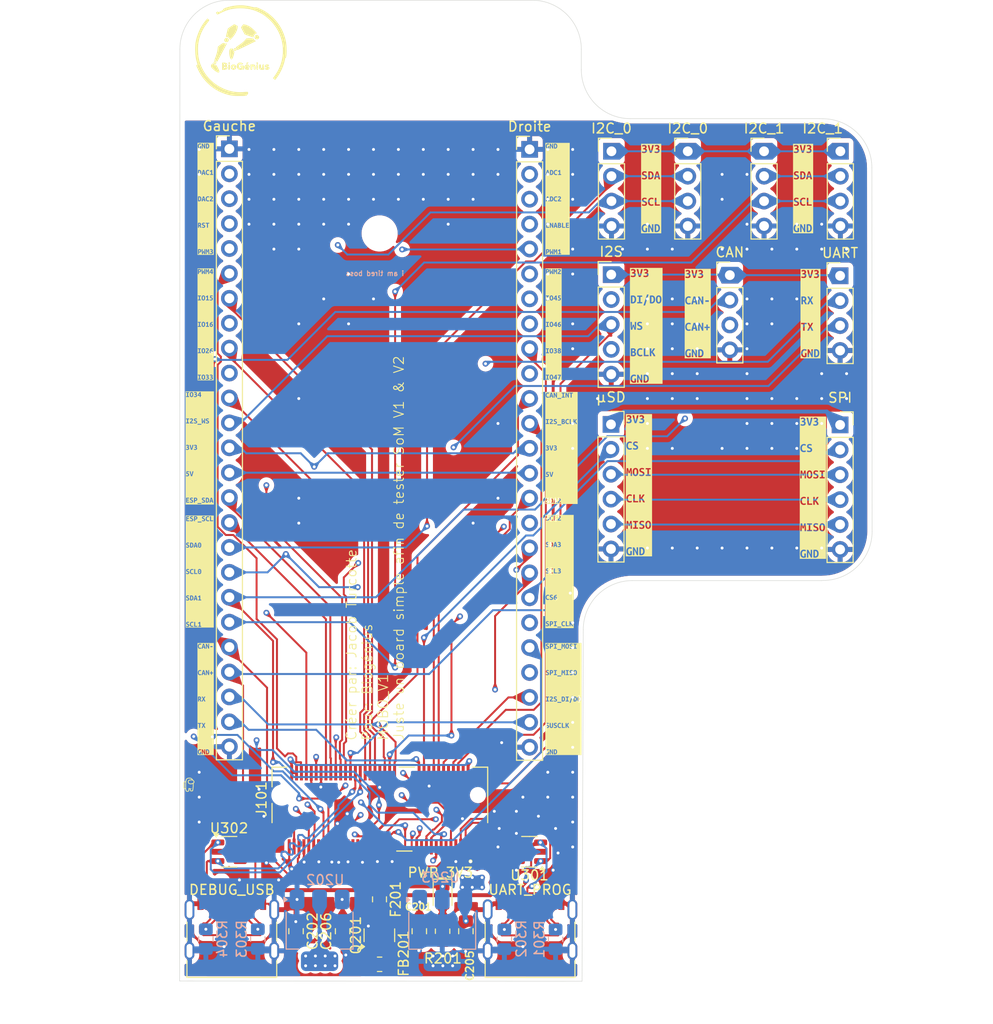
<source format=kicad_pcb>
(kicad_pcb (version 20240108) (generator "pcbnew") (generator_version "8.0")
  (layers (0 "F.Cu" signal) (1 "In1.Cu" signal) (2 "In2.Cu" signal) (31 "B.Cu" signal) (34 "B.Paste" user) (35 "F.Paste" user) (36 "B.SilkS" user "B.Silkscreen") (37 "F.SilkS" user "F.Silkscreen") (38 "B.Mask" user) (39 "F.Mask" user) (44 "Edge.Cuts" user))
  (net 0 "")
  (net 1 "VIN_PROTECTION")
  (net 2 "GND")
  (net 3 "Vcc_5V")
  (net 4 "Vcc_3V3")
  (net 5 "Net-(D201-A)")
  (net 6 "Net-(Q201-D)")
  (net 7 "VBUS")
  (net 8 "Net-(Q201-S)")
  (net 9 "I2C_SDA_2_TCA")
  (net 10 "ADC_1")
  (net 11 "GPIO18_U1_RXD")
  (net 12 "DAC_1")
  (net 13 "GPIO33")
  (net 14 "I2C_SDA_ESP32")
  (net 15 "GPIO34")
  (net 16 "FT231_D+")
  (net 17 "GPIO47")
  (net 18 "I2S_BCLK")
  (net 19 "CAN_L")
  (net 20 "CAN_H")
  (net 21 "GPIO16")
  (net 22 "SPI_5_ESP32")
  (net 23 "SPI_CLK_ESP32")
  (net 24 "PWM_1")
  (net 25 "DEBUG_D+")
  (net 26 "I2C_SDA_1_TCA")
  (net 27 "CHIP_EN")
  (net 28 "I2C_SDA_3_TCA")
  (net 29 "DEBUG_D-")
  (net 30 "GPIO45")
  (net 31 "RESET_OTHERS")
  (net 32 "I2C_SDA_0_TCA")
  (net 33 "SUSCLK")
  (net 34 "GPIO26")
  (net 35 "GPIO46")
  (net 36 "I2C_SCL_2_TCA")
  (net 37 "GPIO17_U1_TXD")
  (net 39 "I2C_SCL_3_TCA")
  (net 40 "GPIO48{slash}CAN_INT")
  (net 41 "FT231_D-")
  (net 42 "PWM_3")
  (net 43 "SPI_6_ESP32")
  (net 44 "DAC_2")
  (net 45 "ADC_2")
  (net 46 "I2C_SCL_0_TCA")
  (net 47 "SPI_MISO_ESP32")
  (net 48 "PWM_4")
  (net 49 "I2S_DIN{slash}DOUT")
  (net 50 "SPI_MOSI_ESP32")
  (net 51 "GPIO38_ADDRESSABLE_LED")
  (net 53 "GPIO15")
  (net 54 "I2C_SCL_1_TCA")
  (net 55 "I2C_SCL_ESP32")
  (net 56 "PWM_2")
  (net 57 "I2S_WS")
  (net 58 "Net-(J301-CC1)")
  (net 59 "Net-(J301-CC2)")
  (net 62 "Net-(J302-CC1)")
  (net 64 "Net-(J302-CC2)")
  (net 66 "+3.3V")
  (footprint "kibuzzard-66C7E5D1" (layer "F.Cu") (at 38.8 75.8)
    (property "Reference" "kibuzzard-66C7E5D1" (hide yes))
    (property "Value" "G***" (hide yes))
  )
  (footprint "Resistor_SMD:R_0805_2012Metric_Pad1.20x1.40mm_HandSolder" (layer "F.Cu") (at 56.55 153.85 180)
    (property "Reference" "FB201")
    (property "Value" "600 @ 100MHz")
  )
  (footprint "kibuzzard-66C7E79D" (layer "F.Cu") (at 74.3 88.6)
    (property "Reference" "kibuzzard-66C7E79D" (hide yes))
    (property "Value" "G***" (hide yes))
  )
  (footprint "Connector_PinHeader_2.54mm:PinHeader_1x04_P2.54mm_Vertical" (layer "F.Cu") (at 87.983 70.95)
    (property "Reference" "I2C_0")
    (property "Value" "I2C_0_1")
  )
  (footprint "Resistor_SMD:R_0805_2012Metric_Pad1.20x1.40mm_HandSolder" (layer "F.Cu") (at 62.975 150.475 90)
    (property "Reference" "R201")
    (property "Value" "330")
  )
  (footprint "Fuse:Fuse_0805_2012Metric" (layer "F.Cu") (at 56.5375 147.225 -90)
    (property "Reference" "F201")
    (property "Value" "SMD0805B110TF")
  )
  (footprint "kibuzzard-66C7E69C" (layer "F.Cu") (at 38.8 126.8)
    (property "Reference" "kibuzzard-66C7E69C" (hide yes))
    (property "Value" "G***" (hide yes))
  )
  (footprint "Package_TO_SOT_SMD:SOT-23-6" (layer "F.Cu") (at 71.8375 142.375 180)
    (property "Reference" "U301")
    (property "Value" "SRV05-4")
  )
  (footprint "kibuzzard-66C7E0B6" (layer "F.Cu") (at 100.75 105.25)
    (property "Reference" "kibuzzard-66C7E0B6" (hide yes))
    (property "Value" "G***" (hide yes))
  )
  (footprint "kibuzzard-66C7E73E" (layer "F.Cu") (at 74.7 75.8)
    (property "Reference" "kibuzzard-66C7E73E" (hide yes))
    (property "Value" "G***" (hide yes))
  )
  (footprint "Connector_PinSocket_2.54mm:PinSocket_1x06_P2.54mm_Vertical" (layer "F.Cu") (at 80.15 98.8)
    (property "Reference" "µSD")
    (property "Value" "Conn_Module_SD")
  )
  (footprint "Connector_PinHeader_2.54mm:PinHeader_1x04_P2.54mm_Vertical" (layer "F.Cu") (at 95.766 70.95)
    (property "Reference" "I2C_1")
    (property "Value" "I2C_1_0")
  )
  (footprint "kibuzzard-66C7E5F8" (layer "F.Cu") (at 38.8 88.6)
    (property "Reference" "kibuzzard-66C7E5F8" (hide yes))
    (property "Value" "G***" (hide yes))
  )
  (footprint "MountingHole:MountingHole_3.2mm_M3" (layer "F.Cu") (at 56.55 59.325)
    (property "Reference" "V1_mount" (hide yes))
    (property "Value" "MountingHole_3.2mm_M3")
  )
  (footprint "kibuzzard-66C7E7D8" (layer "F.Cu") (at 75.1 101.2)
    (property "Reference" "kibuzzard-66C7E7D8" (hide yes))
    (property "Value" "G***" (hide yes))
  )
  (footprint "kibuzzard-66C7E82F" (layer "F.Cu") (at 38.2 113.8)
    (property "Reference" "kibuzzard-66C7E82F" (hide yes))
    (property "Value" "G***" (hide yes))
  )
  (footprint "kibuzzard-66C7DEE4" (layer "F.Cu") (at 84.25 74.75)
    (property "Reference" "kibuzzard-66C7DEE4" (hide yes))
    (property "Value" "G***" (hide yes))
  )
  (footprint "Capacitor_SMD:C_0805_2012Metric_Pad1.18x1.45mm_HandSolder" (layer "F.Cu") (at 60.6 150.475 90)
    (property "Reference" "C201")
    (property "Value" "10uF")
  )
  (footprint "Connector_PinHeader_2.54mm:PinHeader_1x05_P2.54mm_Vertical" (layer "F.Cu") (at 80.175 83.525)
    (property "Reference" "I2S")
    (property "Value" "I2S")
  )
  (footprint "kibuzzard-66C7DFF5" (layer "F.Cu") (at 83.75 88.75)
    (property "Reference" "kibuzzard-66C7DFF5" (hide yes))
    (property "Value" "G***" (hide yes))
  )
  (footprint "kibuzzard-66C7E082" (layer "F.Cu") (at 100.5 87.5)
    (property "Reference" "kibuzzard-66C7E082" (hide yes))
    (property "Value" "G***" (hide yes))
  )
  (footprint "kibuzzard-66C7DEE4" (layer "F.Cu") (at 99.75 74.75)
    (property "Reference" "kibuzzard-66C7DEE4" (hide yes))
    (property "Value" "G***" (hide yes))
  )
  (footprint "Capacitor_SMD:C_0805_2012Metric_Pad1.18x1.45mm_HandSolder" (layer "F.Cu") (at 52.775 150.475 90)
    (property "Reference" "C206")
    (property "Value" "4,7µF")
  )
  (footprint "Connector_PinHeader_2.54mm:PinHeader_1x25_P2.54mm_Vertical" (layer "F.Cu") (at 71.85 70.755)
    (property "Reference" "Droite")
    (property "Value" "Droite")
  )
  (footprint "Package_TO_SOT_SMD:SOT-23-6" (layer "F.Cu") (at 41.1875 142.375)
    (property "Reference" "U302")
    (property "Value" "SRV05-4")
  )
  (footprint "Capacitor_SMD:C_0805_2012Metric_Pad1.18x1.45mm_HandSolder" (layer "F.Cu") (at 65.35 150.475 90)
    (property "Reference" "C205")
    (property "Value" "4,7µF")
  )
  (footprint "Connector_PinHeader_2.54mm:PinHeader_1x25_P2.54mm_Vertical" (layer "F.Cu") (at 41.225 70.705)
    (property "Reference" "Gauche")
    (property "Value" "Gauche")
  )
  (footprint "Connector_PinHeader_2.54mm:PinHeader_1x04_P2.54mm_Vertical" (layer "F.Cu") (at 103.525 83.645)
    (property "Reference" "UART")
    (property "Value" "UART")
  )
  (footprint "kibuzzard-66C7E81E" (layer "F.Cu") (at 74.9 113.8)
    (property "Reference" "kibuzzard-66C7E81E" (hide yes))
    (property "Value" "G***" (hide yes))
  )
  (footprint "MountingHole:MountingHole_3.2mm_M3" (layer "F.Cu") (at 56.55 79.325)
    (property "Reference" "V2_mount" (hide yes))
    (property "Value" "MountingHole_3.2mm_M3")
  )
  (footprint "kibuzzard-66C7E03B" (layer "F.Cu") (at 89 87.5)
    (property "Reference" "kibuzzard-66C7E03B" (hide yes))
    (property "Value" "G***" (hide yes))
  )
  (footprint "Connector_PinHeader_2.54mm:PinHeader_1x04_P2.54mm_Vertical" (layer "F.Cu") (at 80.2 70.95)
    (property "Reference" "I2C_0")
    (property "Value" "I2C_0_0")
  )
  (footprint "Connector_PinSocket_2.54mm:PinSocket_1x06_P2.54mm_Vertical" (layer "F.Cu") (at 103.525 98.85)
    (property "Reference" "SPI")
    (property "Value" "Conn_SPI")
  )
  (footprint "Package_TO_SOT_SMD:SOT-23" (layer "F.Cu") (at 56.525 150.8875 90)
    (property "Reference" "Q201")
    (property "Value" "AO3401A" (hide yes))
  )
  (footprint "kibuzzard-66C7E605" (layer "F.Cu") (at 38.2 101.2)
    (property "Reference" "kibuzzard-66C7E605" (hide yes))
    (property "Value" "G***" (hide yes))
  )
  (footprint "Diode_SMD:D_0805_2012Metric" (layer "F.Cu") (at 62.975 146.85 -90)
    (property "Reference" "PWR_3V3")
    (property "Value" "Green_power")
  )
  (footprint "kibuzzard-66C7E0B6" (layer "F.Cu") (at 83 105)
    (property "Reference" "kibuzzard-66C7E0B6" (hide yes))
    (property "Value" "G***" (hide yes))
  )
  (footprint "Connector_PinHeader_2.54mm:PinHeader_1x04_P2.54mm_Vertical" (layer "F.Cu") (at 92.275 83.58)
    (property "Reference" "CAN")
    (property "Value" "CAN_BUS")
  )
  (footprint "kibuzzard-66C7E879" (layer "F.Cu") (at 75.3 126.8)
    (property "Reference" "kibuzzard-66C7E879" (hide yes))
    (property "Value" "G***" (hide yes))
  )
  (footprint "Connector_USB:USB_C_Receptacle_G-Switch_GT-USB-7010ASV" (layer "F.Cu") (at 71.895 151.4)
    (property "Reference" "UART_PROG")
    (property "Value" "USB_C_UART")
  )
  (footprint "Capacitor_SMD:C_0805_2012Metric_Pad1.18x1.45mm_HandSolder" (layer "F.Cu") (at 48.025 150.475 -90)
    (property "Reference" "C202")
    (property "Value" "22µF")
  )
  (footprint "Connector_USB:USB_C_Receptacle_G-Switch_GT-USB-7010ASV" (layer "F.Cu") (at 41.475 151.4)
    (property "Reference" "DEBUG_USB")
    (property "Value" "USB_C_DEBUG")
  )
  (footprint "Connector_PinHeader_2.54mm:PinHeader_1x04_P2.54mm_Vertical" (layer "F.Cu") (at 103.549 70.95)
    (property "Reference" "I2C_1")
    (property "Value" "I2C_1_1")
  )
  (footprint "MDT320E01001:AMPHENOL_MDT320E01001" (layer "F.Cu") (at 56.575 136.6 180)
    (property "Reference" "J101")
    (property "Value" "~")
  )
  (footprint "Resistor_SMD:R_0805_2012Metric_Pad1.20x1.40mm_HandSolder" (layer "B.Cu") (at 44.125 151.275 -90)
    (property "Reference" "R303")
    (property "Value" "5.1k")
  )
  (footprint "Resistor_SMD:R_0805_2012Metric_Pad1.20x1.40mm_HandSolder" (layer "B.Cu") (at 74.5 151.3 -90)
    (property "Reference" "R301")
    (property "Value" "5.1k")
  )
  (footprint "Package_TO_SOT_SMD:SOT-223-3_TabPin2" (layer "B.Cu") (at 62.9375 150.4 -90)
    (property "Reference" "U203")
    (property "Value" "AP7361C-33E")
  )
  (footprint "Resistor_SMD:R_0805_2012Metric_Pad1.20x1.40mm_HandSolder" (layer "B.Cu") (at 38.825 151.275 -90)
    (property "Reference" "R304")
    (property "Value" "5.1k")
  )
  (footprint "Package_TO_SOT_SMD:SOT-223-3_TabPin2" (layer "B.Cu") (at 50.425 150.3875 -90)
    (property "Reference" "U202")
    (property "Value" "AMS1117-5.0")
  )
  (footprint "Resistor_SMD:R_0805_2012Metric_Pad1.20x1.40mm_HandSolder" (layer "B.Cu") (at 69.275 151.3 -90)
    (property "Reference" "R302")
    (property "Value" "5.1k")
  )
  (gr_poly (pts (xy 40.702185 61.909428) (xy 40.72555 61.910522) (xy 40.748152 61.912323) (xy 40.76997 61.914812) (xy 40.790985 61.917971) (xy 40.811176 61.921779) (xy 40.830524 61.92622) (xy 40.849008 61.931273) (xy 40.866608 61.936921) (xy 40.883305 61.943144) (xy 40.899077 61.949924) (xy 40.913907 61.957242) (xy 40.927772 61.96508) (xy 40.940653 61.973418) (xy 40.952531 61.982238) (xy 40.963385 61.991521) (xy 40.973195 62.001249) (xy 40.981941 62.011402) (xy 40.989603 62.021962) (xy 40.996162 62.03291) (xy 41.001596 62.044228) (xy 41.005886 62.055897) (xy 41.009013 62.067898) (xy 41.010955 62.080212) (xy 41.011693 62.09282) (xy 41.011207 62.105704) (xy 41.009477 62.118846) (xy 41.006483 62.132225) (xy 41.002205 62.145825) (xy 40.996622 62.159625) (xy 40.989716 62.173607) (xy 40.981465 62.187753) (xy 40.978448 62.19337) (xy 40.976015 62.199611) (xy 40.974171 62.206442) (xy 40.972921 62.213826) (xy 40.972271 62.221726) (xy 40.972225 62.230107) (xy 40.972789 62.238933) (xy 40.973968 62.248166) (xy 40.975768 62.257772) (xy 40.978192 62.267714) (xy 40.981247 62.277955) (xy 40.984938 62.28846) (xy 40.989269 62.299193) (xy 40.994246 62.310116) (xy 40.999875 62.321195) (xy 41.006159 62.332393) (xy 41.015461 62.348134) (xy 41.023523 62.362413) (xy 41.030344 62.375421) (xy 41.035925 62.387349) (xy 41.03825 62.392967) (xy 41.040266 62.398388) (xy 41.041971 62.403633) (xy 41.043366 62.408729) (xy 41.044452 62.413698) (xy 41.045227 62.418564) (xy 41.045692 62.423351) (xy 41.045847 62.428083) (xy 41.045692 62.432785) (xy 41.045227 62.437479) (xy 41.044452 62.44219) (xy 41.043366 62.446942) (xy 41.041971 62.451758) (xy 41.040266 62.456663) (xy 41.03825 62.46168) (xy 41.035925 62.466834) (xy 41.033289 62.472148) (xy 41.030344 62.477646) (xy 41.023523 62.489289) (xy 41.015461 62.501956) (xy 41.006159 62.515837) (xy 40.994085 62.532458) (xy 40.980342 62.547931) (xy 40.964914 62.562268) (xy 40.947786 62.575478) (xy 40.928942 62.587572) (xy 40.908367 62.59856) (xy 40.886045 62.608453) (xy 40.861961 62.61726) (xy 40.8361 62.624993) (xy 40.808445 62.631661) (xy 40.778982 62.637275) (xy 40.747695 62.641845) (xy 40.714567 62.645381) (xy 40.679585 62.647894) (xy 40.642732 62.649395) (xy 40.603993 62.649892) (xy 40.484048 62.649892) (xy 40.484048 62.402948) (xy 40.660437 62.402948) (xy 40.66073 62.412461) (xy 40.661622 62.421173) (xy 40.6623 62.425236) (xy 40.663135 62.429109) (xy 40.66413 62.432795) (xy 40.665288 62.436297) (xy 40.666611 62.439617) (xy 40.668103 62.44276) (xy 40.669764 62.445729) (xy 40.671599 62.448527) (xy 40.67361 62.451156) (xy 40.675799 62.453621) (xy 40.678169 62.455925) (xy 40.680722 62.45807) (xy 40.683461 62.46006) (xy 40.686389 62.461898) (xy 40.689508 62.463588) (xy 40.692821 62.465132) (xy 40.69633 62.466534) (xy 40.700039 62.467798) (xy 40.703948 62.468926) (xy 40.708062 62.469921) (xy 40.716913 62.471527) (xy 40.726611 62.472643) (xy 40.737177 62.473293) (xy 40.748632 62.473504) (xy 40.760087 62.473293) (xy 40.770653 62.472643) (xy 40.775609 62.472145) (xy 40.780351 62.471527) (xy 40.78488 62.470787) (xy 40.789201 62.469921) (xy 40.793315 62.468926) (xy 40.797225 62.467798) (xy 40.800933 62.466534) (xy 40.804442 62.465132) (xy 40.807755 62.463588) (xy 40.810874 62.461898) (xy 40.813802 62.46006) (xy 40.816541 62.45807) (xy 40.819095 62.455925) (xy 40.821464 62.453621) (xy 40.823653 62.451156) (xy 40.825664 62.448527) (xy 40.827499 62.445729) (xy 40.829161 62.44276) (xy 40.830652 62.439617) (xy 40.831975 62.436297) (xy 40.833133 62.432795) (xy 40.834129 62.429109) (xy 40.834964 62.425236) (xy 40.835641 62.421173) (xy 40.836163 62.416915) (xy 40.836533 62.412461) (xy 40.836753 62.407806) (xy 40.836826 62.402948) (xy 40.836533 62.393435) (xy 40.835641 62.384723) (xy 40.834964 62.38066) (xy 40.834129 62.376787) (xy 40.833133 62.373101) (xy 40.831975 62.369599) (xy 40.830652 62.366279) (xy 40.829161 62.363136) (xy 40.827499 62.360167) (xy 40.825664 62.357369) (xy 40.823653 62.35474) (xy 40.821464 62.352275) (xy 40.819095 62.349972) (xy 40.816541 62.347826) (xy 40.813802 62.345836) (xy 40.810874 62.343998) (xy 40.807755 62.342308) (xy 40.804442 62.340764) (xy 40.800933 62.339362) (xy 40.797225 62.338098) (xy 40.793315 62.336971) (xy 40.789201 62.335975) (xy 40.780351 62.334369) (xy 40.770653 62.333254) (xy 40.760087 62.332604) (xy 40.748632 62.332393) (xy 40.737177 62.332604) (xy 40.726611 62.333254) (xy 40.721654 62.333752) (xy 40.716913 62.334369) (xy 40.712383 62.335109) (xy 40.708062 62.335975) (xy 40.703948 62.336971) (xy 40.700039 62.338098) (xy 40.69633 62.339362) (xy 40.692821 62.340764) (xy 40.689508 62.342308) (xy 40.686389 62.343998) (xy 40.683461 62.345836) (xy 40.680722 62.347826) (xy 40.678169 62.349972) (xy 40.675799 62.352275) (xy 40.67361 62.35474) (xy 40.671599 62.357369) (xy 40.669764 62.360167) (xy 40.668103 62.363136) (xy 40.666611 62.366279) (xy 40.665288 62.369599) (xy 40.66413 62.373101) (xy 40.663135 62.376787) (xy 40.6623 62.38066) (xy 40.661622 62.384723) (xy 40.6611 62.388981) (xy 40.66073 62.393435) (xy 40.66051 62.39809) (xy 40.660437 62.402948) (xy 40.484048 62.402948) (xy 40.484048 62.120726) (xy 40.660437 62.120726) (xy 40.660509 62.124963) (xy 40.660726 62.129076) (xy 40.661085 62.133063) (xy 40.661588 62.136925) (xy 40.662232 62.14066) (xy 40.663018 62.144267) (xy 40.663945 62.147747) (xy 40.665012 62.151098) (xy 40.666219 62.15432) (xy 40.667564 62.157412) (xy 40.669048 62.160373) (xy 40.670669 62.163204) (xy 40.672427 62.165903) (xy 40.674322 62.168469) (xy 40.676352 62.170902) (xy 40.678517 62.173202) (xy 40.680817 62.175367) (xy 40.68325 62.177397) (xy 40.685816 62.179291) (xy 40.688515 62.181049) (xy 40.691345 62.182671) (xy 40.694307 62.184154) (xy 40.697399 62.1855) (xy 40.700621 62.186706) (xy 40.703972 62.187773) (xy 40.707452 62.1887) (xy 40.711059 62.189486) (xy 40.714794 62.190131) (xy 40.718655 62.190633) (xy 40.722643 62.190993) (xy 40.726755 62.191209) (xy 40.730993 62.191282) (xy 40.73523 62.191209) (xy 40.739343 62.190993) (xy 40.74333 62.190633) (xy 40.747192 62.190131) (xy 40.750926 62.189486) (xy 40.754534 62.1887) (xy 40.758014 62.187773) (xy 40.761365 62.186706) (xy 40.764587 62.1855) (xy 40.767679 62.184154) (xy 40.77064 62.182671) (xy 40.773471 62.181049) (xy 40.776169 62.179291) (xy 40.778736 62.177397) (xy 40.781169 62.175367) (xy 40.783468 62.173202) (xy 40.785633 62.170902) (xy 40.787664 62.168469) (xy 40.789558 62.165903) (xy 40.791316 62.163204) (xy 40.792937 62.160373) (xy 40.794421 62.157412) (xy 40.795767 62.15432) (xy 40.796973 62.151098) (xy 40.79804 62.147747) (xy 40.798967 62.144267) (xy 40.799753 62.14066) (xy 40.800397 62.136925) (xy 40.8009 62.133063) (xy 40.80126 62.129076) (xy 40.801476 62.124963) (xy 40.801548 62.120726) (xy 40.801476 62.116489) (xy 40.80126 62.112376) (xy 40.8009 62.108389) (xy 40.800397 62.104527) (xy 40.799753 62.100792) (xy 40.798967 62.097185) (xy 40.79804 62.093705) (xy 40.796973 62.090354) (xy 40.795767 62.087132) (xy 40.794421 62.08404) (xy 40.792937 62.081078) (xy 40.791316 62.078248) (xy 40.789558 62.075549) (xy 40.787664 62.072983) (xy 40.785633 62.07055) (xy 40.783468 62.06825) (xy 40.781169 62.066085) (xy 40.778736 62.064055) (xy 40.776169 62.06216) (xy 40.773471 62.060402) (xy 40.77064 62.058781) (xy 40.767679 62.057297) (xy 40.764587 62.055952) (xy 40.761365 62.054745) (xy 40.758014 62.053678) (xy 40.754534 62.052751) (xy 40.750926 62.051965) (xy 40.747192 62.051321) (xy 40.74333 62.050818) (xy 40.739343 62.050459) (xy 40.73523 62.050242) (xy 40.730993 62.05017) (xy 40.726755 62.050242) (xy 40.722643 62.050459) (xy 40.718655 62.050818) (xy 40.714794 62.051321) (xy 40.711059 62.051965) (xy 40.707452 62.052751) (xy 40.703972 62.053678) (xy 40.700621 62.054745) (xy 40.697399 62.055952) (xy 40.694307 62.057297) (xy 40.691345 62.058781) (xy 40.688515 62.060402) (xy 40.685816 62.06216) (xy 40.68325 62.064055) (xy 40.680817 62.066085) (xy 40.678517 62.06825) (xy 40.676352 62.07055) (xy 40.674322 62.072983) (xy 40.672427 62.075549) (xy 40.670669 62.078248) (xy 40.669048 62.081078) (xy 40.667564 62.08404) (xy 40.666219 62.087132) (xy 40.665012 62.090354) (xy 40.663945 62.093705) (xy 40.663018 62.097185) (xy 40.662232 62.100792) (xy 40.661588 62.104527) (xy 40.661085 62.108389) (xy 40.660726 62.112376) (xy 40.660509 62.116489) (xy 40.660437 62.120726) (xy 40.484048 62.120726) (xy 40.484048 61.909059) (xy 40.678076 61.909059)) (stroke (width -0.000001)) (fill solid) (layer "F.SilkS"))
  (gr_poly (pts (xy 42.368223 61.894478) (xy 42.388607 61.896712) (xy 42.40895 61.900434) (xy 42.42939 61.905655) (xy 42.450069 61.912385) (xy 42.471124 61.920634) (xy 42.492697 61.930413) (xy 42.514925 61.941732) (xy 42.53795 61.954601) (xy 42.56191 61.969031) (xy 42.576178 61.978435) (xy 42.588581 61.986884) (xy 42.599155 61.994495) (xy 42.603767 61.998023) (xy 42.607936 62.001388) (xy 42.611665 62.004602) (xy 42.614959 62.007681) (xy 42.617824 62.01064) (xy 42.620262 62.013494) (xy 42.62228 62.016257) (xy 42.62388 62.018945) (xy 42.625069 62.021572) (xy 42.62585 62.024153) (xy 42.626228 62.026703) (xy 42.626207 62.029237) (xy 42.625793 62.03177) (xy 42.624989 62.034316) (xy 42.6238 62.036891) (xy 42.62223 62.039509) (xy 42.620285 62.042185) (xy 42.617968 62.044934) (xy 42.615284 62.047771) (xy 42.612238 62.05071) (xy 42.608834 62.053768) (xy 42.605076 62.056957) (xy 42.596519 62.063793) (xy 42.586604 62.071337) (xy 42.578962 62.0758) (xy 42.570618 62.079922) (xy 42.561613 62.083693) (xy 42.551987 62.087102) (xy 42.541783 62.090138) (xy 42.531041 62.092793) (xy 42.519803 62.095055) (xy 42.50811 62.096913) (xy 42.496004 62.098358) (xy 42.483526 62.09938) (xy 42.470718 62.099967) (xy 42.457619 62.10011) (xy 42.444273 62.099798) (xy 42.43072 62.099021) (xy 42.417002 62.097769) (xy 42.403159 62.096031) (xy 42.389476 62.093963) (xy 42.376207 62.09239) (xy 42.363354 62.091309) (xy 42.350918 62.090719) (xy 42.338901 62.090616) (xy 42.327303 62.091) (xy 42.316127 62.091869) (xy 42.305374 62.09322) (xy 42.295044 62.095052) (xy 42.285139 62.097362) (xy 42.27566 62.100149) (xy 42.266609 62.103411) (xy 42.257987 62.107145) (xy 42.249796 62.111351) (xy 42.242035 62.116025) (xy 42.234708 62.121167) (xy 42.227814 62.126773) (xy 42.221356 62.132843) (xy 42.215335 62.139374) (xy 42.209751 62.146364) (xy 42.204607 62.153812) (xy 42.199904 62.161715) (xy 42.195642 62.170071) (xy 42.191823 62.178879) (xy 42.188449 62.188136) (xy 42.18552 62.197842) (xy 42.183039 62.207993) (xy 42.181005 62.218587) (xy 42.179422 62.229624) (xy 42.178289 62.2411) (xy 42.177608 62.253014) (xy 42.177381 62.265365) (xy 42.177911 62.281359) (xy 42.179466 62.296912) (xy 42.181997 62.311997) (xy 42.185457 62.326584) (xy 42.189794 62.340647) (xy 42.194962 62.354158) (xy 42.200909 62.367088) (xy 42.207588 62.379411) (xy 42.214949 62.391098) (xy 42.222943 62.402122) (xy 42.231521 62.412455) (xy 42.240633 62.422068) (xy 42.250232 62.430935) (xy 42.260267 62.439028) (xy 42.27069 62.446318) (xy 42.281451 62.452778) (xy 42.292501 62.45838) (xy 42.303792 62.463097) (xy 42.315274 62.4669) (xy 42.326898 62.469762) (xy 42.338616 62.471655) (xy 42.350377 62.472552) (xy 42.362133 62.472424) (xy 42.373835 62.471243) (xy 42.385433 62.468983) (xy 42.396879 62.465615) (xy 42.408123 62.461111) (xy 42.419117 62.455444) (xy 42.429811 62.448586) (xy 42.440156 62.440509) (xy 42.450103 62.431185) (xy 42.459604 62.420587) (xy 42.465758 62.412435) (xy 42.470973 62.405146) (xy 42.475215 62.398673) (xy 42.478455 62.392971) (xy 42.47969 62.390394) (xy 42.480662 62.387992) (xy 42.481368 62.385759) (xy 42.481804 62.38369) (xy 42.481966 62.381778) (xy 42.481851 62.380018) (xy 42.481453 62.378404) (xy 42.480771 62.376931) (xy 42.479798 62.375591) (xy 42.478533 62.37438) (xy 42.47697 62.373292) (xy 42.475107 62.372321) (xy 42.472938 62.371461) (xy 42.470461 62.370706) (xy 42.467671 62.370051) (xy 42.464565 62.369489) (xy 42.457387 62.368624) (xy 42.448897 62.368063) (xy 42.439063 62.36776) (xy 42.427854 62.36767) (xy 42.41772 62.367415) (xy 42.408465 62.366623) (xy 42.400057 62.365252) (xy 42.396161 62.364336) (xy 42.392466 62.36326) (xy 42.388967 62.362019) (xy 42.38566 62.360608) (xy 42.382542 62.35902) (xy 42.379609 62.357252) (xy 42.376856 62.355298) (xy 42.374281 62.353152) (xy 42.371878 62.350811) (xy 42.369645 62.348267) (xy 42.367578 62.345517) (xy 42.365671 62.342555) (xy 42.363923 62.339376) (xy 42.362328 62.335975) (xy 42.360883 62.332347) (xy 42.359584 62.328486) (xy 42.358427 62.324387) (xy 42.357408 62.320045) (xy 42.35577 62.310612) (xy 42.354638 62.300146) (xy 42.353982 62.288605) (xy 42.35377 62.275948) (xy 42.353889 62.261007) (xy 42.35439 62.24787) (xy 42.355491 62.236439) (xy 42.357408 62.226614) (xy 42.358741 62.222274) (xy 42.360359 62.218299) (xy 42.36229 62.214676) (xy 42.36456 62.211394) (xy 42.367198 62.20844) (xy 42.370229 62.205802) (xy 42.373682 62.203467) (xy 42.377583 62.201424) (xy 42.381959 62.199659) (xy 42.386838 62.198162) (xy 42.392247 62.196919) (xy 42.398212 62.195918) (xy 42.411922 62.194595) (xy 42.428184 62.194092) (xy 42.447217 62.194314) (xy 42.469236 62.19516) (xy 42.523104 62.198337) (xy 42.688909 62.20892) (xy 42.699493 62.39942) (xy 42.700311 62.417379) (xy 42.700787 62.43486) (xy 42.700932 62.451839) (xy 42.700754 62.468295) (xy 42.700263 62.484202) (xy 42.699469 62.499538) (xy 42.698383 62.51428) (xy 42.697012 62.528405) (xy 42.695368 62.541888) (xy 42.693459 62.554708) (xy 42.691296 62.56684) (xy 42.688889 62.578262) (xy 42.686246 62.58895) (xy 42.683377 62.598881) (xy 42.680293 62.608031) (xy 42.677003 62.616378) (xy 42.673516 62.623899) (xy 42.669843 62.630569) (xy 42.665993 62.636366) (xy 42.661976 62.641266) (xy 42.6578 62.645246) (xy 42.653477 62.648283) (xy 42.651263 62.649441) (xy 42.649016 62.650354) (xy 42.646737 62.65102) (xy 42.644426 62.651436) (xy 42.642086 62.651598) (xy 42.639718 62.651504) (xy 42.637322 62.651151) (xy 42.6349 62.650536) (xy 42.632453 62.649657) (xy 42.629982 62.648509) (xy 42.624975 62.6454) (xy 42.619888 62.641184) (xy 42.614731 62.63584) (xy 42.609512 62.629342) (xy 42.604243 62.62167) (xy 42.600221 62.615429) (xy 42.59605 62.609943) (xy 42.591662 62.605221) (xy 42.589366 62.603151) (xy 42.58699 62.601275) (xy 42.584526 62.599596) (xy 42.581966 62.598114) (xy 42.579301 62.596832) (xy 42.576523 62.595749) (xy 42.573624 62.594868) (xy 42.570595 62.59419) (xy 42.567428 62.593717) (xy 42.564114 62.593448) (xy 42.560645 62.593386) (xy 42.557013 62.593533) (xy 42.549224 62.594454) (xy 42.540681 62.596223) (xy 42.531317 62.59885) (xy 42.521063 62.602345) (xy 42.509854 62.606719) (xy 42.497621 62.611981) (xy 42.484298 62.618143) (xy 42.472842 62.623146) (xy 42.460983 62.627578) (xy 42.448753 62.631445) (xy 42.436184 62.634755) (xy 42.423308 62.637514) (xy 42.410155 62.63973) (xy 42.38315 62.642561) (xy 42.355421 62.643304) (xy 42.327222 62.642017) (xy 42.298806 62.638755) (xy 42.270427 62.633576) (xy 42.242336 62.626537) (xy 42.214788 62.617694) (xy 42.188036 62.607105) (xy 42.162333 62.594826) (xy 42.137932 62.580914) (xy 42.115087 62.565426) (xy 42.104327 62.557108) (xy 42.09405 62.548418) (xy 42.084289 62.539363) (xy 42.075076 62.529948) (xy 42.05928 62.511978) (xy 42.044956 62.493174) (xy 42.032085 62.473612) (xy 42.02065 62.453371) (xy 42.010634 62.432524) (xy 42.002018 62.411149) (xy 41.994786 62.389322) (xy 41.988921 62.367119) (xy 41.984404 62.344616) (xy 41.981219 62.32189) (xy 41.979347 62.299017) (xy 41.978772 62.276072) (xy 41.979475 62.253133) (xy 41.981441 62.230275) (xy 41.98465 62.207574) (xy 41.989086 62.185108) (xy 41.994732 62.162951) (xy 42.001569 62.141181) (xy 42.00958 62.119873) (xy 42.018749 62.099104) (xy 42.029056 62.07895) (xy 42.040486 62.059487) (xy 42.053021 62.040792) (xy 42.066642 62.02294) (xy 42.081334 62.006008) (xy 42.097077 61.990072) (xy 42.113856 61.975209) (xy 42.131651 61.961493) (xy 42.150447 61.949003) (xy 42.170225 61.937813) (xy 42.190968 61.928001) (xy 42.212659 61.919642) (xy 42.237239 61.911748) (xy 42.260801 61.905269) (xy 42.283484 61.900217) (xy 42.305429 61.896602) (xy 42.326774 61.894433) (xy 42.347659 61.893722)) (stroke (width -0.000001)) (fill solid) (layer "F.SilkS"))
  (gr_poly (pts (xy 40.627443 59.897233) (xy 40.633648 59.898281) (xy 40.639781 59.89983) (xy 40.645894 59.90186) (xy 40.65204 59.904348) (xy 40.658274 59.907273) (xy 40.664647 59.910614) (xy 40.671212 59.91435) (xy 40.685132 59.92292) (xy 40.69413 59.928666) (xy 40.703873 59.933993) (xy 40.714277 59.938896) (xy 40.72526 59.94337) (xy 40.736739 59.947411) (xy 40.748632 59.951012) (xy 40.760855 59.954168) (xy 40.773326 59.956875) (xy 40.785963 59.959127) (xy 40.798682 59.96092) (xy 40.811401 59.962247) (xy 40.824038 59.963104) (xy 40.836509 59.963486) (xy 40.848732 59.963387) (xy 40.860625 59.962802) (xy 40.872104 59.961726) (xy 40.882594 59.959865) (xy 40.892857 59.958246) (xy 40.902831 59.956866) (xy 40.912453 59.955718) (xy 40.921661 59.954797) (xy 40.930395 59.954098) (xy 40.938591 59.953617) (xy 40.946187 59.953347) (xy 40.953122 59.953285) (xy 40.959334 59.953423) (xy 40.96476 59.953758) (xy 40.969338 59.954284) (xy 40.973007 59.954997) (xy 40.974481 59.955421) (xy 40.975705 59.95589) (xy 40.97667 59.956403) (xy 40.977369 59.956959) (xy 40.977794 59.957557) (xy 40.977937 59.958198) (xy 40.840023 60.226199) (xy 40.530791 60.808393) (xy 40.207007 61.411753) (xy 40.025437 61.743253) (xy 40.015954 61.758224) (xy 40.007288 61.771407) (xy 40.003232 61.777337) (xy 39.999346 61.782832) (xy 39.995617 61.787896) (xy 39.992033 61.792532) (xy 39.988585 61.796744) (xy 39.985259 61.800537) (xy 39.982044 61.803913) (xy 39.978928 61.806878) (xy 39.975901 61.809434) (xy 39.972949 61.811585) (xy 39.970063 61.813336) (xy 39.967229 61.814691) (xy 39.964436 61.815653) (xy 39.961674 61.816226) (xy 39.958929 61.816414) (xy 39.956191 61.816221) (xy 39.953447 61.81565) (xy 39.950687 61.814707) (xy 39.947899 61.813393) (xy 39.94507 61.811715) (xy 39.94219 61.809674) (xy 39.939246 61.807276) (xy 39.936227 61.804523) (xy 39.933122 61.801421) (xy 39.929919 61.797972) (xy 39.926606 61.794181) (xy 39.923171 61.790051) (xy 39.919604 61.785587) (xy 39.91453 61.780342) (xy 39.908614 61.77521) (xy 39.901923 61.770224) (xy 39.894524 61.765412) (xy 39.886484 61.760808) (xy 39.87787 61.756441) (xy 39.86875 61.752343) (xy 39.859191 61.748545) (xy 39.849259 61.745078) (xy 39.839023 61.741972) (xy 39.828549 61.739259) (xy 39.817905 61.73697) (xy 39.807157 61.735135) (xy 39.796373 61.733786) (xy 39.78562 61.732954) (xy 39.774965 61.73267) (xy 39.676187 61.73267) (xy 39.834937 61.274059) (xy 39.869436 61.171127) (xy 39.901248 61.069724) (xy 39.930001 60.97138) (xy 39.955323 60.877625) (xy 39.976841 60.789989) (xy 39.994183 60.710001) (xy 40.006978 60.63919) (xy 40.011554 60.607705) (xy 40.014854 60.579087) (xy 40.019277 60.530346) (xy 40.024445 60.482845) (xy 40.030109 60.437824) (xy 40.03602 60.396524) (xy 40.041932 60.360185) (xy 40.047596 60.330048) (xy 40.052764 60.307352) (xy 40.055084 60.299181) (xy 40.057187 60.293337) (xy 40.061133 60.287777) (xy 40.067585 60.280439) (xy 40.087449 60.260926) (xy 40.115664 60.23579) (xy 40.151114 60.206025) (xy 40.192683 60.172621) (xy 40.239254 60.136571) (xy 40.28971 60.098868) (xy 40.342937 60.060503) (xy 40.386623 60.028766) (xy 40.425358 60.00091) (xy 40.459566 59.976764) (xy 40.489671 59.956159) (xy 40.503317 59.94713) (xy 40.516096 59.938922) (xy 40.528062 59.931514) (xy 40.539266 59.924884) (xy 40.549763 59.919011) (xy 40.559604 59.913874) (xy 40.568844 59.909452) (xy 40.577534 59.905722) (xy 40.585729 59.902665) (xy 40.59348 59.900258) (xy 40.600841 59.89848) (xy 40.607865 59.89731) (xy 40.614605 59.896726) (xy 40.621113 59.896708)) (stroke (width -0.000001)) (fill solid) (layer "F.SilkS"))
  (gr_poly (pts (xy 41.803832 60.428846) (xy 41.812036 60.429701) (xy 41.820281 60.43111) (xy 41.828552 60.433078) (xy 41.836833 60.435604) (xy 41.845109 60.438692) (xy 41.853364 60.442344) (xy 41.861583 60.44656) (xy 41.869751 60.451344) (xy 41.877851 60.456696) (xy 41.885869 60.46262) (xy 41.893788 60.469117) (xy 41.901594 60.476188) (xy 41.90927 60.483837) (xy 41.921058 60.495115) (xy 41.931305 60.505272) (xy 41.940044 60.514509) (xy 41.947304 60.523028) (xy 41.95039 60.527081) (xy 41.953118 60.53103) (xy 41.955492 60.534901) (xy 41.957516 60.538717) (xy 41.959193 60.542505) (xy 41.960528 60.54629) (xy 41.961525 60.550097) (xy 41.962187 60.553951) (xy 41.962518 60.557878) (xy 41.962523 60.561902) (xy 41.962205 60.566049) (xy 41.961567 60.570343) (xy 41.960614 60.574811) (xy 41.95935 60.579477) (xy 41.957778 60.584367) (xy 41.955903 60.589505) (xy 41.951257 60.600628) (xy 41.945444 60.613049) (xy 41.938493 60.626968) (xy 41.930437 60.642587) (xy 41.925874 60.649976) (xy 41.920804 60.656931) (xy 41.915257 60.663448) (xy 41.909263 60.669528) (xy 41.902854 60.675168) (xy 41.896059 60.680368) (xy 41.888909 60.685125) (xy 41.881434 60.68944) (xy 41.873664 60.693311) (xy 41.865631 60.696735) (xy 41.857363 60.699713) (xy 41.848892 60.702242) (xy 41.840247 60.704322) (xy 41.83146 60.705951) (xy 41.822561 60.707128) (xy 41.813579 60.707851) (xy 41.804546 60.708119) (xy 41.795492 60.707932) (xy 41.786446 60.707287) (xy 41.77744 60.706183) (xy 41.768504 60.70462) (xy 41.759668 60.702595) (xy 41.750962 60.700108) (xy 41.742417 60.697157) (xy 41.734064 60.693741) (xy 41.725932 60.689859) (xy 41.718052 60.685509) (xy 41.710454 60.68069) (xy 41.703169 60.6754) (xy 41.696226 60.66964) (xy 41.689658 60.663406) (xy 41.683492 60.656698) (xy 41.67729 60.648874) (xy 41.671903 60.64123) (xy 41.667323 60.6337) (xy 41.663539 60.626216) (xy 41.66054 60.618712) (xy 41.658316 60.61112) (xy 41.656857 60.603372) (xy 41.656152 60.595403) (xy 41.656192 60.587144) (xy 41.656965 60.578529) (xy 41.658462 60.56949) (xy 41.660672 60.55996) (xy 41.663585 60.549872) (xy 41.66719 60.539158) (xy 41.671478 60.527753) (xy 41.676437 60.515587) (xy 41.68091 60.506255) (xy 41.685718 60.497441) (xy 41.690847 60.489148) (xy 41.696281 60.481377) (xy 41.702004 60.474131) (xy 41.708001 60.467412) (xy 41.714256 60.461221) (xy 41.720755 60.45556) (xy 41.72748 60.450431) (xy 41.734418 60.445837) (xy 41.741552 60.441778) (xy 41.748867 60.438258) (xy 41.756347 60.435278) (xy 41.763977 60.43284) (xy 41.771741 60.430946) (xy 41.779624 60.429597) (xy 41.787611 60.428797) (xy 41.795685 60.428546)) (stroke (width -0.000001)) (fill solid) (layer "F.SilkS"))
  (gr_poly (pts (xy 41.729282 57.993714) (xy 41.734294 57.995148) (xy 41.748591 58.000667) (xy 41.767932 58.009411) (xy 41.791531 58.021007) (xy 41.818602 58.035084) (xy 41.848361 58.051269) (xy 41.880021 58.06919) (xy 41.912798 58.088476) (xy 42.078604 58.187254) (xy 42.057437 58.363643) (xy 42.04917 58.415779) (xy 42.036449 58.471336) (xy 42.019532 58.52985) (xy 41.998677 58.590854) (xy 41.974143 58.653883) (xy 41.946188 58.718474) (xy 41.91507 58.78416) (xy 41.881048 58.850476) (xy 41.84438 58.916958) (xy 41.805325 58.98314) (xy 41.764141 59.048557) (xy 41.721086 59.112744) (xy 41.676418 59.175236) (xy 41.630397 59.235569) (xy 41.58328 59.293276) (xy 41.535326 59.347892) (xy 41.309548 59.591309) (xy 41.24252 59.489004) (xy 41.226176 59.463649) (xy 41.210157 59.440448) (xy 41.194376 59.419326) (xy 41.178745 59.400203) (xy 41.163176 59.383002) (xy 41.14758 59.367647) (xy 41.131872 59.354058) (xy 41.123947 59.347903) (xy 41.115961 59.34216) (xy 41.107903 59.33682) (xy 41.099762 59.331874) (xy 41.091526 59.327311) (xy 41.083185 59.323122) (xy 41.074727 59.319298) (xy 41.066143 59.315828) (xy 41.048548 59.309914) (xy 41.030312 59.305302) (xy 41.011348 59.301914) (xy 40.991567 59.299674) (xy 40.970882 59.298504) (xy 40.965632 59.298442) (xy 40.960471 59.29826) (xy 40.955402 59.29796) (xy 40.950432 59.297546) (xy 40.945565 59.297021) (xy 40.940806 59.296388) (xy 40.936161 59.29565) (xy 40.931635 59.294811) (xy 40.927233 59.293873) (xy 40.92296 59.292841) (xy 40.918822 59.291717) (xy 40.914823 59.290504) (xy 40.910969 59.289206) (xy 40.907265 59.287827) (xy 40.903715 59.286368) (xy 40.900326 59.284834) (xy 40.897102 59.283227) (xy 40.894049 59.281551) (xy 40.891172 59.27981) (xy 40.888475 59.278005) (xy 40.885964 59.276142) (xy 40.883645 59.274222) (xy 40.881522 59.272249) (xy 40.8796 59.270226) (xy 40.877886 59.268157) (xy 40.876383 59.266045) (xy 40.875097 59.263892) (xy 40.874033 59.261703) (xy 40.873197 59.25948) (xy 40.872593 59.257227) (xy 40.872227 59.254947) (xy 40.872104 59.252643) (xy 40.874178 59.236754) (xy 40.880096 59.20623) (xy 40.901649 59.108886) (xy 40.933123 58.975822) (xy 40.970882 58.822254) (xy 41.069659 58.434198) (xy 41.383632 58.215476) (xy 41.448399 58.171634) (xy 41.509529 58.130644) (xy 41.565698 58.093375) (xy 41.615583 58.060695) (xy 41.657861 58.033471) (xy 41.69121 58.012574) (xy 41.714306 57.998869) (xy 41.721595 57.994986) (xy 41.725826 57.993226)) (stroke (width -0.000001)) (fill solid) (layer "F.SilkS"))
  (gr_poly (pts (xy 45.100505 62.090175) (xy 45.117784 62.091622) (xy 45.126114 62.092748) (xy 45.134236 62.094143) (xy 45.142149 62.095807) (xy 45.149851 62.09774) (xy 45.157342 62.099942) (xy 45.164619 62.102412) (xy 45.171681 62.105151) (xy 45.178528 62.108158) (xy 45.185158 62.111434) (xy 45.19157 62.114979) (xy 45.197762 62.118793) (xy 45.203733 62.122876) (xy 45.209481 62.127227) (xy 45.215007 62.131847) (xy 45.220307 62.136735) (xy 45.225382 62.141893) (xy 45.231998 62.148474) (xy 45.23796 62.154981) (xy 45.243279 62.161399) (xy 45.247961 62.167717) (xy 45.252015 62.173921) (xy 45.255449 62.179999) (xy 45.258273 62.185937) (xy 45.260494 62.191722) (xy 45.26212 62.197343) (xy 45.263161 62.202785) (xy 45.263624 62.208035) (xy 45.263519 62.213082) (xy 45.262852 62.217911) (xy 45.261633 62.222511) (xy 45.25987 62.226868) (xy 45.257572 62.230969) (xy 45.254747 62.234801) (xy 45.251403 62.238352) (xy 45.247549 62.241608) (xy 45.243192 62.244556) (xy 45.238343 62.247184) (xy 45.233008 62.249479) (xy 45.227196 62.251428) (xy 45.220916 62.253017) (xy 45.214177 62.254235) (xy 45.206985 62.255067) (xy 45.199351 62.255502) (xy 45.191282 62.255525) (xy 45.182786 62.255125) (xy 45.173873 62.254289) (xy 45.16455 62.253002) (xy 45.154826 62.251254) (xy 45.145614 62.250094) (xy 45.136532 62.249255) (xy 45.127626 62.248727) (xy 45.118942 62.248498) (xy 45.110526 62.248558) (xy 45.102426 62.248897) (xy 45.094687 62.249505) (xy 45.087357 62.250372) (xy 45.080481 62.251486) (xy 45.074107 62.252838) (xy 45.068281 62.254418) (xy 45.063048 62.256215) (xy 45.058457 62.258218) (xy 45.056416 62.259294) (xy 45.054553 62.260418) (xy 45.052873 62.261588) (xy 45.051382 62.262803) (xy 45.050087 62.264063) (xy 45.048992 62.265365) (xy 45.048093 62.267008) (xy 45.047376 62.268628) (xy 45.046838 62.270224) (xy 45.046478 62.271793) (xy 45.04629 62.273334) (xy 45.046272 62.274845) (xy 45.04642 62.276323) (xy 45.046733 62.277767) (xy 45.047205 62.279175) (xy 45.047834 62.280545) (xy 45.048617 62.281874) (xy 45.049551 62.283162) (xy 45.050631 62.284406) (xy 45.051856 62.285604) (xy 45.053222 62.286754) (xy 45.054725 62.287854) (xy 45.056363 62.288903) (xy 45.058132 62.289898) (xy 45.062049 62.29172) (xy 45.066453 62.293303) (xy 45.071317 62.294634) (xy 45.076614 62.295696) (xy 45.08232 62.296474) (xy 45.088408 62.296952) (xy 45.094853 62.297115) (xy 45.10325 62.2974) (xy 45.111883 62.298239) (xy 45.120719 62.299609) (xy 45.129725 62.301483) (xy 45.138867 62.303838) (xy 45.148114 62.306649) (xy 45.157431 62.309891) (xy 45.166787 62.313541) (xy 45.176148 62.317573) (xy 45.185481 62.321962) (xy 45.203932 62.331717) (xy 45.221877 62.342609) (xy 45.239051 62.354441) (xy 45.255193 62.367017) (xy 45.270037 62.380141) (xy 45.27689 62.386847) (xy 45.28332 62.393617) (xy 45.289294 62.400425) (xy 45.294779 62.407247) (xy 45.299743 62.414059) (xy 45.304151 62.420837) (xy 45.307971 62.427554) (xy 45.311171 62.434188) (xy 45.313717 62.440713) (xy 45.315577 62.447106) (xy 45.316716 62.45334) (xy 45.317104 62.459393) (xy 45.316716 62.467388) (xy 45.315571 62.475485) (xy 45.3137 62.483658) (xy 45.31113 62.491887) (xy 45.307891 62.500146) (xy 45.304011 62.508413) (xy 45.299521 62.516664) (xy 45.294449 62.524877) (xy 45.282674 62.541093) (xy 45.26892 62.556875) (xy 45.25342 62.572037) (xy 45.236406 62.586392) (xy 45.21811 62.599756) (xy 45.198764 62.611941) (xy 45.178603 62.622762) (xy 45.157857 62.632033) (xy 45.136761 62.639567) (xy 45.126153 62.642625) (xy 45.115545 62.64518) (xy 45.104965 62.647207) (xy 45.094443 62.648683) (xy 45.084007 62.649586) (xy 45.073687 62.649892) (xy 45.062829 62.649527) (xy 45.05148 62.648459) (xy 45.039728 62.64673) (xy 45.02766 62.64438) (xy 45.015366 62.641452) (xy 45.002932 62.637986) (xy 44.990446 62.634024) (xy 44.977996 62.629608) (xy 44.96567 62.624778) (xy 44.953556 62.619576) (xy 44.941742 62.614043) (xy 44.930316 62.608221) (xy 44.919365 62.602151) (xy 44.908977 62.595874) (xy 44.89924 62.589431) (xy 44.890243 62.582865) (xy 44.805576 62.515837) (xy 44.900826 62.491142) (xy 44.910779 62.488661) (xy 44.920759 62.486505) (xy 44.930708 62.48467) (xy 44.940568 62.48315) (xy 44.950284 62.48194) (xy 44.959799 62.481035) (xy 44.969055 62.480429) (xy 44.977996 62.480118) (xy 44.986565 62.480097) (xy 44.994705 62.480359) (xy 45.002359 62.480901) (xy 45.00947 62.481717) (xy 45.015983 62.482801) (xy 45.021838 62.484149) (xy 45.026981 62.485755) (xy 45.031354 62.487614) (xy 45.033028 62.488876) (xy 45.034739 62.490015) (xy 45.036483 62.491034) (xy 45.038258 62.491934) (xy 45.040058 62.492719) (xy 45.04188 62.493389) (xy 45.04372 62.493947) (xy 45.045575 62.494394) (xy 45.04744 62.494733) (xy 45.049311 62.494965) (xy 45.051185 62.495093) (xy 45.053058 62.495118) (xy 45.054925 62.495042) (xy 45.056784 62.494867) (xy 45.058629 62.494595) (xy 45.060458 62.494229) (xy 45.062266 62.493769) (xy 45.064049 62.493219) (xy 45.065804 62.492579) (xy 45.067527 62.491852) (xy 45.069214 62.49104) (xy 45.07086 62.490144) (xy 45.072463 62.489167) (xy 45.074018 62.488111) (xy 45.075521 62.486977) (xy 45.076969 62.485767) (xy 45.078357 62.484484) (xy 45.079682 62.483129) (xy 45.080939 62.481705) (xy 45.082126 62.480212) (xy 45.083238 62.478654) (xy 45.084271 62.477032) (xy 45.085119 62.475368) (xy 45.085684 62.473686) (xy 45.085971 62.471986) (xy 45.085986 62.470272) (xy 45.085735 62.468545) (xy 45.085224 62.466807) (xy 45.084458 62.46506) (xy 45.083443 62.463306) (xy 45.080692 62.459785) (xy 45.077015 62.456258) (xy 45.07246 62.452741) (xy 45.067072 62.44925) (xy 45.060899 62.445801) (xy 45.053988 62.442408) (xy 45.046384 62.439088) (xy 45.038133 62.435856) (xy 45.029284 62.432727) (xy 45.019881 62.429717) (xy 45.009972 62.426841) (xy 44.999603 62.424115) (xy 44.98841 62.421888) (xy 44.977362 62.419195) (xy 44.96652 62.416069) (xy 44.955947 62.412539) (xy 44.945705 62.408638) (xy 44.935855 62.404395) (xy 44.92646 62.399842) (xy 44.917582 62.39501) (xy 44.909283 62.389931) (xy 44.90537 62.387307) (xy 44.901625 62.384634) (xy 44.898055 62.381914) (xy 44.894669 62.379151) (xy 44.891474 62.376349) (xy 44.888478 62.373513) (xy 44.885689 62.370646) (xy 44.883114 62.367751) (xy 44.880762 62.364833) (xy 44.878639 62.361896) (xy 44.876754 62.358943) (xy 44.875115 62.355979) (xy 44.873729 62.353007) (xy 44.872604 62.350031) (xy 44.869853 62.341944) (xy 44.867547 62.333578) (xy 44.865677 62.324966) (xy 44.864232 62.316138) (xy 44.863203 62.307128) (xy 44.862581 62.297965) (xy 44.862355 62.288682) (xy 44.862516 62.27931) (xy 44.863055 62.269882) (xy 44.863961 62.260429) (xy 44.865224 62.250982) (xy 44.866836 62.241573) (xy 44.868787 62.232234) (xy 44.871066 62.222996) (xy 44.873664 62.213891) (xy 44.876572 62.204952) (xy 44.87978 62.196208) (xy 44.883277 62.187692) (xy 44.887055 62.179437) (xy 44.891103 62.171472) (xy 44.895413 62.163831) (xy 44.899974 62.156544) (xy 44.904776 62.149643) (xy 44.90981 62.14316) (xy 44.915067 62.137127) (xy 44.920536 62.131575) (xy 44.926208 62.126536) (xy 44.932073 62.122042) (xy 44.938121 62.118124) (xy 44.944343 62.114813) (xy 44.95073 62.112142) (xy 44.95727 62.110143) (xy 44.980047 62.104065) (xy 45.00207 62.099063) (xy 45.023328 62.095136) (xy 45.043811 62.092283) (xy 45.063509 62.090505) (xy 45.08241 62.089803)) (stroke (width -0.000001)) (fill solid) (layer "F.SilkS"))
  (gr_poly (pts (xy 39.619743 62.05017) (xy 39.628039 62.057358) (xy 39.636996 62.064343) (xy 39.646532 62.071091) (xy 39.656564 62.077566) (xy 39.667009 62.08373) (xy 39.677786 62.089548) (xy 39.68881 62.094983) (xy 39.7 62.1) (xy 39.711272 62.104562) (xy 39.722544 62.108634) (xy 39.733734 62.112178) (xy 39.744758 62.115159) (xy 39.755535 62.11754) (xy 39.76598 62.119286) (xy 39.776012 62.12036) (xy 39.785548 62.120726) (xy 39.799637 62.121219) (xy 39.81293 62.122848) (xy 39.825623 62.125842) (xy 39.837914 62.130427) (xy 39.849997 62.136832) (xy 39.862071 62.145283) (xy 39.87433 62.156007) (xy 39.886972 62.169233) (xy 39.900192 62.185187) (xy 39.914188 62.204097) (xy 39.929155 62.226191) (xy 39.94529 62.251695) (xy 39.96279 62.280837) (xy 39.98185 62.313844) (xy 40.025437 62.392365) (xy 40.056899 62.451947) (xy 40.085148 62.5077) (xy 40.110192 62.55968) (xy 40.132042 62.607945) (xy 40.150709 62.652551) (xy 40.158853 62.6735) (xy 40.166204 62.693556) (xy 40.172764 62.712725) (xy 40.178535 62.731015) (xy 40.183519 62.748433) (xy 40.187715 62.764987) (xy 40.191126 62.780682) (xy 40.193752 62.795526) (xy 40.195596 62.809527) (xy 40.196658 62.822692) (xy 40.19694 62.835027) (xy 40.196443 62.84654) (xy 40.195168 62.857237) (xy 40.193117 62.867127) (xy 40.19029 62.876215) (xy 40.18669 62.88451) (xy 40.182317 62.892018) (xy 40.177173 62.898746) (xy 40.171259 62.904701) (xy 40.164576 62.909892) (xy 40.157126 62.914323) (xy 40.148909 62.918004) (xy 40.1395 62.921077) (xy 40.129154 62.923037) (xy 40.117908 62.923907) (xy 40.105797 62.923709) (xy 40.079123 62.920205) (xy 40.049415 62.912712) (xy 40.016958 62.901415) (xy 39.982036 62.886502) (xy 39.944933 62.868156) (xy 39.905934 62.846566) (xy 39.865322 62.821916) (xy 39.823382 62.794393) (xy 39.780399 62.764183) (xy 39.736655 62.731472) (xy 39.692437 62.696446) (xy 39.648027 62.65929) (xy 39.60371 62.620192) (xy 39.559771 62.579337) (xy 39.528405 62.548988) (xy 39.500336 62.521259) (xy 39.475388 62.495877) (xy 39.453386 62.472566) (xy 39.434154 62.451054) (xy 39.417516 62.431067) (xy 39.403296 62.41233) (xy 39.397038 62.403344) (xy 39.391319 62.394569) (xy 39.386117 62.38597) (xy 39.381409 62.377512) (xy 39.377175 62.369161) (xy 39.373391 62.360883) (xy 39.370036 62.352644) (xy 39.367088 62.34441) (xy 39.364525 62.336145) (xy 39.362325 62.327817) (xy 39.360466 62.319391) (xy 39.358927 62.310832) (xy 39.356717 62.29318) (xy 39.35552 62.274588) (xy 39.355159 62.254781) (xy 39.355454 62.236826) (xy 39.356358 62.219951) (xy 39.357904 62.204079) (xy 39.36012 62.189132) (xy 39.361491 62.18198) (xy 39.36304 62.175032) (xy 39.364773 62.168275) (xy 39.366694 62.161702) (xy 39.368805 62.155301) (xy 39.371112 62.149064) (xy 39.373618 62.142981) (xy 39.376326 62.137042) (xy 39.379241 62.131237) (xy 39.382367 62.125557) (xy 39.385707 62.119992) (xy 39.389266 62.114532) (xy 39.393047 62.109167) (xy 39.397054 62.103889) (xy 39.40129 62.098687) (xy 39.405761 62.093551) (xy 39.410469 62.088472) (xy 39.415419 62.083441) (xy 39.42606 62.07348) (xy 39.437713 62.063592) (xy 39.450409 62.053698) (xy 39.542132 61.979615)) (stroke (width -0.000001)) (fill solid) (layer "F.SilkS"))
  (gr_poly (pts (xy 44.056191 61.878138) (xy 44.062421 61.878797) (xy 44.068663 61.879995) (xy 44.074885 61.881719) (xy 44.081055 61.88396) (xy 44.087142 61.886707) (xy 44.093113 61.889951) (xy 44.098939 61.89368) (xy 44.104585 61.897885) (xy 44.110022 61.902555) (xy 44.115218 61.907679) (xy 44.12014 61.913248) (xy 44.124757 61.919251) (xy 44.129037 61.925678) (xy 44.13295 61.932518) (xy 44.136462 61.939762) (xy 44.139543 61.947398) (xy 44.142161 61.955416) (xy 44.144284 61.963806) (xy 44.145881 61.972559) (xy 44.147533 61.982732) (xy 44.148108 61.987515) (xy 44.148513 61.992099) (xy 44.148748 61.996487) (xy 44.148811 62.000681) (xy 44.148701 62.004684) (xy 44.148417 62.008498) (xy 44.147957 62.012126) (xy 44.14732 62.015571) (xy 44.146504 62.018835) (xy 44.145509 62.02192) (xy 44.144333 62.02483) (xy 44.142975 62.027567) (xy 44.141434 62.030133) (xy 44.139708 62.032531) (xy 44.137796 62.034764) (xy 44.135696 62.036834) (xy 44.133408 62.038744) (xy 44.13093 62.040496) (xy 44.12826 62.042094) (xy 44.125399 62.043538) (xy 44.122343 62.044833) (xy 44.119092 62.045981) (xy 44.115645 62.046984) (xy 44.112001 62.047845) (xy 44.108157 62.048566) (xy 44.104113 62.04915) (xy 44.099868 62.0496) (xy 44.09542 62.049919) (xy 44.085909 62.05017) (xy 44.078107 62.050016) (xy 44.070577 62.049558) (xy 44.063323 62.048801) (xy 44.05635 62.047752) (xy 44.049661 62.046416) (xy 44.043261 62.044798) (xy 44.037152 62.042906) (xy 44.031339 62.040744) (xy 44.025826 62.038319) (xy 44.020616 62.035636) (xy 44.015714 62.032701) (xy 44.011123 62.02952) (xy 44.006847 62.026099) (xy 44.002891 62.022443) (xy 43.999257 62.018559) (xy 43.995951 62.014452) (xy 43.992975 62.010127) (xy 43.990334 62.005592) (xy 43.988031 62.000851) (xy 43.98607 61.99591) (xy 43.984456 61.990776) (xy 43.983192 61.985453) (xy 43.982282 61.979949) (xy 43.98173 61.974268) (xy 43.981539 61.968417) (xy 43.981714 61.9624) (xy 43.982259 61.956225) (xy 43.983177 61.949897) (xy 43.984472 61.943422) (xy 43.986148 61.936805) (xy 43.988209 61.930052) (xy 43.990659 61.92317) (xy 43.993858 61.915903) (xy 43.99748 61.909307) (xy 44.001493 61.903373) (xy 44.005866 61.89809) (xy 44.010567 61.893448) (xy 44.015565 61.889436) (xy 44.020827 61.886044) (xy 44.026323 61.883262) (xy 44.03202 61.88108) (xy 44.037887 61.879486) (xy 44.043893 61.878472) (xy 44.050004 61.878026)) (stroke (width -0.000001)) (fill solid) (layer "F.SilkS"))
  (gr_poly (pts (xy 44.093638 62.08575) (xy 44.103644 62.086874) (xy 44.112472 62.089146) (xy 44.120194 62.09289) (xy 44.126883 62.098432) (xy 44.132611 62.106098) (xy 44.137449 62.116214) (xy 44.141471 62.129104) (xy 44.144749 62.145096) (xy 44.147356 62.164513) (xy 44.149362 62.187682) (xy 44.150842 62.214929) (xy 44.152509 62.282956) (xy 44.152937 62.371198) (xy 44.152879 62.419711) (xy 44.15264 62.462307) (xy 44.152123 62.499353) (xy 44.151228 62.531216) (xy 44.150608 62.545318) (xy 44.149858 62.558262) (xy 44.148964 62.570094) (xy 44.147914 62.58086) (xy 44.146696 62.590604) (xy 44.145298 62.599374) (xy 44.143708 62.607216) (xy 44.141913 62.614174) (xy 44.1399 62.620295) (xy 44.137659 62.625624) (xy 44.135176 62.630209) (xy 44.132439 62.634093) (xy 44.130971 62.635788) (xy 44.129436 62.637324) (xy 44.12783 62.638709) (xy 44.126154 62.639947) (xy 44.122582 62.642008) (xy 44.118707 62.643553) (xy 44.114516 62.644628) (xy 44.109998 62.645279) (xy 44.105141 62.64555) (xy 44.099931 62.64549) (xy 44.094357 62.645142) (xy 44.088406 62.644553) (xy 44.075326 62.642837) (xy 44.062203 62.640686) (xy 44.050549 62.638034) (xy 44.040258 62.634628) (xy 44.031228 62.630214) (xy 44.023356 62.624539) (xy 44.019822 62.62115) (xy 44.016539 62.61735) (xy 44.010672 62.608394) (xy 44.005652 62.597417) (xy 44.001377 62.584166) (xy 43.997742 62.568388) (xy 43.994645 62.549831) (xy 43.991982 62.528239) (xy 43.98965 62.503361) (xy 43.987545 62.474944) (xy 43.983603 62.406476) (xy 43.981447 62.360367) (xy 43.980241 62.315415) (xy 43.979945 62.272779) (xy 43.980517 62.233615) (xy 43.981916 62.199081) (xy 43.982912 62.183912) (xy 43.9841 62.170335) (xy 43.985474 62.158494) (xy 43.987028 62.148534) (xy 43.988759 62.1406) (xy 43.990659 62.134837) (xy 43.991744 62.132212) (xy 43.993007 62.129631) (xy 43.994444 62.127097) (xy 43.996047 62.124612) (xy 43.999728 62.119799) (xy 44.003999 62.115214) (xy 44.008806 62.110876) (xy 44.0141 62.106808) (xy 44.019827 62.103028) (xy 44.025937 62.099559) (xy 44.032378 62.096421) (xy 44.039097 62.093634) (xy 44.046044 62.091219) (xy 44.053167 62.089196) (xy 44.060414 62.087588) (xy 44.067733 62.086413) (xy 44.075072 62.085693) (xy 44.082381 62.085448)) (stroke (width -0.000001)) (fill solid) (layer "F.SilkS"))
  (gr_poly (pts (xy 42.471579 56.065585) (xy 42.572281 56.069507) (xy 42.673034 56.075879) (xy 42.774118 56.084731) (xy 42.875813 56.096094) (xy 42.978395 56.110001) (xy 43.082146 56.12648) (xy 43.187344 56.145564) (xy 43.294268 56.167284) (xy 43.514409 56.218753) (xy 43.55985 56.229502) (xy 43.602273 56.239259) (xy 43.641719 56.248023) (xy 43.67823 56.255795) (xy 43.711848 56.262575) (xy 43.742612 56.268363) (xy 43.770566 56.273159) (xy 43.795749 56.276962) (xy 43.818205 56.279773) (xy 43.837973 56.281592) (xy 43.855095 56.282419) (xy 43.869612 56.282254) (xy 43.875907 56.281799) (xy 43.881567 56.281096) (xy 43.886596 56.280145) (xy 43.891 56.278946) (xy 43.894783 56.277499) (xy 43.897952 56.275804) (xy 43.900511 56.273861) (xy 43.902465 56.27167) (xy 43.906143 56.267619) (xy 43.911884 56.264725) (xy 43.919681 56.262989) (xy 43.929529 56.26241) (xy 43.941424 56.262989) (xy 43.955361 56.264725) (xy 43.971333 56.267619) (xy 43.989336 56.27167) (xy 44.009365 56.276879) (xy 44.031415 56.283246) (xy 44.081554 56.299452) (xy 44.139715 56.320288) (xy 44.205853 56.345754) (xy 44.466011 56.46079) (xy 44.716975 56.591189) (xy 44.958234 56.736358) (xy 45.189277 56.895701) (xy 45.409591 57.068625) (xy 45.618666 57.254536) (xy 45.81599 57.452838) (xy 46.001051 57.662938) (xy 46.173338 57.884241) (xy 46.332338 58.116154) (xy 46.477541 58.358082) (xy 46.608435 58.60943) (xy 46.724508 58.869604) (xy 46.825249 59.138011) (xy 46.910146 59.414055) (xy 46.978687 59.697143) (xy 46.999651 59.808873) (xy 47.017582 59.932009) (xy 47.032505 60.063981) (xy 47.044446 60.202221) (xy 47.053432 60.344162) (xy 47.059488 60.487234) (xy 47.062639 60.62887) (xy 47.062912 60.7665) (xy 47.060333 60.897558) (xy 47.054927 61.019474) (xy 47.04672 61.12968) (xy 47.035738 61.225607) (xy 47.022006 61.304689) (xy 47.005552 61.364355) (xy 46.996311 61.386105) (xy 46.9864 61.402038) (xy 46.97582 61.411834) (xy 46.964576 61.41517) (xy 46.962221 61.415447) (xy 46.959788 61.416271) (xy 46.954716 61.419511) (xy 46.949406 61.424798) (xy 46.943905 61.432037) (xy 46.938259 61.441138) (xy 46.932516 61.452005) (xy 46.92672 61.464547) (xy 46.920919 61.47867) (xy 46.91516 61.494282) (xy 46.909489 61.511288) (xy 46.903951 61.529597) (xy 46.898595 61.549115) (xy 46.893466 61.56975) (xy 46.888612 61.591407) (xy 46.884077 61.613995) (xy 46.87991 61.63742) (xy 46.857827 61.742682) (xy 46.831403 61.850472) (xy 46.800845 61.960338) (xy 46.766359 62.071833) (xy 46.728153 62.184506) (xy 46.686433 62.297907) (xy 46.641405 62.411587) (xy 46.593277 62.525097) (xy 46.542255 62.637987) (xy 46.488546 62.749807) (xy 46.432357 62.860108) (xy 46.373893 62.968439) (xy 46.313363 63.074353) (xy 46.250972 63.177398) (xy 46.186928 63.277126) (xy 46.121436 63.373087) (xy 46.077277 63.433576) (xy 46.035392 63.489889) (xy 45.996731 63.540828) (xy 45.962246 63.585194) (xy 45.932887 63.621788) (xy 45.920427 63.636796) (xy 45.909605 63.649411) (xy 45.90054 63.659483) (xy 45.893351 63.666864) (xy 45.888156 63.671402) (xy 45.886344 63.672558) (xy 45.885075 63.672948) (xy 45.882605 63.672461) (xy 45.879205 63.671039) (xy 45.874937 63.668739) (xy 45.869862 63.665617) (xy 45.857542 63.657135) (xy 45.842742 63.646048) (xy 45.825958 63.632812) (xy 45.807685 63.617881) (xy 45.78842 63.60171) (xy 45.768659 63.584753) (xy 45.669881 63.500087) (xy 45.867437 63.224921) (xy 45.979971 63.060458) (xy 46.084094 62.892682) (xy 46.179827 62.721855) (xy 46.267192 62.548242) (xy 46.346211 62.372104) (xy 46.416907 62.193705) (xy 46.479301 62.013306) (xy 46.533415 61.831173) (xy 46.579271 61.647566) (xy 46.616891 61.46275) (xy 46.646298 61.276987) (xy 46.667512 61.090539) (xy 46.680556 60.903671) (xy 46.685452 60.716644) (xy 46.682222 60.529722) (xy 46.670888 60.343167) (xy 46.651472 60.157243) (xy 46.623995 59.972212) (xy 46.58848 59.788337) (xy 46.544949 59.605882) (xy 46.493424 59.425109) (xy 46.433926 59.24628) (xy 46.366477 59.06966) (xy 46.291101 58.89551) (xy 46.207817 58.724094) (xy 46.11665 58.555675) (xy 46.017619 58.390515) (xy 45.910748 58.228877) (xy 45.796059 58.071025) (xy 45.673573 57.917221) (xy 45.543312 57.767728) (xy 45.405298 57.622809) (xy 45.247586 57.471544) (xy 45.085352 57.329962) (xy 44.918622 57.198076) (xy 44.747423 57.075894) (xy 44.571779 56.963427) (xy 44.391717 56.860685) (xy 44.207262 56.76768) (xy 44.01844 56.68442) (xy 43.825278 56.610918) (xy 43.627801 56.547182) (xy 43.426035 56.493223) (xy 43.220005 56.449052) (xy 43.009738 56.414678) (xy 42.795259 56.390113) (xy 42.576595 56.375366) (xy 42.35377 56.370448) (xy 42.209437 56.372239) (xy 42.068592 56.377662) (xy 41.93092 56.386796) (xy 41.796106 56.399718) (xy 41.663834 56.416505) (xy 41.533789 56.437235) (xy 41.405657 56.461985) (xy 41.279121 56.490834) (xy 41.153867 56.523858) (xy 41.029579 56.561134) (xy 40.905942 56.602742) (xy 40.782642 56.648757) (xy 40.659361 56.699258) (xy 40.535787 56.754321) (xy 40.411602 56.814026) (xy 40.286493 56.878448) (xy 40.249362 56.898088) (xy 40.214676 56.916007) (xy 40.182398 56.93222) (xy 40.152492 56.946744) (xy 40.124922 56.959593) (xy 40.099651 56.970784) (xy 40.076644 56.980331) (xy 40.055864 56.98825) (xy 40.037275 56.994557) (xy 40.028791 56.997111) (xy 40.020841 56.999268) (xy 40.013421 57.001029) (xy 40.006526 57.002397) (xy 40.000152 57.003373) (xy 39.994294 57.00396) (xy 39.988947 57.004159) (xy 39.984107 57.003973) (xy 39.97977 57.003403) (xy 39.975931 57.002451) (xy 39.972586 57.001119) (xy 39.969729 56.99941) (xy 39.967357 56.997324) (xy 39.965465 56.994865) (xy 39.9632 56.989914) (xy 39.960408 56.984364) (xy 39.953449 56.971714) (xy 39.945001 56.95741) (xy 39.935479 56.941948) (xy 39.894909 56.878448) (xy 39.887518 56.866478) (xy 39.881253 56.855614) (xy 39.876166 56.845722) (xy 39.874081 56.841098) (xy 39.87231 56.836666) (xy 39.870859 56.83241) (xy 39.869734 56.828313) (xy 39.868944 56.824359) (xy 39.868492 56.820529) (xy 39.868388 56.816808) (xy 39.868635 56.813179) (xy 39.869242 56.809625) (xy 39.870215 56.806129) (xy 39.87156 56.802674) (xy 39.873283 56.799244) (xy 39.875391 56.795821) (xy 39.877891 56.79239) (xy 39.880788 56.788932) (xy 39.88409 56.785432) (xy 39.887803 56.781873) (xy 39.891933 56.778237) (xy 39.896487 56.774508) (xy 39.901471 56.77067) (xy 39.912755 56.762596) (xy 39.925838 56.753882) (xy 39.940771 56.744392) (xy 39.954639 56.735049) (xy 39.967215 56.726864) (xy 39.978613 56.719836) (xy 39.983906 56.716756) (xy 39.988947 56.713965) (xy 39.99375 56.711464) (xy 39.99833 56.709253) (xy 40.0027 56.70733) (xy 40.006875 56.705697) (xy 40.010869 56.704354) (xy 40.014697 56.7033) (xy 40.018372 56.702535) (xy 40.021909 56.702059) (xy 40.025322 56.701873) (xy 40.028626 56.701977) (xy 40.031833 56.702369) (xy 40.034959 56.703052) (xy 40.038019 56.704023) (xy 40.041025 56.705284) (xy 40.043992 56.706834) (xy 40.046935 56.708674) (xy 40.049867 56.710803) (xy 40.052803 56.713222) (xy 40.055758 56.715929) (xy 40.058744 56.718927) (xy 40.061778 56.722213) (xy 40.064872 56.725789) (xy 40.06804 56.729655) (xy 40.071298 56.73381) (xy 40.078035 56.741116) (xy 40.085175 56.747114) (xy 40.092956 56.751739) (xy 40.101615 56.754921) (xy 40.111391 56.756594) (xy 40.12252 56.756692) (xy 40.135241 56.755146) (xy 40.149791 56.751889) (xy 40.166409 56.746855) (xy 40.185331 56.739976) (xy 40.206796 56.731185) (xy 40.23104 56.720415) (xy 40.288822 56.692668) (xy 40.360576 56.656198) (xy 40.392376 56.640029) (xy 40.421664 56.624579) (xy 40.448493 56.609821) (xy 40.472914 56.59573) (xy 40.494978 56.582279) (xy 40.514737 56.569444) (xy 40.523769 56.563249) (xy 40.532243 56.557197) (xy 40.540168 56.551287) (xy 40.547548 56.545514) (xy 40.554391 56.539876) (xy 40.560703 56.534368) (xy 40.566491 56.528989) (xy 40.57176 56.523734) (xy 40.576518 56.518601) (xy 40.580771 56.513586) (xy 40.584525 56.508686) (xy 40.587787 56.503898) (xy 40.590563 56.499218) (xy 40.59286 56.494643) (xy 40.594684 56.490171) (xy 40.596042 56.485797) (xy 40.596939 56.481519) (xy 40.597383 56.477333) (xy 40.597381 56.473237) (xy 40.596937 56.469226) (xy 40.597076 56.459313) (xy 40.601352 56.448786) (xy 40.621673 56.426094) (xy 40.656608 56.40154) (xy 40.704865 56.375519) (xy 40.765153 56.348424) (xy 40.836178 56.320646) (xy 40.916651 56.292579) (xy 41.005277 56.264615) (xy 41.201827 56.210568) (xy 41.415492 56.161648) (xy 41.635937 56.120996) (xy 41.745472 56.104752) (xy 41.852826 56.091754) (xy 42.063707 56.073771) (xy 42.166993 56.068205) (xy 42.269214 56.064965) (xy 42.37065 56.064081)) (stroke (width -0.000001)) (fill solid) (layer "F.SilkS"))
  (gr_poly (pts (xy 43.053019 62.085886) (xy 43.0645 62.087178) (xy 43.076096 62.089285) (xy 43.087768 62.092173) (xy 43.099483 62.095805) (xy 43.111202 62.100145) (xy 43.12289 62.105157) (xy 43.134512 62.110804) (xy 43.146029 62.117051) (xy 43.157408 62.123861) (xy 43.16861 62.131198) (xy 43.179601 62.139026) (xy 43.200802 62.15601) (xy 43.220722 62.174524) (xy 43.23907 62.194278) (xy 43.247565 62.20453) (xy 43.255558 62.214983) (xy 43.263014 62.225602) (xy 43.269897 62.23635) (xy 43.27617 62.247191) (xy 43.281796 62.258088) (xy 43.286741 62.269007) (xy 43.290967 62.279909) (xy 43.294439 62.290761) (xy 43.29712 62.301524) (xy 43.298974 62.312163) (xy 43.299966 62.322642) (xy 43.300058 62.332925) (xy 43.299215 62.342975) (xy 43.29758 62.354355) (xy 43.295232 62.364728) (xy 43.292037 62.37416) (xy 43.28786 62.382718) (xy 43.282566 62.390471) (xy 43.279459 62.394066) (xy 43.276022 62.397484) (xy 43.268093 62.403826) (xy 43.258645 62.409563) (xy 43.247543 62.414762) (xy 43.234654 62.419492) (xy 43.219841 62.423818) (xy 43.202973 62.427808) (xy 43.183913 62.43153) (xy 43.162527 62.43505) (xy 43.138682 62.438435) (xy 43.112243 62.441754) (xy 43.078838 62.445718) (xy 43.050059 62.449657) (xy 43.025899 62.453544) (xy 43.006354 62.457353) (xy 42.991419 62.461059) (xy 42.981088 62.464636) (xy 42.977647 62.466368) (xy 42.975356 62.468058) (xy 42.974213 62.469702) (xy 42.974218 62.471299) (xy 42.975371 62.472843) (xy 42.977669 62.474333) (xy 42.981114 62.475764) (xy 42.985704 62.477135) (xy 42.998318 62.479678) (xy 43.015504 62.481937) (xy 43.037259 62.483886) (xy 43.063577 62.485499) (xy 43.094453 62.486751) (xy 43.129881 62.487614) (xy 43.144319 62.488199) (xy 43.157867 62.489276) (xy 43.170521 62.490819) (xy 43.182281 62.492803) (xy 43.193145 62.495203) (xy 43.203109 62.497994) (xy 43.212174 62.50115) (xy 43.220336 62.504647) (xy 43.227593 62.508459) (xy 43.233945 62.512561) (xy 43.239388 62.516928) (xy 43.243921 62.521535) (xy 43.247542 62.526356) (xy 43.250249 62.531367) (xy 43.25204 62.536541) (xy 43.252913 62.541854) (xy 43.252866 62.547281) (xy 43.251897 62.552797) (xy 43.250005 62.558376) (xy 43.247187 62.563992) (xy 43.243441 62.569622) (xy 43.238766 62.57524) (xy 43.23316 62.58082) (xy 43.22662 62.586337) (xy 43.219144 62.591767) (xy 43.210732 62.597083) (xy 43.20138 62.602262) (xy 43.191087 62.607276) (xy 43.179851 62.612103) (xy 43.16767 62.616715) (xy 43.154542 62.621088) (xy 43.140465 62.625198) (xy 43.126867 62.628868) (xy 43.113208 62.631947) (xy 43.099509 62.634441) (xy 43.085791 62.63636) (xy 43.072076 62.63771) (xy 43.058384 62.638499) (xy 43.044738 62.638736) (xy 43.031159 62.638427) (xy 43.017667 62.637581) (xy 43.004284 62.636205) (xy 42.991032 62.634307) (xy 42.977932 62.631895) (xy 42.965005 62.628977) (xy 42.952272 62.62556) (xy 42.939755 62.621651) (xy 42.927475 62.61726) (xy 42.915453 62.612394) (xy 42.903712 62.607059) (xy 42.892271 62.601265) (xy 42.881152 62.595019) (xy 42.870377 62.588328) (xy 42.859968 62.5812) (xy 42.849944 62.573644) (xy 42.840328 62.565666) (xy 42.831141 62.557275) (xy 42.822404 62.548479) (xy 42.814139 62.539284) (xy 42.806366 62.5297) (xy 42.799108 62.519733) (xy 42.792385 62.509391) (xy 42.78622 62.498682) (xy 42.780632 62.487614) (xy 42.770222 62.463396) (xy 42.761511 62.440872) (xy 42.754548 62.419836) (xy 42.751736 62.409812) (xy 42.749378 62.400082) (xy 42.74748 62.390621) (xy 42.746047 62.381403) (xy 42.745086 62.372401) (xy 42.744603 62.363591) (xy 42.744602 62.354947) (xy 42.745091 62.346442) (xy 42.746075 62.33805) (xy 42.747559 62.329747) (xy 42.749549 62.321505) (xy 42.752052 62.3133) (xy 42.755073 62.305105) (xy 42.758617 62.296894) (xy 42.762692 62.288642) (xy 42.767302 62.280323) (xy 42.772453 62.271911) (xy 42.772918 62.271215) (xy 42.967782 62.271215) (xy 42.967868 62.272953) (xy 42.968196 62.274641) (xy 42.968761 62.276279) (xy 42.969559 62.277865) (xy 42.970584 62.279398) (xy 42.971834 62.280877) (xy 42.973302 62.282301) (xy 42.974984 62.283667) (xy 42.976877 62.284976) (xy 42.981274 62.287413) (xy 42.986456 62.289603) (xy 42.992388 62.291534) (xy 42.999032 62.293196) (xy 43.006354 62.294579) (xy 43.014316 62.295673) (xy 43.022884 62.296467) (xy 43.032019 62.296951) (xy 43.041687 62.297115) (xy 43.046585 62.297073) (xy 43.051355 62.296951) (xy 43.055991 62.296748) (xy 43.06049 62.296467) (xy 43.064847 62.296108) (xy 43.069057 62.295673) (xy 43.073116 62.295163) (xy 43.07702 62.294579) (xy 43.080763 62.293923) (xy 43.084341 62.293196) (xy 43.087751 62.292399) (xy 43.090986 62.291534) (xy 43.094043 62.290601) (xy 43.096918 62.289603) (xy 43.099605 62.28854) (xy 43.1021 62.287413) (xy 43.104399 62.286225) (xy 43.106497 62.284976) (xy 43.10839 62.283667) (xy 43.110072 62.282301) (xy 43.11154 62.280877) (xy 43.11279 62.279398) (xy 43.113815 62.277865) (xy 43.114613 62.276279) (xy 43.115178 62.274641) (xy 43.115506 62.272953) (xy 43.115592 62.271215) (xy 43.115433 62.26943) (xy 43.115023 62.267598) (xy 43.114357 62.265721) (xy 43.113432 62.2638) (xy 43.112243 62.261837) (xy 43.111189 62.259873) (xy 43.110016 62.257953) (xy 43.10733 62.254244) (xy 43.10422 62.250721) (xy 43.100722 62.247395) (xy 43.096873 62.244275) (xy 43.092709 62.241373) (xy 43.088266 62.238698) (xy 43.083579 62.23626) (xy 43.078686 62.234071) (xy 43.073623 62.23214) (xy 43.068425 62.230478) (xy 43.063129 62.229095) (xy 43.057771 62.228001) (xy 43.052387 62.227207) (xy 43.047014 62.226723) (xy 43.041687 62.226559) (xy 43.03636 62.226723) (xy 43.030986 62.227207) (xy 43.025602 62.228001) (xy 43.020244 62.229095) (xy 43.014949 62.230478) (xy 43.009751 62.23214) (xy 43.004687 62.234071) (xy 42.999794 62.23626) (xy 42.995108 62.238698) (xy 42.990665 62.241373) (xy 42.988546 62.242796) (xy 42.986501 62.244275) (xy 42.984535 62.245809) (xy 42.982652 62.247395) (xy 42.980857 62.249033) (xy 42.979154 62.250721) (xy 42.977548 62.252459) (xy 42.976044 62.254244) (xy 42.974646 62.256076) (xy 42.973358 62.257953) (xy 42.972185 62.259873) (xy 42.971131 62.261837) (xy 42.969942 62.2638) (xy 42.969017 62.265721) (xy 42.968351 62.267598) (xy 42.967941 62.26943) (xy 42.967782 62.271215) (xy 42.772918 62.271215) (xy 42.778151 62.26338) (xy 42.784402 62.254705) (xy 42.791212 62.245859) (xy 42.806532 62.227551) (xy 42.824156 62.208252) (xy 42.844132 62.187753) (xy 42.856195 62.176721) (xy 42.868537 62.166139) (xy 42.881106 62.156042) (xy 42.893851 62.146467) (xy 42.90672 62.137451) (xy 42.919662 62.129028) (xy 42.932624 62.121236) (xy 42.945555 62.114111) (xy 42.958404 62.107689) (xy 42.971118 62.102005) (xy 42.983646 62.097097) (xy 42.995936 62.093) (xy 43.007937 62.08975) (xy 43.019597 62.087384) (xy 43.030864 62.085938) (xy 43.041687 62.085448)) (stroke (width -0.000001)) (fill solid) (layer "F.SilkS"))
  (gr_poly (pts (xy 41.174418 62.089858) (xy 41.180254 62.090201) (xy 41.186486 62.090788) (xy 41.200187 62.092503) (xy 41.213267 62.094625) (xy 41.224792 62.097237) (xy 41.234859 62.100666) (xy 41.243568 62.105237) (xy 41.251015 62.111275) (xy 41.2573 62.119107) (xy 41.26252 62.129057) (xy 41.266774 62.141452) (xy 41.27016 62.156616) (xy 41.272775 62.174876) (xy 41.274719 62.196557) (xy 41.276089 62.221984) (xy 41.277502 62.285381) (xy 41.277798 62.36767) (xy 41.27774 62.411339) (xy 41.277502 62.44996) (xy 41.276984 62.483857) (xy 41.276089 62.513356) (xy 41.27547 62.526559) (xy 41.274719 62.538784) (xy 41.273825 62.550072) (xy 41.272775 62.560465) (xy 41.271557 62.570002) (xy 41.27016 62.578724) (xy 41.268569 62.586673) (xy 41.266774 62.593889) (xy 41.264762 62.600412) (xy 41.26252 62.606283) (xy 41.260037 62.611544) (xy 41.2573 62.616234) (xy 41.254297 62.620394) (xy 41.251015 62.624065) (xy 41.247443 62.627288) (xy 41.243568 62.630104) (xy 41.239377 62.632552) (xy 41.234859 62.634674) (xy 41.230002 62.636511) (xy 41.224792 62.638103) (xy 41.219218 62.639491) (xy 41.213267 62.640715) (xy 41.200187 62.642837) (xy 41.186486 62.644552) (xy 41.174418 62.645483) (xy 41.163879 62.645255) (xy 41.154767 62.643498) (xy 41.150713 62.64193) (xy 41.146977 62.63984) (xy 41.143547 62.637181) (xy 41.140408 62.633907) (xy 41.137548 62.629972) (xy 41.134954 62.625329) (xy 41.130513 62.613733) (xy 41.126982 62.598747) (xy 41.124257 62.579998) (xy 41.122235 62.557116) (xy 41.120812 62.529727) (xy 41.119351 62.459944) (xy 41.119048 62.36767) (xy 41.119107 62.318536) (xy 41.119351 62.275397) (xy 41.119885 62.23788) (xy 41.120812 62.205613) (xy 41.121455 62.191332) (xy 41.122235 62.178224) (xy 41.123165 62.166243) (xy 41.124257 62.155342) (xy 41.125525 62.145474) (xy 41.126982 62.136594) (xy 41.128641 62.128654) (xy 41.130513 62.121608) (xy 41.132614 62.115409) (xy 41.134954 62.110012) (xy 41.137548 62.105368) (xy 41.140408 62.101433) (xy 41.143547 62.09816) (xy 41.145225 62.096756) (xy 41.146977 62.095501) (xy 41.150713 62.09341) (xy 41.154767 62.091842) (xy 41.159151 62.090749) (xy 41.163879 62.090085) (xy 41.168964 62.089803)) (stroke (width -0.000001)) (fill solid) (layer "F.SilkS"))
  (gr_poly (pts (xy 42.822965 58.035559) (xy 42.877794 58.046893) (xy 42.932519 58.061074) (xy 42.987203 58.078138) (xy 43.041908 58.098122) (xy 43.096695 58.121062) (xy 43.151627 58.146994) (xy 43.206766 58.175955) (xy 43.262173 58.207979) (xy 43.317911 58.243105) (xy 43.374042 58.281367) (xy 43.430628 58.322802) (xy 43.48773 58.367446) (xy 43.545412 58.415335) (xy 43.603734 58.466506) (xy 43.662758 58.520995) (xy 43.722548 58.578837) (xy 43.773997 58.630047) (xy 43.819948 58.676643) (xy 43.860524 58.718805) (xy 43.878836 58.73828) (xy 43.89585 58.756714) (xy 43.911583 58.77413) (xy 43.92605 58.790551) (xy 43.939266 58.805999) (xy 43.951247 58.820497) (xy 43.962009 58.834067) (xy 43.971566 58.846732) (xy 43.979935 58.858515) (xy 43.987131 58.869438) (xy 43.99317 58.879524) (xy 43.998066 58.888795) (xy 44.001836 58.897274) (xy 44.004495 58.904984) (xy 44.005412 58.908558) (xy 44.006058 58.911948) (xy 44.006434 58.915156) (xy 44.006541 58.918187) (xy 44.006383 58.921042) (xy 44.00596 58.923724) (xy 44.005275 58.926237) (xy 44.004329 58.928583) (xy 44.003126 58.930765) (xy 44.001666 58.932786) (xy 43.999951 58.934648) (xy 43.997984 58.936354) (xy 43.995766 58.937908) (xy 43.993299 58.939312) (xy 43.990586 58.940569) (xy 43.987628 58.941681) (xy 43.980985 58.943485) (xy 43.973386 58.944745) (xy 43.964846 58.945485) (xy 43.955382 58.945726) (xy 43.946873 58.946296) (xy 43.937916 58.947969) (xy 43.928557 58.950691) (xy 43.918843 58.954408) (xy 43.908822 58.959065) (xy 43.89854 58.964609) (xy 43.877385 58.978137) (xy 43.855754 58.99456) (xy 43.834025 59.013443) (xy 43.812575 59.034351) (xy 43.791781 59.056851) (xy 43.772021 59.080508) (xy 43.753671 59.104889) (xy 43.73711 59.12956) (xy 43.722713 59.154085) (xy 43.71086 59.178032) (xy 43.706004 59.189653) (xy 43.701926 59.200966) (xy 43.698671 59.211918) (xy 43.696289 59.222453) (xy 43.694824 59.232518) (xy 43.694326 59.242059) (xy 43.694203 59.251228) (xy 43.693843 59.26018) (xy 43.693256 59.268864) (xy 43.692452 59.277227) (xy 43.69144 59.285218) (xy 43.690233 59.292785) (xy 43.688839 59.299877) (xy 43.68727 59.306441) (xy 43.685536 59.312427) (xy 43.684609 59.315187) (xy 43.683646 59.317782) (xy 43.682646 59.320208) (xy 43.681612 59.322456) (xy 43.680543 59.32452) (xy 43.679443 59.326395) (xy 43.678311 59.328074) (xy 43.67715 59.329549) (xy 43.675961 59.330815) (xy 43.674744 59.331866) (xy 43.673501 59.332694) (xy 43.672234 59.333294) (xy 43.670944 59.333658) (xy 43.669631 59.333781) (xy 43.654707 59.330743) (xy 43.624321 59.322041) (xy 43.524111 59.290125) (xy 43.382889 59.242996) (xy 43.214548 59.185615) (xy 42.787687 59.037448) (xy 42.597187 58.68467) (xy 42.558768 58.614645) (xy 42.523324 58.548465) (xy 42.491519 58.487659) (xy 42.464014 58.433757) (xy 42.441469 58.388289) (xy 42.424547 58.352784) (xy 42.413908 58.328771) (xy 42.411152 58.321553) (xy 42.410215 58.317782) (xy 42.413777 58.312111) (xy 42.421515 58.300859) (xy 42.447697 58.264424) (xy 42.485125 58.214098) (xy 42.506918 58.185483) (xy 42.530159 58.155503) (xy 42.63952 58.00381)) (stroke (width -0.000001)) (fill solid) (layer "F.SilkS"))
  (gr_poly (pts (xy 43.123673 61.874911) (xy 43.129557 61.875392) (xy 43.135122 61.876134) (xy 43.140332 61.87714) (xy 43.14515 61.878412) (xy 43.149539 61.879952) (xy 43.153462 61.881764) (xy 43.156883 61.883849) (xy 43.159764 61.886211) (xy 43.162069 61.888852) (xy 43.163761 61.891775) (xy 43.164803 61.894982) (xy 43.165159 61.898476) (xy 43.164564 61.903877) (xy 43.163455 61.909481) (xy 43.161856 61.915263) (xy 43.159792 61.921199) (xy 43.157285 61.927265) (xy 43.154361 61.933435) (xy 43.147355 61.94599) (xy 43.138963 61.95867) (xy 43.129378 61.971277) (xy 43.118791 61.983616) (xy 43.107392 61.995489) (xy 43.095373 62.006702) (xy 43.082925 62.017056) (xy 43.070239 62.026356) (xy 43.057507 62.034405) (xy 43.051183 62.0379) (xy 43.044919 62.041008) (xy 43.03874 62.043705) (xy 43.032668 62.045967) (xy 43.026728 62.047769) (xy 43.020943 62.049087) (xy 43.015338 62.049895) (xy 43.009937 62.05017) (xy 43.003829 62.049956) (xy 42.998074 62.049324) (xy 42.992673 62.048289) (xy 42.987627 62.04687) (xy 42.982937 62.045081) (xy 42.978606 62.042938) (xy 42.974633 62.040458) (xy 42.971021 62.037658) (xy 42.967771 62.034552) (xy 42.964884 62.031158) (xy 42.962361 62.027491) (xy 42.960203 62.023567) (xy 42.958413 62.019403) (xy 42.956991 62.015016) (xy 42.955938 62.01042) (xy 42.955256 62.005632) (xy 42.954946 62.000669) (xy 42.95501 61.995546) (xy 42.955448 61.990279) (xy 42.956262 61.984886) (xy 42.957454 61.979381) (xy 42.959024 61.973781) (xy 42.960973 61.968103) (xy 42.963304 61.962362) (xy 42.966017 61.956574) (xy 42.969114 61.950756) (xy 42.972596 61.944924) (xy 42.976464 61.939094) (xy 42.98072 61.933281) (xy 42.985365 61.927503) (xy 42.990399 61.921776) (xy 42.995826 61.916115) (xy 43.000346 61.911919) (xy 43.005285 61.907933) (xy 43.010605 61.904158) (xy 43.016269 61.900598) (xy 43.02224 61.897255) (xy 43.028483 61.894132) (xy 43.034959 61.89123) (xy 43.041632 61.888554) (xy 43.048465 61.886105) (xy 43.055421 61.883886) (xy 43.069558 61.880148) (xy 43.083745 61.877361) (xy 43.09769 61.875545) (xy 43.111098 61.874722) (xy 43.117508 61.874689)) (stroke (width -0.000001)) (fill solid) (layer "F.SilkS"))
  (gr_poly (pts (xy 43.59599 62.092749) (xy 43.617108 62.093475) (xy 43.637657 62.094666) (xy 43.65756 62.096307) (xy 43.67674 62.098382) (xy 43.695118 62.100875) (xy 43.712618 62.103771) (xy 43.729163 62.107055) (xy 43.744673 62.110712) (xy 43.759073 62.114724) (xy 43.772284 62.119078) (xy 43.784229 62.123757) (xy 43.79483 62.128747) (xy 43.804011 62.134031) (xy 43.808044 62.136778) (xy 43.811692 62.139594) (xy 43.814947 62.142475) (xy 43.817798 62.14542) (xy 43.828786 62.157451) (xy 43.839226 62.172216) (xy 43.849067 62.189472) (xy 43.858257 62.208975) (xy 43.866744 62.230484) (xy 43.874477 62.253755) (xy 43.881403 62.278545) (xy 43.887472 62.304611) (xy 43.892631 62.331711) (xy 43.896828 62.359602) (xy 43.900013 62.38804) (xy 43.902134 62.416784) (xy 43.903138 62.445589) (xy 43.902975 62.474214) (xy 43.901591 62.502414) (xy 43.898937 62.529948) (xy 43.89744 62.544469) (xy 43.895561 62.55764) (xy 43.893247 62.569519) (xy 43.891912 62.574993) (xy 43.890448 62.580164) (xy 43.88885 62.585041) (xy 43.887112 62.58963) (xy 43.885226 62.593939) (xy 43.883186 62.597975) (xy 43.880986 62.601745) (xy 43.87862 62.605255) (xy 43.87608 62.608514) (xy 43.873361 62.611528) (xy 43.870455 62.614304) (xy 43.867358 62.61685) (xy 43.864061 62.619172) (xy 43.860559 62.621277) (xy 43.856845 62.623174) (xy 43.852912 62.624868) (xy 43.848755 62.626367) (xy 43.844367 62.627678) (xy 43.839741 62.628809) (xy 43.83487 62.629765) (xy 43.829749 62.630555) (xy 43.824371 62.631185) (xy 43.812818 62.631996) (xy 43.800159 62.632253) (xy 43.785795 62.632053) (xy 43.773053 62.631309) (xy 43.76182 62.629812) (xy 43.751983 62.627348) (xy 43.747552 62.625687) (xy 43.743427 62.623705) (xy 43.739594 62.621376) (xy 43.736039 62.618673) (xy 43.732747 62.615569) (xy 43.729705 62.612038) (xy 43.726898 62.608054) (xy 43.724312 62.60359) (xy 43.721932 62.59862) (xy 43.719745 62.593116) (xy 43.715892 62.580405) (xy 43.712638 62.565244) (xy 43.70987 62.547422) (xy 43.707474 62.526726) (xy 43.705336 62.502945) (xy 43.701381 62.445281) (xy 43.699387 62.417604) (xy 43.697337 62.392702) (xy 43.695172 62.370456) (xy 43.69403 62.360292) (xy 43.692838 62.350748) (xy 43.691588 62.341808) (xy 43.690275 62.333458) (xy 43.688891 62.325682) (xy 43.687429 62.318467) (xy 43.685881 62.311797) (xy 43.684241 62.305657) (xy 43.682502 62.300033) (xy 43.680656 62.29491) (xy 43.678696 62.290272) (xy 43.676615 62.286105) (xy 43.674407 62.282394) (xy 43.672064 62.279124) (xy 43.669578 62.276281) (xy 43.666943 62.273849) (xy 43.664152 62.271814) (xy 43.661198 62.27016) (xy 43.658073 62.268873) (xy 43.65477 62.267939) (xy 43.651283 62.267341) (xy 43.647603 62.267066) (xy 43.643725 62.267099) (xy 43.639641 62.267424) (xy 43.635343 62.268027) (xy 43.630826 62.268892) (xy 43.622553 62.270723) (xy 43.614916 62.273619) (xy 43.607889 62.277651) (xy 43.601446 62.282893) (xy 43.595561 62.289416) (xy 43.590208 62.297294) (xy 43.585362 62.306597) (xy 43.580996 62.317399) (xy 43.577085 62.329772) (xy 43.573603 62.343788) (xy 43.570524 62.35952) (xy 43.567822 62.37704) (xy 43.565471 62.396421) (xy 43.563447 62.417734) (xy 43.561721 62.441052) (xy 43.56027 62.466447) (xy 43.558308 62.496413) (xy 43.556315 62.522947) (xy 43.554178 62.546257) (xy 43.551782 62.566549) (xy 43.550451 62.575627) (xy 43.549013 62.584029) (xy 43.547454 62.59178) (xy 43.54576 62.598905) (xy 43.543915 62.605431) (xy 43.541906 62.611383) (xy 43.539719 62.616788) (xy 43.53734 62.62167) (xy 43.534754 62.626057) (xy 43.531947 62.629973) (xy 43.528904 62.633445) (xy 43.525613 62.636498) (xy 43.522058 62.639158) (xy 43.518225 62.641452) (xy 43.5141 62.643405) (xy 43.509669 62.645042) (xy 43.504917 62.64639) (xy 43.499831 62.647474) (xy 43.494396 62.648321) (xy 43.488599 62.648955) (xy 43.482423 62.649404) (xy 43.475857 62.649693) (xy 43.461493 62.649892) (xy 43.447171 62.649747) (xy 43.434559 62.649059) (xy 43.423549 62.647451) (xy 43.414033 62.644546) (xy 43.409801 62.642489) (xy 43.405902 62.639966) (xy 43.402321 62.636931) (xy 43.399047 62.633335) (xy 43.396064 62.629133) (xy 43.39336 62.624276) (xy 43.388732 62.61241) (xy 43.385055 62.597361) (xy 43.382221 62.578751) (xy 43.38012 62.556204) (xy 43.378645 62.529342) (xy 43.377136 62.461163) (xy 43.376826 62.371198) (xy 43.376826 62.092503) (xy 43.574381 62.092503)) (stroke (width -0.000001)) (fill solid) (layer "F.SilkS"))
  (gr_poly (pts (xy 44.035296 59.087235) (xy 44.04483 59.088406) (xy 44.054509 59.09032) (xy 44.064302 59.092942) (xy 44.074177 59.096241) (xy 44.084104 59.100185) (xy 44.094052 59.104742) (xy 44.103989 59.109878) (xy 44.113885 59.115562) (xy 44.123709 59.121762) (xy 44.143015 59.135578) (xy 44.16166 59.151069) (xy 44.179395 59.167976) (xy 44.195973 59.18604) (xy 44.211145 59.205004) (xy 44.224664 59.224608) (xy 44.236281 59.244595) (xy 44.241298 59.254651) (xy 44.245748 59.264706) (xy 44.249598 59.274727) (xy 44.252817 59.284682) (xy 44.255375 59.294539) (xy 44.25724 59.304266) (xy 44.258383 59.31383) (xy 44.25877 59.323198) (xy 44.258037 59.340164) (xy 44.255883 59.356647) (xy 44.252375 59.372618) (xy 44.24758 59.388049) (xy 44.241566 59.402911) (xy 44.2344 59.417177) (xy 44.226148 59.430817) (xy 44.216878 59.443804) (xy 44.206657 59.456109) (xy 44.195553 59.467703) (xy 44.183632 59.478558) (xy 44.170962 59.488645) (xy 44.157609 59.497937) (xy 44.143642 59.506405) (xy 44.129127 59.51402) (xy 44.114131 59.520754) (xy 44.098722 59.526578) (xy 44.082967 59.531465) (xy 44.066933 59.535385) (xy 44.050686 59.53831) (xy 44.034296 59.540212) (xy 44.017827 59.541063) (xy 44.001348 59.540833) (xy 43.984926 59.539495) (xy 43.968629 59.53702) (xy 43.952522 59.53338) (xy 43.936674 59.528546) (xy 43.921151 59.52249) (xy 43.906021 59.515184) (xy 43.891351 59.506598) (xy 43.877208 59.496705) (xy 43.863659 59.485476) (xy 43.855349 59.477546) (xy 43.847617 59.468998) (xy 43.840461 59.459877) (xy 43.83388 59.450226) (xy 43.827872 59.440089) (xy 43.822437 59.429511) (xy 43.817573 59.418534) (xy 43.813278 59.407204) (xy 43.809552 59.395563) (xy 43.806393 59.383656) (xy 43.8038 59.371527) (xy 43.801771 59.35922) (xy 43.800306 59.346779) (xy 43.799403 59.334247) (xy 43.79906 59.321668) (xy 43.799277 59.309087) (xy 43.800052 59.296547) (xy 43.801384 59.284093) (xy 43.803271 59.271768) (xy 43.805713 59.259616) (xy 43.808707 59.24768) (xy 43.812253 59.236006) (xy 43.81635 59.224637) (xy 43.820995 59.213617) (xy 43.826188 59.202989) (xy 43.831928 59.192798) (xy 43.838213 59.183087) (xy 43.845042 59.173901) (xy 43.852413 59.165284) (xy 43.860326 59.157279) (xy 43.868779 59.14993) (xy 43.87777 59.143281) (xy 43.885984 59.137415) (xy 43.894699 59.13174) (xy 43.903838 59.126282) (xy 43.913324 59.121067) (xy 43.923078 59.116121) (xy 43.933023 59.111469) (xy 43.943082 59.107138) (xy 43.953177 59.103153) (xy 43.96323 59.09954) (xy 43.973165 59.096325) (xy 43.982903 59.093534) (xy 43.992368 59.091192) (xy 44.001481 59.089325) (xy 44.010165 59.08796) (xy 44.018343 59.087122) (xy 44.025937 59.086837)) (stroke (width -0.000001)) (fill solid) (layer "F.SilkS"))
  (gr_poly (pts (xy 43.345076 59.43256) (xy 43.386205 59.434006) (xy 43.424906 59.435701) (xy 43.461146 59.437644) (xy 43.494896 59.439835) (xy 43.526124 59.442275) (xy 43.554799 59.444962) (xy 43.580891 59.447897) (xy 43.604367 59.45108) (xy 43.625198 59.454511) (xy 43.643352 59.458191) (xy 43.658798 59.462118) (xy 43.665496 59.464175) (xy 43.671505 59.466294) (xy 43.676822 59.468475) (xy 43.681443 59.470717) (xy 43.685363 59.473022) (xy 43.688579 59.475389) (xy 43.691088 59.477818) (xy 43.692884 59.480309) (xy 43.693965 59.482861) (xy 43.694326 59.485476) (xy 43.694743 59.491019) (xy 43.695966 59.497036) (xy 43.697953 59.503485) (xy 43.700665 59.510322) (xy 43.704058 59.517506) (xy 43.708092 59.524993) (xy 43.717918 59.540708) (xy 43.72981 59.557125) (xy 43.743439 59.573905) (xy 43.758474 59.590705) (xy 43.774583 59.607184) (xy 43.791436 59.623002) (xy 43.808703 59.637818) (xy 43.826053 59.65129) (xy 43.843154 59.663077) (xy 43.859677 59.672839) (xy 43.867618 59.676854) (xy 43.87529 59.680234) (xy 43.882652 59.682937) (xy 43.889663 59.684921) (xy 43.896281 59.686143) (xy 43.902465 59.686559) (xy 43.905369 59.68659) (xy 43.908129 59.686683) (xy 43.910743 59.686838) (xy 43.913214 59.687055) (xy 43.915539 59.687334) (xy 43.91772 59.687676) (xy 43.919756 59.688079) (xy 43.921647 59.688544) (xy 43.923394 59.689071) (xy 43.924996 59.68966) (xy 43.926453 59.690311) (xy 43.927766 59.691024) (xy 43.928933 59.691799) (xy 43.929957 59.692636) (xy 43.930835 59.693536) (xy 43.931569 59.694497) (xy 43.932158 59.69552) (xy 43.932602 59.696605) (xy 43.932902 59.697752) (xy 43.933057 59.698962) (xy 43.933068 59.700233) (xy 43.932933 59.701566) (xy 43.932654 59.702961) (xy 43.93223 59.704419) (xy 43.931662 59.705938) (xy 43.930949 59.707519) (xy 43.930091 59.709162) (xy 43.929088 59.710868) (xy 43.927941 59.712635) (xy 43.926649 59.714464) (xy 43.925213 59.716356) (xy 43.923631 59.718309) (xy 43.833659 59.765975) (xy 43.615943 59.874083) (xy 42.967604 60.189268) (xy 42.319264 60.499161) (xy 42.101548 60.600654) (xy 42.011576 60.639059) (xy 42.011235 60.638977) (xy 42.010876 60.638734) (xy 42.010108 60.637778) (xy 42.009289 60.636222) (xy 42.008434 60.634098) (xy 42.007558 60.631437) (xy 42.006677 60.628269) (xy 42.004961 60.620538) (xy 42.003411 60.611154) (xy 42.00215 60.600364) (xy 42.001667 60.594519) (xy 42.001303 60.588416) (xy 42.001073 60.582086) (xy 42.000993 60.575559) (xy 42.000627 60.568086) (xy 41.999553 60.560256) (xy 41.997807 60.552126) (xy 41.995425 60.543754) (xy 41.992445 60.535196) (xy 41.9889 60.526508) (xy 41.984829 60.517748) (xy 41.980267 60.508972) (xy 41.97525 60.500238) (xy 41.969814 60.491602) (xy 41.963997 60.483121) (xy 41.957832 60.474852) (xy 41.951358 60.466852) (xy 41.94461 60.459177) (xy 41.937624 60.451885) (xy 41.930437 60.445031) (xy 41.92337 60.438382) (xy 41.916732 60.431692) (xy 41.910539 60.425002) (xy 41.904805 60.418353) (xy 41.899547 60.411786) (xy 41.89478 60.405344) (xy 41.89052 60.399067) (xy 41.886781 60.392997) (xy 41.883579 60.387175) (xy 41.880931 60.381642) (xy 41.878851 60.37644) (xy 41.878029 60.373976) (xy 41.877355 60.37161) (xy 41.876831 60.369347) (xy 41.876458 60.367193) (xy 41.87624 60.365153) (xy 41.876177 60.363231) (xy 41.876272 60.361434) (xy 41.876526 60.359765) (xy 41.876941 60.358231) (xy 41.87752 60.356837) (xy 41.881374 60.352312) (xy 41.888834 60.345441) (xy 41.91379 60.325197) (xy 41.950818 60.297182) (xy 41.998347 60.262469) (xy 42.118622 60.177251) (xy 42.262048 60.078142) (xy 42.300863 60.051599) (xy 42.34039 60.023717) (xy 42.420467 59.964868) (xy 42.500049 59.903456) (xy 42.576902 59.84134) (xy 42.648794 59.780383) (xy 42.713493 59.722443) (xy 42.742448 59.695187) (xy 42.768766 59.669382) (xy 42.792171 59.645262) (xy 42.812381 59.623059) (xy 42.995826 59.421976)) (stroke (width -0.000001)) (fill solid) (layer "F.SilkS"))
  (gr_poly (pts (xy 39.079993 57.481698) (xy 39.089783 57.489009) (xy 39.099278 57.496361) (xy 39.108433 57.503712) (xy 39.1172 57.511023) (xy 39.125533 57.518251) (xy 39.133385 57.525354) (xy 39.14071 57.532293) (xy 39.147462 57.539025) (xy 39.153593 57.545508) (xy 39.159058 57.551703) (xy 39.163809 57.557566) (xy 39.167801 57.563058) (xy 39.170987 57.568136) (xy 39.172263 57.570507) (xy 39.17332 57.572759) (xy 39.174153 57.574887) (xy 39.174754 57.576886) (xy 39.17512 57.578751) (xy 39.175243 57.580476) (xy 39.174766 57.584462) (xy 39.172087 57.591032) (xy 39.167321 57.600041) (xy 39.16058 57.611344) (xy 39.141632 57.640255) (xy 39.116152 57.676608) (xy 39.08505 57.719244) (xy 39.049235 57.767007) (xy 39.009616 57.818739) (xy 38.967104 57.873281) (xy 38.873668 57.99446) (xy 38.785162 58.117256) (xy 38.701554 58.241716) (xy 38.622815 58.367887) (xy 38.548912 58.495815) (xy 38.479816 58.625546) (xy 38.415494 58.757127) (xy 38.355916 58.890604) (xy 38.301052 59.026025) (xy 38.250869 59.163435) (xy 38.205337 59.302882) (xy 38.164424 59.44441) (xy 38.128101 59.588068) (xy 38.096335 59.733902) (xy 38.069097 59.881957) (xy 38.046354 60.032281) (xy 38.037957 60.106273) (xy 38.031264 60.187324) (xy 38.022872 60.366428) (xy 38.020929 60.561241) (xy 38.025187 60.763413) (xy 38.035399 60.964593) (xy 38.051315 61.156429) (xy 38.072688 61.330572) (xy 38.085344 61.408398) (xy 38.099271 61.47867) (xy 38.159999 61.725009) (xy 38.233533 61.965069) (xy 38.319614 62.198525) (xy 38.417983 62.425052) (xy 38.528383 62.644322) (xy 38.650555 62.856012) (xy 38.78424 63.059796) (xy 38.92918 63.255347) (xy 39.085117 63.442341) (xy 39.251793 63.620452) (xy 39.428948 63.789353) (xy 39.616325 63.948721) (xy 39.813665 64.098229) (xy 40.020711 64.237551) (xy 40.237202 64.366362) (xy 40.462882 64.484337) (xy 40.59726 64.547421) (xy 40.73308 64.605694) (xy 40.870213 64.65914) (xy 41.00853 64.707744) (xy 41.1479 64.751491) (xy 41.288195 64.790364) (xy 41.429287 64.824349) (xy 41.571045 64.85343) (xy 41.71334 64.877592) (xy 41.856044 64.896818) (xy 41.999026 64.911093) (xy 42.142159 64.920403) (xy 42.285312 64.924731) (xy 42.428356 64.924062) (xy 42.571163 64.91838) (xy 42.713603 64.90767) (xy 42.78511 64.901565) (xy 42.853061 64.896536) (xy 42.915886 64.892663) (xy 42.972013 64.890031) (xy 43.019873 64.888722) (xy 43.057893 64.888819) (xy 43.072722 64.88942) (xy 43.084503 64.890404) (xy 43.093038 64.89178) (xy 43.096027 64.892619) (xy 43.098132 64.893559) (xy 43.103207 64.897102) (xy 43.107855 64.901723) (xy 43.112079 64.907346) (xy 43.115888 64.913892) (xy 43.119285 64.921283) (xy 43.122277 64.929441) (xy 43.124871 64.938287) (xy 43.12707 64.947744) (xy 43.130313 64.968175) (xy 43.132052 64.990111) (xy 43.132333 65.012925) (xy 43.131204 65.035993) (xy 43.128711 65.058688) (xy 43.1249 65.080386) (xy 43.119817 65.100462) (xy 43.116814 65.109696) (xy 43.11351 65.118289) (xy 43.109912 65.126165) (xy 43.106025 65.133244) (xy 43.101855 65.139448) (xy 43.097408 65.144699) (xy 43.092689 65.14892) (xy 43.087706 65.152031) (xy 43.082462 65.153955) (xy 43.076965 65.154614) (xy 43.07433 65.154686) (xy 43.07172 65.154898) (xy 43.069138 65.155248) (xy 43.066588 65.15573) (xy 43.064075 65.156342) (xy 43.061601 65.157079) (xy 43.059172 65.157938) (xy 43.05679 65.158914) (xy 43.05446 65.160004) (xy 43.052186 65.161203) (xy 43.049971 65.162509) (xy 43.047819 65.163916) (xy 43.045735 65.165422) (xy 43.043721 65.167022) (xy 43.041783 65.168712) (xy 43.039923 65.170489) (xy 43.038146 65.172349) (xy 43.036455 65.174288) (xy 43.034855 65.176301) (xy 43.03335 65.178385) (xy 43.031942 65.180537) (xy 43.030637 65.182752) (xy 43.029437 65.185026) (xy 43.028347 65.187356) (xy 43.027371 65.189738) (xy 43.026513 65.192167) (xy 43.025776 65.194641) (xy 43.025164 65.197154) (xy 43.024682 65.199703) (xy 43.024332 65.202285) (xy 43.02412 65.204895) (xy 43.024048 65.20753) (xy 43.022071 65.222671) (xy 43.015842 65.236386) (xy 43.00491 65.248737) (xy 42.988825 65.259786) (xy 42.967139 65.269594) (xy 42.939402 65.278224) (xy 42.905164 65.285738) (xy 42.863975 65.292197) (xy 42.815387 65.297664) (xy 42.758948 65.302202) (xy 42.620724 65.308733) (xy 42.445706 65.312289) (xy 42.230298 65.313364) (xy 42.006064 65.3112) (xy 41.807626 65.303993) (xy 41.715911 65.298162) (xy 41.62804 65.290667) (xy 41.543146 65.281374) (xy 41.460361 65.270148) (xy 41.378815 65.256855) (xy 41.297642 65.241361) (xy 41.215972 65.223531) (xy 41.132939 65.203231) (xy 41.047673 65.180326) (xy 40.959306 65.154682) (xy 40.769798 65.094641) (xy 40.556636 65.019342) (xy 40.347402 64.932612) (xy 40.14255 64.834844) (xy 39.942534 64.72643) (xy 39.747811 64.607764) (xy 39.558833 64.479238) (xy 39.376057 64.341245) (xy 39.199937 64.194177) (xy 39.030928 64.038428) (xy 38.869484 63.87439) (xy 38.71606 63.702455) (xy 38.571111 63.523017) (xy 38.435092 63.336469) (xy 38.308457 63.143202) (xy 38.191661 62.943611) (xy 38.08516 62.738087) (xy 38.039112 62.643335) (xy 37.998729 62.559679) (xy 37.963803 62.486389) (xy 37.934127 62.422736) (xy 37.921193 62.394297) (xy 37.909494 62.367993) (xy 37.899005 62.343734) (xy 37.889699 62.32143) (xy 37.88155 62.300988) (xy 37.874533 62.282319) (xy 37.868622 62.26533) (xy 37.863791 62.24993) (xy 37.860015 62.23603) (xy 37.857266 62.223537) (xy 37.855521 62.21236) (xy 37.855016 62.207237) (xy 37.854752 62.202409) (xy 37.854725 62.197864) (xy 37.854933 62.193592) (xy 37.855373 62.18958) (xy 37.85604 62.185818) (xy 37.856932 62.182294) (xy 37.858046 62.178996) (xy 37.859378 62.175914) (xy 37.860925 62.173036) (xy 37.862684 62.17035) (xy 37.864652 62.167845) (xy 37.866825 62.16551) (xy 37.8692 62.163334) (xy 37.871775 62.161304) (xy 37.874544 62.15941) (xy 37.880659 62.155983) (xy 37.887517 62.152961) (xy 37.895094 62.150254) (xy 37.903363 62.147771) (xy 37.912298 62.14542) (xy 37.922387 62.142686) (xy 37.931494 62.139756) (xy 37.935683 62.138208) (xy 37.93963 62.136599) (xy 37.943337 62.134925) (xy 37.946805 62.133183) (xy 37.950034 62.131369) (xy 37.953028 62.129478) (xy 37.955787 62.127507) (xy 37.958311 62.125452) (xy 37.960603 62.12331) (xy 37.962664 62.121075) (xy 37.964495 62.118745) (xy 37.966097 62.116316) (xy 37.967472 62.113783) (xy 37.968621 62.111143) (xy 37.969544 62.108392) (xy 37.970245 62.105526) (xy 37.970723 62.102541) (xy 37.97098 62.099433) (xy 37.971018 62.096199) (xy 37.970837 62.092834) (xy 37.97044 62.089335) (xy 37.969826 62.085698) (xy 37.968998 62.081918) (xy 37.967957 62.077993) (xy 37.966704 62.073917) (xy 37.965241 62.069688) (xy 37.961687 62.060753) (xy 37.954811 62.04102) (xy 37.945041 62.00938) (xy 37.918472 61.916996) (xy 37.848798 61.662115) (xy 37.827349 61.571982) (xy 37.808009 61.473034) (xy 37.790817 61.366458) (xy 37.775818 61.253444) (xy 37.752556 61.012852) (xy 37.738555 60.760767) (xy 37.734146 60.506699) (xy 37.739658 60.260154) (xy 37.746238 60.142674) (xy 37.755423 60.030641) (xy 37.767253 59.925244) (xy 37.781771 59.82767) (xy 37.812032 59.673481) (xy 37.848406 59.518211) (xy 37.89064 59.362435) (xy 37.938481 59.206726) (xy 37.991676 59.051658) (xy 38.049971 58.897805) (xy 38.113114 58.745739) (xy 38.180851 58.596035) (xy 38.252928 58.449266) (xy 38.329093 58.306006) (xy 38.409092 58.166829) (xy 38.492673 58.032307) (xy 38.579582 57.903015) (xy 38.669565 57.779527) (xy 38.76237 57.662415) (xy 38.857743 57.552254) (xy 38.984743 57.407615)) (stroke (width -0.000001)) (fill solid) (layer "F.SilkS"))
  (gr_poly (pts (xy 40.932186 59.380288) (xy 40.944479 59.38162) (xy 40.957349 59.383769) (xy 40.970882 59.386698) (xy 40.995751 59.39355) (xy 41.018774 59.402115) (xy 41.039965 59.412266) (xy 41.059338 59.423878) (xy 41.076908 59.436822) (xy 41.092688 59.450973) (xy 41.106694 59.466205) (xy 41.118938 59.482389) (xy 41.129436 59.499401) (xy 41.138201 59.517112) (xy 41.145248 59.535398) (xy 41.150591 59.55413) (xy 41.154245 59.573183) (xy 41.156222 59.592429) (xy 41.156539 59.611743) (xy 41.155208 59.630997) (xy 41.152244 59.650065) (xy 41.147661 59.66882) (xy 41.141474 59.687137) (xy 41.133697 59.704887) (xy 41.124343 59.721945) (xy 41.113427 59.738184) (xy 41.100964 59.753477) (xy 41.086967 59.767698) (xy 41.071451 59.78072) (xy 41.05443 59.792417) (xy 41.035918 59.802661) (xy 41.01593 59.811327) (xy 40.994478 59.818287) (xy 40.971579 59.823416) (xy 40.947246 59.826586) (xy 40.921493 59.82767) (xy 40.906607 59.82738) (xy 40.892368 59.826506) (xy 40.878759 59.825043) (xy 40.865765 59.822985) (xy 40.859493 59.821732) (xy 40.85337 59.820328) (xy 40.847393 59.818773) (xy 40.841559 59.817066) (xy 40.835868 59.815207) (xy 40.830317 59.813195) (xy 40.824904 59.811029) (xy 40.819628 59.808709) (xy 40.814486 59.806233) (xy 40.809476 59.803602) (xy 40.804597 59.800815) (xy 40.799846 59.79787) (xy 40.795222 59.794768) (xy 40.790723 59.791508) (xy 40.786346 59.788089) (xy 40.78209 59.78451) (xy 40.777953 59.780772) (xy 40.773933 59.776872) (xy 40.770028 59.772811) (xy 40.766236 59.768587) (xy 40.762555 59.764201) (xy 40.758983 59.759652) (xy 40.755519 59.754938) (xy 40.752159 59.75006) (xy 40.738021 59.729252) (xy 40.73176 59.719103) (xy 40.726039 59.709111) (xy 40.720857 59.699266) (xy 40.716216 59.689559) (xy 40.712116 59.67998) (xy 40.708558 59.670519) (xy 40.705543 59.661166) (xy 40.703071 59.651913) (xy 40.701143 59.642748) (xy 40.699759 59.633663) (xy 40.698921 59.624648) (xy 40.698629 59.615693) (xy 40.698883 59.606788) (xy 40.699684 59.597924) (xy 40.701033 59.589091) (xy 40.70293 59.580279) (xy 40.705376 59.571479) (xy 40.708372 59.562681) (xy 40.711919 59.553875) (xy 40.716016 59.545051) (xy 40.720665 59.536201) (xy 40.725866 59.527313) (xy 40.731621 59.518379) (xy 40.737928 59.509389) (xy 40.744791 59.500333) (xy 40.752207 59.491202) (xy 40.768709 59.472673) (xy 40.787437 59.453726) (xy 40.799729 59.441152) (xy 40.811525 59.429865) (xy 40.822908 59.419829) (xy 40.83396 59.411007) (xy 40.844763 59.403363) (xy 40.855402 59.396861) (xy 40.860685 59.394027) (xy 40.865958 59.391465) (xy 40.871231 59.389171) (xy 40.876514 59.387139) (xy 40.881817 59.385366) (xy 40.887152 59.383846) (xy 40.892528 59.382576) (xy 40.897956 59.381551) (xy 40.903446 59.380766) (xy 40.909008 59.380217) (xy 40.92039 59.379808)) (stroke (width -0.000001)) (fill solid) (layer "F.SilkS"))
  (gr_poly (pts (xy 41.475305 60.462851) (xy 41.491118 60.463456) (xy 41.505278 60.464577) (xy 41.511776 60.465361) (xy 41.517907 60.466309) (xy 41.523688 60.467432) (xy 41.529132 60.468742) (xy 41.534255 60.470252) (xy 41.539074 60.471972) (xy 41.543604 60.473915) (xy 41.547859 60.476091) (xy 41.551856 60.478512) (xy 41.555611 60.481191) (xy 41.559138 60.484139) (xy 41.562453 60.487367) (xy 41.565571 60.490886) (xy 41.568509 60.49471) (xy 41.571282 60.498848) (xy 41.573904 60.503314) (xy 41.576392 60.508118) (xy 41.578762 60.513272) (xy 41.581028 60.518788) (xy 41.583206 60.524677) (xy 41.587361 60.537622) (xy 41.59135 60.5522) (xy 41.595298 60.568504) (xy 41.598226 60.57994) (xy 41.601692 60.591696) (xy 41.605654 60.60368) (xy 41.610071 60.615798) (xy 41.614901 60.627957) (xy 41.620103 60.640065) (xy 41.625636 60.652028) (xy 41.631458 60.663754) (xy 41.637528 60.675148) (xy 41.643805 60.686119) (xy 41.650247 60.696573) (xy 41.656814 60.706418) (xy 41.663463 60.715559) (xy 41.670153 60.723905) (xy 41.676843 60.731362) (xy 41.683492 60.737837) (xy 41.695232 60.748591) (xy 41.705307 60.758714) (xy 41.713708 60.768734) (xy 41.720424 60.779178) (xy 41.725445 60.790573) (xy 41.728761 60.803445) (xy 41.730361 60.818323) (xy 41.730236 60.835733) (xy 41.728374 60.856202) (xy 41.724765 60.880257) (xy 41.719399 60.908426) (xy 41.712266 60.941235) (xy 41.692656 61.022884) (xy 41.665854 61.12942) (xy 41.648616 61.194986) (xy 41.631306 61.255421) (xy 41.622627 61.283713) (xy 41.613934 61.310719) (xy 41.605228 61.33644) (xy 41.596511 61.360875) (xy 41.587783 61.384024) (xy 41.579046 61.405885) (xy 41.570301 61.426458) (xy 41.56155 61.445742) (xy 41.552794 61.463737) (xy 41.544033 61.480442) (xy 41.535271 61.495856) (xy 41.526506 61.509979) (xy 41.517742 61.52281) (xy 41.50898 61.534349) (xy 41.500219 61.544594) (xy 41.491463 61.553546) (xy 41.482712 61.561203) (xy 41.473967 61.567565) (xy 41.46523 61.572631) (xy 41.456502 61.576401) (xy 41.447784 61.578873) (xy 41.439079 61.580048) (xy 41.430385 61.579925) (xy 41.421707 61.578502) (xy 41.413043 61.57578) (xy 41.404397 61.571758) (xy 41.395768 61.566434) (xy 41.387159 61.559809) (xy 41.371867 61.54519) (xy 41.357095 61.527275) (xy 41.342866 61.506281) (xy 41.329206 61.482426) (xy 41.303684 61.427004) (xy 41.280719 61.36275) (xy 41.260505 61.291406) (xy 41.24323 61.214714) (xy 41.229087 61.134415) (xy 41.218267 61.05225) (xy 41.210961 60.969962) (xy 41.20736 60.88929) (xy 41.207655 60.811978) (xy 41.212038 60.739766) (xy 41.2207 60.674396) (xy 41.233832 60.61761) (xy 41.242134 60.59298) (xy 41.251625 60.571149) (xy 41.262329 60.552334) (xy 41.27427 60.536753) (xy 41.282493 60.528364) (xy 41.291268 60.520403) (xy 41.300571 60.512887) (xy 41.310375 60.505831) (xy 41.320654 60.49925) (xy 41.331383 60.49316) (xy 41.342536 60.487576) (xy 41.354086 60.482514) (xy 41.366009 60.47799) (xy 41.378278 60.474019) (xy 41.390867 60.470616) (xy 41.403751 60.467797) (xy 41.416903 60.465577) (xy 41.430299 60.463973) (xy 41.443911 60.462999) (xy 41.457715 60.462671)) (stroke (width -0.000001)) (fill solid) (layer "F.SilkS"))
  (gr_poly (pts (xy 39.764823 61.769712) (xy 39.77464 61.770745) (xy 39.784386 61.77252) (xy 39.794023 61.775033) (xy 39.803511 61.778283) (xy 39.81281 61.782267) (xy 39.821881 61.786982) (xy 39.830685 61.792426) (xy 39.839182 61.798596) (xy 39.847332 61.805489) (xy 39.855097 61.813103) (xy 39.862437 61.821435) (xy 39.869312 61.830483) (xy 39.875684 61.840245) (xy 39.881512 61.850717) (xy 39.886758 61.861896) (xy 39.891382 61.873782) (xy 39.895279 61.887202) (xy 39.897753 61.900322) (xy 39.898871 61.91311) (xy 39.898699 61.925534) (xy 39.897302 61.937563) (xy 39.894746 61.949165) (xy 39.891097 61.960308) (xy 39.886421 61.970961) (xy 39.880783 61.981092) (xy 39.874251 61.990669) (xy 39.866889 61.999661) (xy 39.858764 62.008037) (xy 39.84994 62.015764) (xy 39.840486 62.02281) (xy 39.830465 62.029145) (xy 39.819944 62.034736) (xy 39.808989 62.039552) (xy 39.797666 62.043562) (xy 39.786041 62.046733) (xy 39.77418 62.049033) (xy 39.762147 62.050432) (xy 39.75001 62.050898) (xy 39.737835 62.050399) (xy 39.725686 62.048902) (xy 39.713631 62.046378) (xy 39.701734 62.042793) (xy 39.690063 62.038117) (xy 39.678681 62.032318) (xy 39.667657 62.025363) (xy 39.657055 62.017222) (xy 39.646941 62.007863) (xy 39.637382 61.997254) (xy 39.631179 61.989429) (xy 39.625792 61.981785) (xy 39.621212 61.974255) (xy 39.617428 61.966771) (xy 39.614429 61.959267) (xy 39.612205 61.951675) (xy 39.610746 61.943928) (xy 39.610041 61.935958) (xy 39.610081 61.927699) (xy 39.610854 61.919084) (xy 39.612351 61.910045) (xy 39.614561 61.900515) (xy 39.617474 61.890427) (xy 39.621079 61.879714) (xy 39.625367 61.868308) (xy 39.630326 61.856142) (xy 39.635911 61.844959) (xy 39.642056 61.834559) (xy 39.648721 61.824939) (xy 39.655868 61.816097) (xy 39.663457 61.80803) (xy 39.671448 61.800735) (xy 39.679802 61.79421) (xy 39.688479 61.788453) (xy 39.697441 61.783461) (xy 39.706648 61.779231) (xy 39.71606 61.77576) (xy 39.725638 61.773047) (xy 39.735343 61.771088) (xy 39.745135 61.769881) (xy 39.754974 61.769423)) (stroke (width -0.000001)) (fill solid) (layer "F.SilkS"))
  (gr_poly (pts (xy 41.203457 61.881204) (xy 41.209763 61.881672) (xy 41.216062 61.882601) (xy 41.22232 61.883985) (xy 41.228502 61.885817) (xy 41.234577 61.888091) (xy 41.240509 61.8908) (xy 41.246265 61.893938) (xy 41.251812 61.897499) (xy 41.257116 61.901476) (xy 41.262144 61.905862) (xy 41.266861 61.910651) (xy 41.271235 61.915837) (xy 41.275232 61.921413) (xy 41.278818 61.927373) (xy 41.28196 61.93371) (xy 41.284623 61.940418) (xy 41.286775 61.94749) (xy 41.288382 61.95492) (xy 41.289369 61.96147) (xy 41.289704 61.967881) (xy 41.289417 61.974139) (xy 41.28854 61.980227) (xy 41.287102 61.986133) (xy 41.285134 61.99184) (xy 41.282665 61.997334) (xy 41.279728 62.0026) (xy 41.27635 62.007623) (xy 41.272564 62.012388) (xy 41.2684 62.016881) (xy 41.263887 62.021086) (xy 41.259056 62.024989) (xy 41.253938 62.028575) (xy 41.248563 62.031829) (xy 41.242961 62.034736) (xy 41.237163 62.037281) (xy 41.231199 62.03945) (xy 41.225099 62.041227) (xy 41.218894 62.042598) (xy 41.212614 62.043547) (xy 41.206289 62.044061) (xy 41.19995 62.044124) (xy 41.193628 62.043721) (xy 41.187351 62.042837) (xy 41.181152 62.041458) (xy 41.17506 62.039569) (xy 41.169105 62.037155) (xy 41.163319 62.0342) (xy 41.157731 62.030691) (xy 41.152371 62.026612) (xy 41.14727 62.021948) (xy 41.143469 62.017739) (xy 41.140008 62.01308) (xy 41.136899 62.008019) (xy 41.134151 62.0026) (xy 41.131776 61.996872) (xy 41.129783 61.99088) (xy 41.128183 61.984671) (xy 41.126986 61.978292) (xy 41.126202 61.971788) (xy 41.125842 61.965207) (xy 41.125916 61.958595) (xy 41.126434 61.951999) (xy 41.127408 61.945464) (xy 41.128846 61.939038) (xy 41.13076 61.932767) (xy 41.133159 61.926698) (xy 41.136048 61.920031) (xy 41.139398 61.913915) (xy 41.143178 61.908344) (xy 41.147353 61.903313) (xy 41.15189 61.898813) (xy 41.156755 61.894839) (xy 41.161914 61.891385) (xy 41.167335 61.888444) (xy 41.172983 61.886009) (xy 41.178824 61.884074) (xy 41.184826 61.882632) (xy 41.190954 61.881677) (xy 41.197176 61.881204)) (stroke (width -0.000001)) (fill solid) (layer "F.SilkS"))
  (gr_poly (pts (xy 41.665985 62.092377) (xy 41.686317 62.094566) (xy 41.706313 62.098147) (xy 41.725896 62.103079) (xy 41.744988 62.109322) (xy 41.763511 62.116835) (xy 41.781388 62.125577) (xy 41.798542 62.135507) (xy 41.814895 62.146586) (xy 41.83037 62.158771) (xy 41.844888 62.172023) (xy 41.858373 62.186301) (xy 41.870747 62.201564) (xy 41.881933 62.217771) (xy 41.891852 62.234882) (xy 41.900428 62.252856) (xy 41.907582 62.271653) (xy 41.913238 62.291231) (xy 41.917318 62.31155) (xy 41.919744 62.332569) (xy 41.920439 62.354247) (xy 41.919326 62.376545) (xy 41.916326 62.39942) (xy 41.911306 62.427384) (xy 41.905439 62.453136) (xy 41.898622 62.47678) (xy 41.89075 62.498418) (xy 41.886386 62.508518) (xy 41.88172 62.518155) (xy 41.876739 62.527343) (xy 41.871429 62.536094) (xy 41.865779 62.544421) (xy 41.859775 62.552337) (xy 41.853403 62.559856) (xy 41.846652 62.566989) (xy 41.839509 62.573751) (xy 41.831959 62.580153) (xy 41.823991 62.586209) (xy 41.815591 62.591932) (xy 41.806747 62.597334) (xy 41.797446 62.602429) (xy 41.787675 62.60723) (xy 41.77742 62.611748) (xy 41.755409 62.619992) (xy 41.731311 62.627265) (xy 41.705021 62.633669) (xy 41.676437 62.639309) (xy 41.65132 62.642128) (xy 41.62693 62.642718) (xy 41.603315 62.641187) (xy 41.580519 62.637641) (xy 41.558588 62.632189) (xy 41.53757 62.624938) (xy 41.517508 62.615994) (xy 41.49845 62.605464) (xy 41.48044 62.593457) (xy 41.463526 62.580079) (xy 41.447752 62.565438) (xy 41.433165 62.54964) (xy 41.419811 62.532793) (xy 41.407734 62.515005) (xy 41.396982 62.496381) (xy 41.3876 62.477031) (xy 41.379634 62.45706) (xy 41.37313 62.436577) (xy 41.368133 62.415688) (xy 41.36469 62.3945) (xy 41.362847 62.373122) (xy 41.362835 62.371796) (xy 41.544031 62.371796) (xy 41.544261 62.38206) (xy 41.545305 62.391882) (xy 41.547122 62.401239) (xy 41.549673 62.410105) (xy 41.552918 62.418455) (xy 41.556817 62.426264) (xy 41.56133 62.433506) (xy 41.566416 62.440157) (xy 41.572035 62.44619) (xy 41.578148 62.451582) (xy 41.584715 62.456306) (xy 41.591695 62.460337) (xy 41.599048 62.463652) (xy 41.606735 62.466223) (xy 41.614715 62.468026) (xy 41.622948 62.469036) (xy 41.631394 62.469227) (xy 41.640014 62.468575) (xy 41.648766 62.467054) (xy 41.657612 62.46464) (xy 41.66651 62.461305) (xy 41.675421 62.457027) (xy 41.684306 62.451779) (xy 41.693123 62.445536) (xy 41.701833 62.438273) (xy 41.710395 62.429965) (xy 41.71877 62.420587) (xy 41.724972 62.412887) (xy 41.730346 62.405621) (xy 41.734893 62.398728) (xy 41.736857 62.395401) (xy 41.738614 62.392144) (xy 41.740164 62.388949) (xy 41.741508 62.385808) (xy 41.742645 62.382714) (xy 41.743575 62.379659) (xy 41.744299 62.376635) (xy 41.744815 62.373634) (xy 41.745125 62.370648) (xy 41.745229 62.36767) (xy 41.745125 62.364692) (xy 41.744815 62.361707) (xy 41.744299 62.358706) (xy 41.743575 62.355681) (xy 41.742645 62.352626) (xy 41.741508 62.349532) (xy 41.740164 62.346391) (xy 41.738614 62.343196) (xy 41.736857 62.339939) (xy 41.734893 62.336613) (xy 41.730346 62.329719) (xy 41.724972 62.322453) (xy 41.71877 62.314754) (xy 41.713941 62.309509) (xy 41.708745 62.304377) (xy 41.703229 62.29939) (xy 41.697438 62.294579) (xy 41.691421 62.289975) (xy 41.685222 62.285608) (xy 41.678889 62.28151) (xy 41.672468 62.277712) (xy 41.666006 62.274245) (xy 41.659549 62.271139) (xy 41.653144 62.268426) (xy 41.646837 62.266136) (xy 41.640674 62.264302) (xy 41.634703 62.262953) (xy 41.62897 62.262121) (xy 41.62352 62.261837) (xy 41.621185 62.261909) (xy 41.618814 62.262121) (xy 41.616412 62.262471) (xy 41.613984 62.262953) (xy 41.611536 62.263565) (xy 41.609072 62.264302) (xy 41.606597 62.26516) (xy 41.604118 62.266136) (xy 41.599164 62.268426) (xy 41.594251 62.271139) (xy 41.589421 62.274245) (xy 41.584715 62.277712) (xy 41.580174 62.28151) (xy 41.57584 62.285608) (xy 41.571755 62.289975) (xy 41.567958 62.294579) (xy 41.564492 62.29939) (xy 41.561399 62.304377) (xy 41.560004 62.306927) (xy 41.558718 62.309509) (xy 41.557546 62.312119) (xy 41.556493 62.314754) (xy 41.552052 62.326842) (xy 41.548626 62.338615) (xy 41.546174 62.350049) (xy 41.544655 62.361118) (xy 41.544031 62.371796) (xy 41.362835 62.371796) (xy 41.362648 62.351659) (xy 41.364141 62.330219) (xy 41.367371 62.30891) (xy 41.372383 62.287839) (xy 41.379224 62.267113) (xy 41.38794 62.246839) (xy 41.398576 62.227124) (xy 41.411179 62.208076) (xy 41.425794 62.189802) (xy 41.442466 62.172408) (xy 41.461243 62.156004) (xy 41.480671 62.142034) (xy 41.500538 62.129863) (xy 41.520766 62.119451) (xy 41.541279 62.110756) (xy 41.561999 62.103738) (xy 41.582848 62.098356) (xy 41.603748 62.09457) (xy 41.624623 62.092338) (xy 41.645394 62.091621)) (stroke (width -0.000001)) (fill solid) (layer "F.SilkS"))
  (gr_poly (pts (xy 37.164396 134.826127) (xy 37.193148 134.827338) (xy 37.22189 134.829388) (xy 37.235218 134.830745) (xy 37.248442 134.832592) (xy 37.261548 134.834928) (xy 37.274522 134.837752) (xy 37.28735 134.841064) (xy 37.300017 134.844862) (xy 37.31251 134.849146) (xy 37.324813 134.853915) (xy 37.336913 134.859167) (xy 37.348795 134.864902) (xy 37.360445 134.871119) (xy 37.371849 134.877817) (xy 37.382993 134.884994) (xy 37.393862 134.892651) (xy 37.404442 134.900786) (xy 37.414718 134.909398) (xy 37.422576 134.916585) (xy 37.430067 134.924075) (xy 37.437233 134.93183) (xy 37.44412 134.939815) (xy 37.450771 134.947995) (xy 37.457231 134.956335) (xy 37.469752 134.973348) (xy 37.494431 135.007714) (xy 37.500782 135.016168) (xy 37.507294 135.024496) (xy 37.51401 135.032663) (xy 37.520975 135.040631) (xy 37.52861 135.048731) (xy 37.536406 135.056415) (xy 37.544321 135.063762) (xy 37.552312 135.070853) (xy 37.584184 135.098258) (xy 37.591917 135.105268) (xy 37.599471 135.112503) (xy 37.606804 135.120041) (xy 37.613873 135.127964) (xy 37.620636 135.13635) (xy 37.623889 135.140742) (xy 37.62705 135.14528) (xy 37.630113 135.149974) (xy 37.633073 135.154834) (xy 37.635924 135.15987) (xy 37.638662 135.165091) (xy 37.642489 135.173094) (xy 37.645953 135.181103) (xy 37.649057 135.189113) (xy 37.6518 135.19712) (xy 37.654184 135.205116) (xy 37.65621 135.213097) (xy 37.65788 135.221058) (xy 37.659193 135.228992) (xy 37.660152 135.236894) (xy 37.660757 135.244758) (xy 37.66101 135.25258) (xy 37.660911 135.260352) (xy 37.660462 135.268071) (xy 37.659664 135.275731) (xy 37.658517 135.283325) (xy 37.657024 135.290848) (xy 37.655184 135.298295) (xy 37.652999 135.30566) (xy 37.650471 135.312938) (xy 37.647599 135.320123) (xy 37.644387 135.327209) (xy 37.640833 135.334192) (xy 37.63694 135.341065) (xy 37.632708 135.347823) (xy 37.62814 135.35446) (xy 37.623234 135.360971) (xy 37.617994 135.36735) (xy 37.61242 135.373593) (xy 37.606512 135.379692) (xy 37.600273 135.385643) (xy 37.593703 135.39144) (xy 37.586803 135.397078) (xy 37.584828 135.398702) (xy 37.583026 135.400324) (xy 37.581393 135.401953) (xy 37.579924 135.403597) (xy 37.578613 135.405264) (xy 37.577457 135.406964) (xy 37.576449 135.408704) (xy 37.575585 135.410492) (xy 37.57486 135.412338) (xy 37.574268 135.414249) (xy 37.573806 135.416234) (xy 37.573468 135.418301) (xy 37.573249 135.420459) (xy 37.573144 135.422715) (xy 37.573148 135.425079) (xy 37.573256 135.427558) (xy 37.574985 135.458197) (xy 37.576368 135.488836) (xy 37.578151 135.550113) (xy 37.578704 135.611391) (xy 37.578125 135.672668) (xy 37.577371 135.697246) (xy 37.576101 135.721771) (xy 37.574374 135.746252) (xy 37.572251 135.770696) (xy 37.56979 135.79511) (xy 37.567052 135.819502) (xy 37.56098 135.868248) (xy 37.555328 135.91114) (xy 37.549418 135.954052) (xy 37.54315 135.996925) (xy 37.536427 136.039698) (xy 37.528939 136.08436) (xy 37.525026 136.106671) (xy 37.520975 136.129021) (xy 37.518797 136.138494) (xy 37.5159 136.147317) (xy 37.51232 136.15551) (xy 37.508094 136.163091) (xy 37.50326 136.170079) (xy 37.497855 136.176492) (xy 37.491915 136.182348) (xy 37.485478 136.187666) (xy 37.47858 136.192465) (xy 37.471259 136.196762) (xy 37.463551 136.200576) (xy 37.455494 136.203927) (xy 37.447125 136.206831) (xy 37.43848 136.209308) (xy 37.420513 136.213053) (xy 37.401888 136.21531) (xy 37.382902 136.216226) (xy 37.36385 136.21595) (xy 37.34503 136.214627) (xy 37.326737 136.212407) (xy 37.309267 136.209437) (xy 37.292917 136.205863) (xy 37.277982 136.201835) (xy 37.273201 136.200308) (xy 37.268583 136.198627) (xy 37.264124 136.196795) (xy 37.259822 136.194816) (xy 37.255676 136.192692) (xy 37.251683 136.190428) (xy 37.247841 136.188026) (xy 37.244148 136.18549) (xy 37.240602 136.182823) (xy 37.237201 136.180029) (xy 37.230825 136.174071) (xy 37.225004 136.167643) (xy 37.21972 136.160771) (xy 37.214957 136.153483) (xy 37.210699 136.145805) (xy 37.206928 136.137764) (xy 37.203627 136.129385) (xy 37.20078 136.120697) (xy 37.198371 136.111725) (xy 37.196382 136.102497) (xy 37.194797 136.093038) (xy 37.193644 136.083592) (xy 37.192835 136.074144) (xy 37.1923 136.06469) (xy 37.191966 136.055229) (xy 37.191198 136.017261) (xy 37.190823 136.010404) (xy 37.190162 136.004461) (xy 37.189718 136.001806) (xy 37.189196 135.999349) (xy 37.188593 135.99708) (xy 37.187907 135.994987) (xy 37.187136 135.99306) (xy 37.186278 135.99129) (xy 37.185329 135.989666) (xy 37.184289 135.988177) (xy 37.183154 135.986813) (xy 37.181922 135.985564) (xy 37.180592 135.984419) (xy 37.17916 135.983368) (xy 37.177624 135.982401) (xy 37.175983 135.981508) (xy 37.172374 135.979899) (xy 37.168313 135.97846) (xy 37.163784 135.977108) (xy 37.14061 135.970906) (xy 37.136984 135.969879) (xy 37.13552 135.969506) (xy 37.134263 135.96924) (xy 37.133707 135.96915) (xy 37.133197 135.969093) (xy 37.132729 135.969067) (xy 37.132302 135.969076) (xy 37.131913 135.96912) (xy 37.13156 135.9692) (xy 37.13124 135.969319) (xy 37.130953 135.969478) (xy 37.130694 135.969677) (xy 37.130462 135.969919) (xy 37.130255 135.970204) (xy 37.13007 135.970534) (xy 37.129905 135.970911) (xy 37.129758 135.971336) (xy 37.129626 135.97181) (xy 37.129507 135.972335) (xy 37.1293 135.973542) (xy 37.129118 135.974969) (xy 37.128757 135.978526) (xy 37.126217 136.109971) (xy 37.125502 136.117398) (xy 37.124615 136.124747) (xy 37.12354 136.132005) (xy 37.122258 136.139158) (xy 37.120751 136.146194) (xy 37.119002 136.153098) (xy 37.116993 136.159858) (xy 37.114707 136.16646) (xy 37.112126 136.172891) (xy 37.109232 136.179137) (xy 37.106007 136.185186) (xy 37.102434 136.191023) (xy 37.098495 136.196636) (xy 37.094173 136.202011) (xy 37.089449 136.207135) (xy 37.084307 136.211995) (xy 37.075664 136.219204) (xy 37.066701 136.225868) (xy 37.057443 136.231988) (xy 37.047917 136.237563) (xy 37.03815 136.242594) (xy 37.028168 136.247081) (xy 37.017997 136.251023) (xy 37.007663 136.254421) (xy 36.997194 136.257274) (xy 36.986616 136.259582) (xy 36.975955 136.261347) (xy 36.965237 136.262566) (xy 36.954489 136.263242) (xy 36.943737 136.263373) (xy 36.933008 136.262959) (xy 36.922329 136.262001) (xy 36.911725 136.260498) (xy 36.901223 136.258451) (xy 36.89085 136.25586) (xy 36.880631 136.252724) (xy 36.870594 136.249044) (xy 36.860765 136.244819) (xy 36.85117 136.240049) (xy 36.841836 136.234736) (xy 36.832789 136.228877) (xy 36.824055 136.222475) (xy 36.815662 136.215527) (xy 36.807634 136.208036) (xy 36.8 136.2) (xy 36.792785 136.191419) (xy 36.786016 136.182294) (xy 36.779718 136.172625) (xy 36.777427 136.168627) (xy 36.775308 136.164573) (xy 36.77335 136.160467) (xy 36.771543 136.156313) (xy 36.769874 136.152114) (xy 36.768333 136.147875) (xy 36.766909 136.143598) (xy 36.76559 136.139287) (xy 36.763223 136.130581) (xy 36.761145 136.121785) (xy 36.759264 136.11293) (xy 36.757493 136.104045) (xy 36.754579 136.088706) (xy 36.752 136.07333) (xy 36.749713 136.057919) (xy 36.747677 136.042476) (xy 36.74585 136.027003) (xy 36.744188 136.011503) (xy 36.741195 135.980431) (xy 36.741058 135.979145) (xy 36.740881 135.977983) (xy 36.740659 135.976938) (xy 36.74053 135.976459) (xy 36.740388 135.976006) (xy 36.740232 135.97558) (xy 36.740062 135.97518) (xy 36.739877 135.974806) (xy 36.739677 135.974456) (xy 36.73946 135.97413) (xy 36.739227 135.973827) (xy 36.738976 135.973546) (xy 36.738708 135.973287) (xy 36.738421 135.97305) (xy 36.738114 135.972833) (xy 36.737788 135.972635) (xy 36.737441 135.972456) (xy 36.737073 135.972296) (xy 36.736684 135.972154) (xy 36.736272 135.972028) (xy 36.735837 135.971918) (xy 36.735379 135.971824) (xy 36.734896 135.971745) (xy 36.733856 135.971628) (xy 36.732712 135.971562) (xy 36.731458 135.971541) (xy 36.719732 135.971391) (xy 36.708056 135.970774) (xy 36.702239 135.970288) (xy 36.696439 135.969681) (xy 36.690656 135.968953) (xy 36.684892 135.968102) (xy 36.679147 135.967127) (xy 36.673424 135.966026) (xy 36.667722 135.9648) (xy 36.662045 135.963445) (xy 36.656392 135.961961) (xy 36.650765 135.960348) (xy 36.645166 135.958602) (xy 36.639595 135.956725) (xy 36.628431 135.952524) (xy 36.617802 135.947857) (xy 36.607712 135.942717) (xy 36.598165 135.937099) (xy 36.589164 135.930997) (xy 36.580715 135.924407) (xy 36.57282 135.917321) (xy 36.565485 135.909735) (xy 36.558713 135.901642) (xy 36.552508 135.893039) (xy 36.546874 135.883918) (xy 36.541815 135.874274) (xy 36.537335 135.864102) (xy 36.533439 135.853396) (xy 36.53013 135.84215) (xy 36.527412 135.83036) (xy 36.522659 135.804137) (xy 36.518962 135.77786) (xy 36.516201 135.751533) (xy 36.514262 135.725161) (xy 36.513027 135.69875) (xy 36.51238 135.672304) (xy 36.512314 135.662296) (xy 36.594087 135.662296) (xy 36.594346 135.680868) (xy 36.594854 135.699431) (xy 36.595679 135.717973) (xy 36.596891 135.736485) (xy 36.59856 135.754958) (xy 36.600754 135.773382) (xy 36.603544 135.791745) (xy 36.606998 135.81004) (xy 36.60858 135.817548) (xy 36.609453 135.821265) (xy 36.610405 135.824946) (xy 36.611453 135.82858) (xy 36.612617 135.832159) (xy 36.613912 135.835675) (xy 36.615359 135.839117) (xy 36.616974 135.842478) (xy 36.618776 135.845748) (xy 36.620783 135.848918) (xy 36.623012 135.851979) (xy 36.624216 135.853466) (xy 36.625482 135.854923) (xy 36.626813 135.856348) (xy 36.62821 135.857739) (xy 36.629677 135.859097) (xy 36.631215 135.86042) (xy 36.632827 135.861707) (xy 36.634515 135.862956) (xy 36.639957 135.866633) (xy 36.645484 135.869973) (xy 36.651094 135.872993) (xy 36.656783 135.875709) (xy 36.662548 135.878138) (xy 36.668385 135.880295) (xy 36.67429 135.882196) (xy 36.680261 135.883858) (xy 36.686295 135.885297) (xy 36.692386 135.886529) (xy 36.698533 135.88757) (xy 36.704732 135.888436) (xy 36.710979 135.889143) (xy 36.717271 135.889707) (xy 36.729977 135.890473) (xy 36.730567 135.890479) (xy 36.731108 135.890459) (xy 36.731602 135.890414) (xy 36.732051 135.890345) (xy 36.732457 135.890253) (xy 36.732822 135.890139) (xy 36.733148 135.890003) (xy 36.733436 135.889848) (xy 36.733689 135.889674) (xy 36.733909 135.889482) (xy 36.734097 135.889273) (xy 36.734255 135.889048) (xy 36.734386 135.888809) (xy 36.734492 135.888555) (xy 36.734573 135.88829) (xy 36.734633 135.888012) (xy 36.734673 135.887724) (xy 36.734695 135.887427) (xy 36.734694 135.886808) (xy 36.734644 135.886164) (xy 36.734561 135.885502) (xy 36.734358 135.884161) (xy 36.734269 135.883499) (xy 36.73421 135.882853) (xy 36.730863 135.808363) (xy 36.728707 135.733813) (xy 36.727662 135.659224) (xy 36.727656 135.629097) (xy 36.80832 135.629097) (xy 36.80914 135.71426) (xy 36.811548 135.799423) (xy 36.813397 135.841992) (xy 36.815702 135.884546) (xy 36.81885 135.934698) (xy 36.820747 135.959749) (xy 36.822951 135.98477) (xy 36.825533 136.009752) (xy 36.82856 136.034684) (xy 36.832104 136.059556) (xy 36.836233 136.084359) (xy 36.838449 136.097526) (xy 36.839649 136.10412) (xy 36.840335 136.107391) (xy 36.841102 136.110632) (xy 36.841968 136.113837) (xy 36.842951 136.116996) (xy 36.84407 136.120101) (xy 36.845342 136.123144) (xy 36.846785 136.126116) (xy 36.848417 136.129009) (xy 36.850256 136.131815) (xy 36.85232 136.134524) (xy 36.856567 136.139481) (xy 36.861006 136.144223) (xy 36.865629 136.148744) (xy 36.870424 136.153032) (xy 36.875384 136.157081) (xy 36.880497 136.160879) (xy 36.885755 136.16442) (xy 36.891148 136.167693) (xy 36.896666 136.17069) (xy 36.902299 136.173402) (xy 36.908039 136.175819) (xy 36.913875 136.177934) (xy 36.919798 136.179736) (xy 36.925799 136.181217) (xy 36.931866 136.182369) (xy 36.937992 136.183181) (xy 36.944166 136.183646) (xy 36.950379 136.183753) (xy 36.956621 136.183495) (xy 36.962883 136.182862) (xy 36.969154 136.181846) (xy 36.975426 136.180437) (xy 36.981689 136.178626) (xy 36.987932 136.176405) (xy 36.994147 136.173764) (xy 37.000324 136.170694) (xy 37.006453 136.167188) (xy 37.012525 136.163235) (xy 37.01853 136.158826) (xy 37.024458 136.153953) (xy 37.0303 136.148607) (xy 37.036047 136.142779) (xy 37.03651 136.142261) (xy 37.036949 136.141736) (xy 37.037361 136.141204) (xy 37.037747 136.140663) (xy 37.038105 136.140112) (xy 37.038435 136.13955) (xy 37.038737 136.138975) (xy 37.03901 136.138387) (xy 37.039253 136.137784) (xy 37.039466 136.137165) (xy 37.039647 136.136529) (xy 37.039797 136.135874) (xy 37.039915 136.135199) (xy 37.04 136.134503) (xy 37.040051 136.133785) (xy 37.040068 136.133043) (xy 37.040333 136.103674) (xy 37.041074 136.074305) (xy 37.042212 136.044937) (xy 37.043667 136.015568) (xy 37.045056 135.993161) (xy 37.045929 135.981959) (xy 37.047 135.970774) (xy 37.04833 135.959619) (xy 37.049977 135.948506) (xy 37.052001 135.937447) (xy 37.054462 135.926456) (xy 37.055424 135.922764) (xy 37.056491 135.919156) (xy 37.057676 135.91564) (xy 37.058989 135.912225) (xy 37.060443 135.908921) (xy 37.062048 135.905736) (xy 37.063817 135.902679) (xy 37.065759 135.89976) (xy 37.0668 135.898354) (xy 37.067888 135.896987) (xy 37.069026 135.895658) (xy 37.070215 135.894369) (xy 37.071456 135.893122) (xy 37.07275 135.891916) (xy 37.0741 135.890754) (xy 37.075506 135.889636) (xy 37.07697 135.888564) (xy 37.078494 135.887538) (xy 37.080078 135.886561) (xy 37.081725 135.885632) (xy 37.083435 135.884754) (xy 37.085211 135.883926) (xy 37.087053 135.883151) (xy 37.088963 135.882429) (xy 37.091779 135.881528) (xy 37.094589 135.8808) (xy 37.097393 135.880238) (xy 37.100192 135.879833) (xy 37.102984 135.879576) (xy 37.10577 135.879457) (xy 37.108549 135.879467) (xy 37.111321 135.879599) (xy 37.114085 135.879841) (xy 37.116842 135.880187) (xy 37.11959 135.880626) (xy 37.122331 135.88115) (xy 37.125062 135.881749) (xy 37.127785 135.882415) (xy 37.133202 135.883911) (xy 37.153647 135.889944) (xy 37.174053 135.896135) (xy 37.194459 135.902247) (xy 37.204675 135.905199) (xy 37.214905 135.908041) (xy 37.235469 135.913392) (xy 37.256064 135.918105) (xy 37.266384 135.920117) (xy 37.276724 135.921841) (xy 37.287089 135.923237) (xy 37.297481 135.92426) (xy 37.307906 135.92487) (xy 37.318367 135.925022) (xy 37.328869 135.924676) (xy 37.339415 135.923787) (xy 37.350009 135.922315) (xy 37.360655 135.920216) (xy 37.371358 135.917448) (xy 37.382122 135.913968) (xy 37.381127 135.91753) (xy 37.380045 135.920995) (xy 37.378875 135.924365) (xy 37.377614 135.92764) (xy 37.37626 135.930824) (xy 37.37481 135.933918) (xy 37.373264 135.936924) (xy 37.371618 135.939844) (xy 37.36987 135.94268) (xy 37.368018 135.945433) (xy 37.36606 135.948105) (xy 37.363994 135.950699) (xy 37.361818 135.953215) (xy 37.359529 135.955657) (xy 37.357126 135.958026) (xy 37.354605 135.960323) (xy 37.35119 135.963122) (xy 37.347694 135.965732) (xy 37.344121 135.968159) (xy 37.340473 135.970413) (xy 37.336755 135.972503) (xy 37.332969 135.974436) (xy 37.32912 135.97622) (xy 37.32521 135.977865) (xy 37.321243 135.979378) (xy 37.317222 135.980768) (xy 37.313151 135.982044) (xy 37.309034 135.983213) (xy 37.304873 135.984284) (xy 37.300672 135.985265) (xy 37.292163 135.986993) (xy 37.287041 135.988001) (xy 37.284947 135.988469) (xy 37.283131 135.988947) (xy 37.28232 135.9892) (xy 37.28157 135.989465) (xy 37.280877 135.989746) (xy 37.280239 135.990048) (xy 37.279651 135.990372) (xy 37.279112 135.990723) (xy 37.278619 135.991103) (xy 37.278167 135.991517) (xy 37.277754 135.991968) (xy 37.277378 135.992458) (xy 37.277034 135.992992) (xy 37.27672 135.993572) (xy 37.276433 135.994203) (xy 37.27617 135.994887) (xy 37.275928 135.995628) (xy 37.275703 135.996429) (xy 37.275294 135.998225) (xy 37.274919 136.000302) (xy 37.274553 136.002687) (xy 37.274172 136.005408) (xy 37.272799 136.01778) (xy 37.271883 136.030133) (xy 37.271463 136.042466) (xy 37.271451 136.048625) (xy 37.271579 136.054779) (xy 37.27185 136.060928) (xy 37.27227 136.067072) (xy 37.272844 136.073211) (xy 37.273576 136.079346) (xy 37.274473 136.085475) (xy 37.275538 136.091599) (xy 37.276776 136.097719) (xy 37.278193 136.103833) (xy 37.278667 136.105567) (xy 37.279215 136.107201) (xy 37.279838 136.108739) (xy 37.280535 136.110183) (xy 37.281306 136.111538) (xy 37.282152 136.112807) (xy 37.283072 136.113995) (xy 37.284067 136.115104) (xy 37.285136 136.116139) (xy 37.28628 136.117103) (xy 37.287498 136.118001) (xy 37.28879 136.118835) (xy 37.290157 136.119609) (xy 37.291598 136.120328) (xy 37.293113 136.120995) (xy 37.294703 136.121613) (xy 37.300279 136.123508) (xy 37.305892 136.125228) (xy 37.31154 136.126774) (xy 37.317219 136.128148) (xy 37.322929 136.129354) (xy 37.328666 136.130394) (xy 37.334428 136.13127) (xy 37.340212 136.131985) (xy 37.350907 136.133032) (xy 37.361564 136.133738) (xy 37.366877 136.133935) (xy 37.37218 136.134016) (xy 37.377473 136.133969) (xy 37.382757 136.133784) (xy 37.38803 136.13345) (xy 37.393294 136.132956) (xy 37.398547 136.132293) (xy 37.403791 136.131449) (xy 37.409025 136.130414) (xy 37.414249 136.129178) (xy 37.419463 136.127729) (xy 37.424667 136.126058) (xy 37.426697 136.125311) (xy 37.428583 136.124495) (xy 37.430331 136.123608) (xy 37.431946 136.122645) (xy 37.433433 136.121603) (xy 37.434798 136.120477) (xy 37.436046 136.119265) (xy 37.437181 136.117962) (xy 37.43821 136.116565) (xy 37.439138 136.11507) (xy 37.43997 136.113473) (xy 37.44071 136.111771) (xy 37.441365 136.109959) (xy 37.44194 136.108035) (xy 37.44244 136.105994) (xy 37.44287 136.103833) (xy 37.450361 136.05982) (xy 37.457554 136.015727) (xy 37.46439 135.971555) (xy 37.47081 135.927303) (xy 37.483722 135.832318) (xy 37.486627 135.808534) (xy 37.489265 135.784726) (xy 37.491565 135.760887) (xy 37.493458 135.737015) (xy 37.495551 135.70216) (xy 37.496825 135.66729) (xy 37.497395 135.632411) (xy 37.497374 135.597526) (xy 37.496018 135.527762) (xy 37.49367 135.458038) (xy 37.493612 135.456949) (xy 37.493516 135.45598) (xy 37.493452 135.455539) (xy 37.493378 135.455128) (xy 37.493292 135.454745) (xy 37.493194 135.45439) (xy 37.493083 135.454063) (xy 37.49296 135.453763) (xy 37.492823 135.453489) (xy 37.492673 135.453242) (xy 37.492508 135.453021) (xy 37.492329 135.452825) (xy 37.492134 135.452654) (xy 37.491924 135.452508) (xy 37.491697 135.452386) (xy 37.491454 135.452288) (xy 37.491194 135.452213) (xy 37.490917 135.452161) (xy 37.490621 135.452132) (xy 37.490307 135.452125) (xy 37.489974 135.452139) (xy 37.489622 135.452174) (xy 37.48925 135.45223) (xy 37.488857 135.452307) (xy 37.488009 135.452519) (xy 37.487075 135.452808) (xy 37.48605 135.45317) (xy 37.471651 135.458327) (xy 37.457188 135.463083) (xy 37.442662 135.46744) (xy 37.428073 135.471399) (xy 37.413422 135.474962) (xy 37.39871 135.478128) (xy 37.383937 135.4809) (xy 37.369104 135.483279) (xy 37.354211 135.485266) (xy 37.33926 135.486863) (xy 37.32425 135.48807) (xy 37.309183 135.488888) (xy 37.294058 135.48932) (xy 37.278877 135.489366) (xy 37.26364 135.489028) (xy 37.248348 135.488306) (xy 37.232692 135.487119) (xy 37.21716 135.485432) (xy 37.201758 135.483205) (xy 37.186489 135.480395) (xy 37.178906 135.478759) (xy 37.171359 135.47696) (xy 37.163847 135.474995) (xy 37.156372 135.472858) (xy 37.148935 135.470543) (xy 37.141535 135.468046) (xy 37.134174 135.465361) (xy 37.126852 135.462483) (xy 37.117054 135.458261) (xy 37.107516 135.45376) (xy 37.098255 135.448962) (xy 37.089287 135.443853) (xy 37.08063 135.438415) (xy 37.072299 135.432632) (xy 37.064311 135.426487) (xy 37.056684 135.419964) (xy 37.049434 135.413047) (xy 37.042578 135.40572) (xy 37.036132 135.397964) (xy 37.030113 135.389766) (xy 37.024539 135.381107) (xy 37.019425 135.371971) (xy 37.014789 135.362343) (xy 37.010647 135.352205) (xy 37.007646 135.343773) (xy 37.004839 135.335307) (xy 37.002229 135.326806) (xy 36.999822 135.318269) (xy 36.997622 135.309695) (xy 36.995634 135.301086) (xy 36.993862 135.29244) (xy 36.992311 135.283757) (xy 36.990986 135.275037) (xy 36.989891 135.266279) (xy 36.989032 135.257484) (xy 36.988412 135.24865) (xy 36.988036 135.239778) (xy 36.988004 135.237517) (xy 37.068893 135.237517) (xy 37.069293 135.247725) (xy 37.070204 135.257881) (xy 37.071609 135.267985) (xy 37.073491 135.278036) (xy 37.075832 135.288033) (xy 37.078615 135.297975) (xy 37.081824 135.307861) (xy 37.085441 135.317691) (xy 37.089449 135.327463) (xy 37.093832 135.337176) (xy 37.096029 135.34146) (xy 37.098484 135.345507) (xy 37.10118 135.349329) (xy 37.104101 135.352939) (xy 37.107232 135.356348) (xy 37.110556 135.359568) (xy 37.114059 135.36261) (xy 37.117724 135.365487) (xy 37.121535 135.36821) (xy 37.125476 135.370791) (xy 37.129533 135.373242) (xy 37.133688 135.375574) (xy 37.137926 135.3778) (xy 37.142232 135.37993) (xy 37.150982 135.383955) (xy 37.158901 135.387256) (xy 37.166846 135.390261) (xy 37.174797 135.392982) (xy 37.182728 135.395431) (xy 37.190619 135.397619) (xy 37.198447 135.399559) (xy 37.206188 135.401262) (xy 37.21382 135.40274) (xy 37.221321 135.404005) (xy 37.228668 135.405068) (xy 37.235838 135.405941) (xy 37.242809 135.406636) (xy 37.256061 135.40754) (xy 37.268245 135.407873) (xy 37.281596 135.407801) (xy 37.294595 135.407505) (xy 37.307262 135.406983) (xy 37.319617 135.406236) (xy 37.331681 135.405262) (xy 37.343474 135.404059) (xy 37.355016 135.402628) (xy 37.366326 135.400967) (xy 37.377426 135.399076) (xy 37.388335 135.396953) (xy 37.399073 135.394597) (xy 37.409662 135.392008) (xy 37.420119 135.389184) (xy 37.430467 135.386125) (xy 37.440725 135.38283) (xy 37.450913 135.379298) (xy 37.464696 135.374095) (xy 37.471495 135.371325) (xy 37.478225 135.36843) (xy 37.484878 135.365399) (xy 37.491447 135.36222) (xy 37.497925 135.358884) (xy 37.504306 135.35538) (xy 37.510583 135.351697) (xy 37.516749 135.347825) (xy 37.522797 135.343753) (xy 37.528721 135.339472) (xy 37.534513 135.334969) (xy 37.540166 135.330235) (xy 37.545675 135.325259) (xy 37.551032 135.320031) (xy 37.5557 135.315051) (xy 37.559942 135.309953) (xy 37.563759 135.304739) (xy 37.567151 135.29941) (xy 37.570119 135.293969) (xy 37.572664 135.288416) (xy 37.574785 135.282754) (xy 37.576485 135.276984) (xy 37.577762 135.271106) (xy 37.578619 135.265124) (xy 37.579055 135.259038) (xy 37.579071 135.25285) (xy 37.578668 135.246562) (xy 37.577846 135.240175) (xy 37.576607 135.23369) (xy 37.57495 135.22711) (xy 37.57266 135.21935) (xy 37.570004 135.21186) (xy 37.566995 135.204634) (xy 37.563642 135.197665) (xy 37.559959 135.190945) (xy 37.555956 135.184467) (xy 37.551645 135.178224) (xy 37.547037 135.172209) (xy 37.542143 135.166414) (xy 37.536976 135.160834) (xy 37.531547 135.155459) (xy 37.525867 135.150285) (xy 37.519947 135.145302) (xy 37.5138 135.140505) (xy 37.507436 135.135885) (xy 37.500867 135.131436) (xy 37.49047 135.124937) (xy 37.479919 135.119001) (xy 37.46922 135.113609) (xy 37.458378 135.108745) (xy 37.447398 135.104391) (xy 37.436287 135.100528) (xy 37.425047 135.097141) (xy 37.413687 135.094209) (xy 37.402209 135.091717) (xy 37.39062 135.089647) (xy 37.378925 135.08798) (xy 37.36713 135.086699) (xy 37.355239 135.085786) (xy 37.343257 135.085224) (xy 37.331191 135.084995) (xy 37.319045 135.085081) (xy 37.306149 135.085508) (xy 37.293332 135.086301) (xy 37.280592 135.087445) (xy 37.267924 135.088924) (xy 37.255325 135.090724) (xy 37.242789 135.092828) (xy 37.230314 135.095221) (xy 37.217895 135.097887) (xy 37.193209 135.103978) (xy 37.168699 135.110977) (xy 37.144333 135.11876) (xy 37.120078 135.127203) (xy 37.11694 135.128408) (xy 37.11395 135.129723) (xy 37.111104 135.131146) (xy 37.108397 135.132677) (xy 37.105824 135.134315) (xy 37.10338 135.136062) (xy 37.10106 135.137916) (xy 37.098859 135.139877) (xy 37.096772 135.141944) (xy 37.094794 135.144118) (xy 37.092921 135.146398) (xy 37.091146 135.148783) (xy 37.089466 135.151274) (xy 37.087875 135.15387) (xy 37.086369 135.156571) (xy 37.084942 135.159376) (xy 37.08305 135.163226) (xy 37.082129 135.165181) (xy 37.081238 135.167155) (xy 37.080386 135.169149) (xy 37.079584 135.171164) (xy 37.078841 135.173197) (xy 37.078168 135.175251) (xy 37.075147 135.185746) (xy 37.072738 135.196195) (xy 37.070926 135.206598) (xy 37.069692 135.216953) (xy 37.06902 135.22726) (xy 37.068893 135.237517) (xy 36.988004 135.237517) (xy 36.987909 135.230867) (xy 36.988036 135.221917) (xy 36.988422 135.212928) (xy 36.989025 135.204678) (xy 36.989885 135.19652) (xy 36.991007 135.188454) (xy 36.992394 135.180483) (xy 36.994049 135.17261) (xy 36.995978 135.164834) (xy 36.998184 135.157159) (xy 37.000672 135.149587) (xy 37.003444 135.142118) (xy 37.006506 135.134756) (xy 37.009861 135.127502) (xy 37.013514 135.120357) (xy 37.017468 135.113324) (xy 37.021727 135.106404) (xy 37.026296 135.0996) (xy 37.031178 135.092913) (xy 37.033585 135.08982) (xy 37.036047 135.086816) (xy 37.038568 135.083902) (xy 37.041153 135.081083) (xy 37.043808 135.078362) (xy 37.046537 135.075742) (xy 37.049346 135.073227) (xy 37.052239 135.07082) (xy 37.055221 135.068525) (xy 37.058298 135.066345) (xy 37.061474 135.064283) (xy 37.064754 135.062344) (xy 37.068143 135.060529) (xy 37.071646 135.058843) (xy 37.075269 135.05729) (xy 37.079015 135.055871) (xy 37.120475 135.041187) (xy 37.130871 135.037646) (xy 37.141314 135.034232) (xy 37.151822 135.030981) (xy 37.162412 135.027931) (xy 37.186036 135.021791) (xy 37.209765 135.016432) (xy 37.233603 135.011921) (xy 37.257556 135.008326) (xy 37.281627 135.005713) (xy 37.293709 135.004795) (xy 37.305822 135.004149) (xy 37.317968 135.003781) (xy 37.330147 135.003701) (xy 37.342359 135.003917) (xy 37.354605 135.004436) (xy 37.359685 135.004721) (xy 37.364768 135.005088) (xy 37.374951 135.005997) (xy 37.395457 135.008035) (xy 37.395429 135.007664) (xy 37.395388 135.007307) (xy 37.395333 135.006963) (xy 37.395265 135.00663) (xy 37.395184 135.006309) (xy 37.395092 135.005999) (xy 37.394988 135.005699) (xy 37.394874 135.005409) (xy 37.394751 135.005128) (xy 37.394617 135.004856) (xy 37.394475 135.004592) (xy 37.394325 135.004336) (xy 37.394168 135.004087) (xy 37.394004 135.003845) (xy 37.393657 135.003378) (xy 37.393291 135.002931) (xy 37.39291 135.002499) (xy 37.392123 135.001665) (xy 37.391336 135.00084) (xy 37.390955 135.000421) (xy 37.390588 134.999991) (xy 37.381594 134.990135) (xy 37.372313 134.980812) (xy 37.362747 134.972027) (xy 37.352895 134.96379) (xy 37.342759 134.956105) (xy 37.332341 134.94898) (xy 37.32164 134.942423) (xy 37.310658 134.936438) (xy 37.299395 134.931035) (xy 37.287853 134.926218) (xy 37.276033 134.921996) (xy 37.263936 134.918374) (xy 37.251561 134.91536) (xy 37.238911 134.912961) (xy 37.225987 134.911183) (xy 37.212788 134.910033) (xy 37.187609 134.908691) (xy 37.162402 134.907873) (xy 37.13718 134.907626) (xy 37.111956 134.907996) (xy 37.086741 134.90903) (xy 37.061549 134.910777) (xy 37.036392 134.913283) (xy 37.011282 134.916595) (xy 36.99943 134.918696) (xy 36.988007 134.921354) (xy 36.977013 134.924572) (xy 36.966451 134.928355) (xy 36.956322 134.932709) (xy 36.946627 134.937639) (xy 36.937368 134.943149) (xy 36.928546 134.949244) (xy 36.920164 134.95593) (xy 36.912222 134.963211) (xy 36.904722 134.971092) (xy 36.897666 134.979579) (xy 36.891056 134.988675) (xy 36.884892 134.998387) (xy 36.879176 135.008719) (xy 36.87391 135.019676) (xy 36.869305 135.030529) (xy 36.865007 135.041494) (xy 36.861007 135.052563) (xy 36.857294 135.063729) (xy 36.85386 135.074984) (xy 36.850693 135.086321) (xy 36.847784 135.097733) (xy 36.845123 135.109211) (xy 36.840597 135.131245) (xy 36.83665 135.153367) (xy 36.83321 135.175562) (xy 36.830201 135.19782) (xy 36.827549 135.220127) (xy 36.82518 135.242472) (xy 36.820993 135.287223) (xy 36.8184 135.31923) (xy 36.816161 135.351272) (xy 36.812659 135.41544) (xy 36.810308 135.479687) (xy 36.808928 135.543974) (xy 36.80832 135.629097) (xy 36.727656 135.629097) (xy 36.727648 135.584615) (xy 36.727969 135.546038) (xy 36.728627 135.507462) (xy 36.729643 135.468886) (xy 36.731035 135.43031) (xy 36.732652 135.394591) (xy 36.734607 135.358872) (xy 36.736839 135.323153) (xy 36.73929 135.287435) (xy 36.739321 135.286579) (xy 36.739332 135.285761) (xy 36.739316 135.284981) (xy 36.739267 135.284243) (xy 36.739228 135.28389) (xy 36.73918 135.283548) (xy 36.73912 135.283218) (xy 36.739048 135.282899) (xy 36.738964 135.282592) (xy 36.738866 135.282298) (xy 36.738755 135.282015) (xy 36.738629 135.281746) (xy 36.738487 135.28149) (xy 36.738329 135.281247) (xy 36.738154 135.281017) (xy 36.737961 135.280801) (xy 36.73775 135.2806) (xy 36.737519 135.280413) (xy 36.737269 135.28024) (xy 36.736998 135.280083) (xy 36.736706 135.27994) (xy 36.736391 135.279813) (xy 36.736054 135.279702) (xy 36.735693 135.279607) (xy 36.735308 135.279528) (xy 36.734897 135.279465) (xy 36.734461 135.27942) (xy 36.733998 135.279391) (xy 36.724237 135.278785) (xy 36.714485 135.278313) (xy 36.704754 135.278089) (xy 36.699898 135.278106) (xy 36.695052 135.278227) (xy 36.690215 135.278468) (xy 36.685389 135.278841) (xy 36.680576 135.279363) (xy 36.675777 135.280046) (xy 36.670992 135.280906) (xy 36.666224 135.281955) (xy 36.661473 135.28321) (xy 36.65674 135.284683) (xy 36.653786 135.285737) (xy 36.650958 135.286918) (xy 36.648256 135.288226) (xy 36.645684 135.289664) (xy 36.643241 135.291233) (xy 36.640931 135.292935) (xy 36.638753 135.294773) (xy 36.636711 135.296748) (xy 36.634805 135.298862) (xy 36.633037 135.301116) (xy 36.631409 135.303513) (xy 36.629921 135.306055) (xy 36.628576 135.308743) (xy 36.627376 135.311579) (xy 36.626321 135.314565) (xy 36.625413 135.317703) (xy 36.621386 135.334569) (xy 36.61784 135.351507) (xy 36.61472 135.368509) (xy 36.611972 135.385569) (xy 36.609542 135.402678) (xy 36.607375 135.419829) (xy 36.603612 135.454228) (xy 36.599593 135.499984) (xy 36.597938 135.522886) (xy 36.596547 135.5458) (xy 36.595445 135.568724) (xy 36.594652 135.591656) (xy 36.594192 135.614592) (xy 36.594087 135.637531) (xy 36.594087 135.662296) (xy 36.512314 135.662296) (xy 36.512204 135.645828) (xy 36.512383 135.619328) (xy 36.512849 135.595358) (xy 36.51361 135.571392) (xy 36.514664 135.547437) (xy 36.516008 135.523496) (xy 36.51764 135.499575) (xy 36.519557 135.475679) (xy 36.521757 135.451813) (xy 36.524237 135.427981) (xy 36.528172 135.395838) (xy 36.530406 135.379832) (xy 36.532862 135.363873) (xy 36.535577 135.347963) (xy 36.538584 135.332106) (xy 36.541918 135.316304) (xy 36.545615 135.300558) (xy 36.548506 135.2903) (xy 36.551934 135.280631) (xy 36.555891 135.271543) (xy 36.560369 135.263024) (xy 36.565359 135.255064) (xy 36.570852 135.247653) (xy 36.576842 135.240782) (xy 36.583318 135.234439) (xy 36.590273 135.228614) (xy 36.597699 135.223298) (xy 36.605586 135.218479) (xy 36.613927 135.214148) (xy 36.622713 135.210295) (xy 36.631937 135.206909) (xy 36.641588 135.20398) (xy 36.65166 135.201498) (xy 36.656488 135.200656) (xy 36.661648 135.200156) (xy 36.667087 135.199947) (xy 36.672751 135.199973) (xy 36.684532 135.200519) (xy 36.69656 135.201366) (xy 36.708399 135.202083) (xy 36.714112 135.202259) (xy 36.719615 135.202242) (xy 36.724854 135.201978) (xy 36.729774 135.201414) (xy 36.734322 135.200496) (xy 36.73644 135.199887) (xy 36.738443 135.19917) (xy 36.740261 135.198309) (xy 36.741946 135.197243) (xy 36.743504 135.195984) (xy 36.744941 135.194543) (xy 36.746263 135.192933) (xy 36.747474 135.191164) (xy 36.748581 135.189249) (xy 36.749589 135.187201) (xy 36.751329 135.182747) (xy 36.752738 135.177898) (xy 36.753861 135.172749) (xy 36.754742 135.167393) (xy 36.75834 135.128473) (xy 36.760395 135.11738) (xy 36.762593 135.106327) (xy 36.76494 135.095314) (xy 36.767442 135.084341) (xy 36.770101 135.073407) (xy 36.772925 135.062512) (xy 36.775917 135.051658) (xy 36.779083 135.040843) (xy 36.784674 135.023606) (xy 36.78769 135.015106) (xy 36.790867 135.006692) (xy 36.794217 134.99837) (xy 36.79775 134.990145) (xy 36.801477 134.982023) (xy 36.805409 134.974009) (xy 36.809557 134.96611) (xy 36.813932 134.95833) (xy 36.818544 134.950676) (xy 36.823404 134.943152) (xy 36.828524 134.935765) (xy 36.833914 134.92852) (xy 36.839584 134.921422) (xy 36.845547 134.914478) (xy 36.853021 134.906504) (xy 36.860757 134.899005) (xy 36.868745 134.891971) (xy 36.876979 134.88539) (xy 36.885451 134.879252) (xy 36.894154 134.873547) (xy 36.90308 134.868262) (xy 36.912222 134.863387) (xy 36.921572 134.858912) (xy 36.931123 134.854825) (xy 36.940867 134.851116) (xy 36.950798 134.847773) (xy 36.960907 134.844787) (xy 36.971187 134.842145) (xy 36.981631 134.839838) (xy 36.992232 134.837855) (xy 37.020835 134.833515) (xy 37.049487 134.830162) (xy 37.07818 134.827772) (xy 37.106902 134.826319) (xy 37.135644 134.825779)) (stroke (width -0.000001)) (fill solid) (layer "F.SilkS"))
  (gr_poly (pts (xy 44.377606 62.08588) (xy 44.386218 62.087253) (xy 44.394013 62.08968) (xy 44.401039 62.093275) (xy 44.404277 62.095546) (xy 44.407341 62.098152) (xy 44.412966 62.104424) (xy 44.41796 62.112204) (xy 44.422371 62.121608) (xy 44.426244 62.132748) (xy 44.429626 62.145737) (xy 44.432564 62.160691) (xy 44.435104 62.177721) (xy 44.437292 62.196943) (xy 44.439176 62.21847) (xy 44.442214 62.268892) (xy 44.443666 62.294288) (xy 44.445391 62.317606) (xy 44.447416 62.338919) (xy 44.448549 62.348846) (xy 44.449766 62.358299) (xy 44.451072 62.367287) (xy 44.452468 62.375819) (xy 44.453959 62.383904) (xy 44.455547 62.391551) (xy 44.457236 62.39877) (xy 44.459029 62.405568) (xy 44.46093 62.411955) (xy 44.462941 62.417941) (xy 44.465065 62.423534) (xy 44.467306 62.428743) (xy 44.469668 62.433578) (xy 44.472153 62.438046) (xy 44.474764 62.442159) (xy 44.477505 62.445924) (xy 44.48038 62.44935) (xy 44.483391 62.452447) (xy 44.486541 62.455223) (xy 44.489834 62.457689) (xy 44.493273 62.459851) (xy 44.496861 62.461721) (xy 44.500601 62.463306) (xy 44.504498 62.464616) (xy 44.508553 62.465661) (xy 44.51277 62.466447) (xy 44.521585 62.467916) (xy 44.529548 62.468274) (xy 44.536714 62.467401) (xy 44.540017 62.466467) (xy 44.543142 62.46518) (xy 44.546097 62.463527) (xy 44.548888 62.461491) (xy 44.551522 62.459059) (xy 44.554008 62.456216) (xy 44.55856 62.449235) (xy 44.5626 62.440431) (xy 44.566186 62.429683) (xy 44.569373 62.416873) (xy 44.57222 62.401883) (xy 44.574782 62.384592) (xy 44.577117 62.364884) (xy 44.579281 62.342638) (xy 44.583325 62.290059) (xy 44.585287 62.259472) (xy 44.58728 62.232395) (xy 44.589418 62.208614) (xy 44.591814 62.187919) (xy 44.593145 62.178662) (xy 44.594582 62.170096) (xy 44.596141 62.162196) (xy 44.597836 62.154935) (xy 44.599681 62.148287) (xy 44.60169 62.142224) (xy 44.603877 62.13672) (xy 44.606256 62.13175) (xy 44.608842 62.127286) (xy 44.611649 62.123302) (xy 44.614692 62.119771) (xy 44.617983 62.116667) (xy 44.621538 62.113964) (xy 44.625371 62.111635) (xy 44.629496 62.109653) (xy 44.633927 62.107993) (xy 44.638678 62.106627) (xy 44.643764 62.105529) (xy 44.649199 62.104672) (xy 44.654997 62.104031) (xy 44.661172 62.103578) (xy 44.667739 62.103288) (xy 44.682103 62.103087) (xy 44.697046 62.103229) (xy 44.710201 62.103893) (xy 44.721682 62.105436) (xy 44.731603 62.108213) (xy 44.736013 62.110177) (xy 44.740076 62.112582) (xy 44.743805 62.115475) (xy 44.747216 62.1189) (xy 44.750321 62.122901) (xy 44.753136 62.127522) (xy 44.757951 62.138806) (xy 44.761773 62.153107) (xy 44.764717 62.170783) (xy 44.766896 62.19219) (xy 44.768424 62.217685) (xy 44.769414 62.247623) (xy 44.769981 62.282363) (xy 44.770298 62.36767) (xy 44.770298 62.632253) (xy 44.583325 62.639309) (xy 44.537823 62.639735) (xy 44.496454 62.638255) (xy 44.459054 62.634697) (xy 44.441791 62.632086) (xy 44.425458 62.628891) (xy 44.410034 62.625092) (xy 44.395499 62.620667) (xy 44.381832 62.615594) (xy 44.369013 62.609853) (xy 44.357021 62.603423) (xy 44.345835 62.596281) (xy 44.335434 62.588406) (xy 44.325798 62.579778) (xy 44.316906 62.570374) (xy 44.308738 62.560174) (xy 44.301272 62.549156) (xy 44.294489 62.5373) (xy 44.288367 62.524582) (xy 44.282886 62.510983) (xy 44.278025 62.496481) (xy 44.273763 62.481055) (xy 44.27008 62.464683) (xy 44.266956 62.447344) (xy 44.262298 62.40968) (xy 44.259624 62.367891) (xy 44.25877 62.321809) (xy 44.258892 62.302107) (xy 44.259252 62.282762) (xy 44.25984 62.263882) (xy 44.260644 62.245576) (xy 44.261655 62.227952) (xy 44.262863 62.211118) (xy 44.264256 62.195184) (xy 44.265826 62.180257) (xy 44.26756 62.166447) (xy 44.26945 62.153861) (xy 44.271484 62.142608) (xy 44.273653 62.132797) (xy 44.275945 62.124537) (xy 44.278352 62.117935) (xy 44.279594 62.11529) (xy 44.280861 62.113101) (xy 44.282152 62.111381) (xy 44.283464 62.110143) (xy 44.285772 62.10754) (xy 44.288694 62.10503) (xy 44.292185 62.102623) (xy 44.296197 62.100331) (xy 44.300686 62.098162) (xy 44.305603 62.096128) (xy 44.310902 62.094238) (xy 44.316537 62.092503) (xy 44.322462 62.090934) (xy 44.32863 62.089541) (xy 44.334994 62.088333) (xy 44.341508 62.087322) (xy 44.348125 62.086518) (xy 44.354799 62.08593) (xy 44.361483 62.08557) (xy 44.368131 62.085448)) (stroke (width -0.000001)) (fill solid) (layer "F.SilkS"))
  (gr_line (start 77.125 60.55) (end 77.125 62.625) (stroke (width 0.05)) (layer "Edge.Cuts"))
  (gr_line (start 82.325 114.725) (end 101.625 114.725) (stroke (width 0.05)) (layer "Edge.Cuts"))
  (gr_arc (start 106.789466 109.710534) (mid 105.325 113.246068) (end 101.789466 114.710534) (stroke (width 0.05)) (layer "Edge.Cuts"))
  (gr_arc (start 77.325 119.725) (mid 78.789466 116.189466) (end 82.325 114.725) (stroke (width 0.05)) (layer "Edge.Cuts"))
  (gr_arc (start 101.764466 67.635534) (mid 105.3 69.1) (end 106.764466 72.635534) (stroke (width 0.05)) (layer "Edge.Cuts"))
  (gr_line (start 101.425 67.625) (end 101.764466 67.635534) (stroke (width 0.05)) (layer "Edge.Cuts"))
  (gr_line (start 36.15 155.55) (end 77.2 155.575) (stroke (width 0.05)) (layer "Edge.Cuts"))
  (gr_line (start 77.325 119.725) (end 77.2 155.575) (stroke (width 0.05)) (layer "Edge.Cuts"))
  (gr_line (start 82.125 67.625) (end 101.425 67.625) (stroke (width 0.05)) (layer "Edge.Cuts"))
  (gr_arc (start 72.125 55.55) (mid 75.660534 57.014466) (end 77.125 60.55) (stroke (width 0.05)) (layer "Edge.Cuts"))
  (gr_line (start 36.15 155.55) (end 36.175 60.55) (stroke (width 0.05)) (layer "Edge.Cuts"))
  (gr_arc (start 82.125 67.625) (mid 78.589466 66.160534) (end 77.125 62.625) (stroke (width 0.05)) (layer "Edge.Cuts"))
  (gr_line (start 106.764466 72.635534) (end 106.789466 109.710534) (stroke (width 0.05)) (layer "Edge.Cuts"))
  (gr_arc (start 36.175 60.55) (mid 37.639466 57.014466) (end 41.175 55.55) (stroke (width 0.05)) (layer "Edge.Cuts"))
  (gr_line (start 101.625 114.725) (end 101.789466 114.710534) (stroke (width 0.05)) (layer "Edge.Cuts"))
  (gr_line (start 72.125 55.55) (end 41.175 55.55) (stroke (width 0.05)) (layer "Edge.Cuts"))
  (gr_text "i am tired boss" (at 59.1 83.7 0) (layer "B.SilkS") (effects (font (size 0.5 0.5) (thickness 0.1)) (justify left bottom mirror)))
  (gr_text "Créer par: Jacob Turcotte\nPour: Biogénius\nMOBO_V1\nJuste un board simple afin de tester SoM V1 & V2" (at 59.1 131.1 90) (layer "F.SilkS") (effects (font (size 1 1) (thickness 0.1)) (justify left bottom)))
  (segment (start 57.525 150.5) (end 58.5875 149.438) (width 0.4) (layer "F.Cu") (net 1))
  (segment (start 56.675 152.725) (end 56.675 151.625) (width 0.4) (layer "F.Cu") (net 1))
  (segment (start 60.6 147.538) (end 60.6375 147.5) (width 0.4) (layer "F.Cu") (net 1))
  (segment (start 53.9 152.2) (end 53.9 150.562) (width 0.4) (layer "F.Cu") (net 1))
  (segment (start 60.6 149.438) (end 60.6 149.4375) (width 0.4) (layer "F.Cu") (net 1))
  (segment (start 55.55 153.85) (end 53.9 152.2) (width 0.4) (layer "F.Cu") (net 1))
  (segment (start 60.6 149.4375) (end 60.6 147.538) (width 0.4) (layer "F.Cu") (net 1))
  (segment (start 55.55 153.85) (end 56.675 152.725) (width 0.4) (layer "F.Cu") (net 1))
  (segment (start 52.775 147.288) (end 52.725 147.238) (width 0.4) (layer "F.Cu") (net 1))
  (segment (start 52.775 149.4375) (end 52.775 147.288) (width 0.4) (layer "F.Cu") (net 1))
  (segment (start 56.675 151.625) (end 56.675 151.247) (width 0.2) (layer "F.Cu") (net 1))
  (segment (start 57.4219 150.5) (end 57.525 150.5) (width 0.2) (layer "F.Cu") (net 1))
  (segment (start 58.5875 149.438) (end 60.6 149.438) (width 0.4) (layer "F.Cu") (net 1))
  (segment (start 52.775 149.438) (end 52.775 149.4375) (width 0.4) (layer "F.Cu") (net 1))
  (segment (start 56.675 151.247) (end 57.4219 150.5) (width 0.2) (layer "F.Cu") (net 1))
  (segment (start 53.9 150.562) (end 52.775 149.438) (width 0.4) (layer "F.Cu") (net 1))
  (via (at 52.725 147.238) (size 0.6) (drill 0.3) (layers "F.Cu" "B.Cu") (net 1))
  (via (at 60.6375 147.5) (size 0.6) (drill 0.3) (layers "F.Cu" "B.Cu") (net 1))
  (segment (start 60.6375 147.5) (end 60.6375 147.25) (width 0.2) (layer "B.Cu") (net 1))
  (segment (start 52.725 147.238) (end 52.725 147.2375) (width 0.2) (layer "B.Cu") (net 1))
  (segment (start 50.325 141.875) (end 50.325 143.375) (width 0.2) (layer "F.Cu") (net 2))
  (segment (start 52.375 143.45) (end 52.325 143.4) (width 0.2) (layer "F.Cu") (net 2))
  (segment (start 68.175 147.675) (end 67.575 148.275) (width 0.4) (layer "F.Cu") (net 2))
  (segment (start 48.025 149.4375) (end 48.025 147.338) (width 0.4) (layer "F.Cu") (net 2))
  (segment (start 64.325 141.875) (end 64.325 143.375) (width 0.2) (layer "F.Cu") (net 2))
  (segment (start 61.575 134.325) (end 61.575 135.65) (width 0.2) (layer "F.Cu") (net 2))
  (segment (start 75.515 147.5476) (end 72.0051 144.0377) (width 0.2) (layer "F.Cu") (net 2))
  (segment (start 52.775 152.575) (end 53.1 152.9) (width 0.4) (layer "F.Cu") (net 2))
  (segment (start 60.6 151.5125) (end 60.6 152.4) (width 0.4) (layer "F.Cu") (net 2))
  (segment (start 75.615 147.675) (end 76.215 148.275) (width 0.4) (layer "F.Cu") (net 2))
  (segment (start 50.325 143.375) (end 50.35 143.4) (width 0.2) (layer "F.Cu") (net 2))
  (segment (start 47.325 143.875) (end 47.5743 144.124) (width 0.2) (layer "F.Cu") (net 2))
  (segment (start 65.35 151.512) (end 65.35 151.5125) (width 0.4) (layer "F.Cu") (net 2))
  (segment (start 61.575 135.65) (end 61.6 135.675) (width 0.2) (layer "F.Cu") (net 2))
  (segment (start 60.6 151.512) (end 60.6 151.5125) (width 0.4) (layer "F.Cu") (net 2))
  (segment (start 57.825 141.875) (end 57.825 143.375) (width 0.2) (layer "F.Cu") (net 2))
  (segment (start 54.825 141.875) (end 54.825 143.425) (width 0.2) (layer "F.Cu") (net 2))
  (segment (start 50.575 135.75) (end 50.55 135.775) (width 0.2) (layer "F.Cu") (net 2))
  (segment (start 45.195 147.675) (end 45.795 148.275) (width 0.2) (layer "F.Cu") (net 2))
  (segment (start 52.325 143.4) (end 52.325 141.875) (width 0.2) (layer "F.Cu") (net 2))
  (segment (start 51.825 143.275) (end 51.825 141.875) (width 0.2) (layer "F.Cu") (net 2))
  (segment (start 62.975 145.912) (end 62.975 145.9125) (width 0.2) (layer "F.Cu") (net 2))
  (segment (start 56.575 134.325) (end 56.575 135.775) (width 0.2) (layer "F.Cu") (net 2))
  (segment (start 48.825 141.875) (end 48.825 143.4) (width 0.2) (layer "F.Cu") (net 2))
  (segment (start 75.095 147.675) (end 75.515 147.675) (width 0.4) (layer "F.Cu") (net 2))
  (segment (start 65.35 151.5125) (end 65.35 152.5) (width 0.4) (layer "F.Cu") (net 2))
  (segment (start 60.6 152.4) (end 60.55 152.45) (width 0.4) (layer "F.Cu") (net 2))
  (segment (start 48.025 149.438) (end 48 149.5) (width 0.4) (layer "F.Cu") (net 2))
  (segment (start 38.275 147.675) (end 37.755 147.675) (width 0.2) (layer "F.Cu") (net 2))
  (segment (start 72.5883 142.375) (end 72.975 142.375) (width 0.2) (layer "F.Cu") (net 2))
  (segment (start 50.575 134.325) (end 50.575 135.75) (width 0.2) (layer "F.Cu") (net 2))
  (segment (start 44.675 147.675) (end 45.195 147.675) (width 0.2) (layer "F.Cu") (net 2))
  (segment (start 54.825 143.425) (end 54.8 143.45) (width 0.2) (layer "F.Cu") (net 2))
  (segment (start 72.0051 142.9582) (end 72.5883 142.375) (width 0.2) (layer "F.Cu") (net 2))
  (segment (start 51.675 143.425) (end 51.825 143.275) (width 0.2) (layer "F.Cu") (net 2))
  (segment (start 55.575 151.825) (end 55.575 150.125) (width 0.2) (layer "F.Cu") (net 2))
  (segment (start 68.695 147.675) (end 68.175 147.675) (width 0.4) (layer "F.Cu") (net 2))
  (segment (start 75.515 147.675) (end 75.515 147.5476) (width 0.2) (layer "F.Cu") (net 2))
  (segment (start 48 149.5) (end 48.025 149.4375) (width 0.4) (layer "F.Cu") (net 2))
  (segment (start 56.575 135.775) (end 56.55 135.8) (width 0.2) (layer "F.Cu") (net 2))
  (segment (start 52.775 151.512) (end 52.775 151.5125) (width 0.4) (layer "F.Cu") (net 2))
  (segment (start 52.775 151.5125) (end 52.775 152.575) (width 0.4) (layer "F.Cu") (net 2))
  (segment (start 72.0051 144.0377) (end 72.0051 142.9582) (width 0.2) (layer "F.Cu") (net 2))
  (segment (start 65.35 152.5) (end 65.325 152.525) (width 0.4) (layer "F.Cu") (net 2))
  (segment (start 55.575 150.125) (end 55.4 149.95) (width 0.2) (layer "F.Cu") (net 2))
  (segment (start 53.325 141.875) (end 53.325 143.4) (width 0.2) (layer "F.Cu") (net 2))
  (segment (start 47.325 141.875) (end 47.325 143.875) (width 0.2) (layer "F.Cu") (net 2))
  (segment (start 65.825 141.875) (end 65.825 143.375) (width 0.2) (layer "F.Cu") (net 2))
  (segment (start 48.025 147.338) (end 48.125 147.238) (width 0.4) (layer "F.Cu") (net 2))
  (segment (start 48.825 143.4) (end 48.85 143.425) (width 0.2) (layer "F.Cu") (net 2))
  (segment (start 40.4259 142.375) (end 40.05 142.375) (width 0.2) (layer "F.Cu") (net 2))
  (segment (start 37.755 147.675) (end 37.155 148.275) (width 0.2) (layer "F.Cu") (net 2))
  (segment (start 41.225 141.5759) (end 40.4259 142.375) (width 0.2) (layer "F.Cu") (net 2))
  (segment (start 41.225 131.665) (end 41.225 141.5759) (width 0.2) (layer "F.Cu") (net 2))
  (segment (start 75.515 147.675) (end 75.615 147.675) (width 0.4) (layer "F.Cu") (net 2))
  (segment (start 56.325 141.875) (end 56.325 143.375) (width 0.2) (layer "F.Cu") (net 2))
  (via (at 70.5 140.5) (size 0.5) (drill 0.3) (layers "F.Cu" "B.Cu") (net 2))
  (via (at 50.55 135.775) (size 0.6) (drill 0.3) (layers "F.Cu" "B.Cu") (net 2))
  (via (at 53.385 70.765) (size 0.5) (drill 0.3) (layers "F.Cu" "B.Cu") (net 2))
  (via (at 83.865 96.165) (size 0.5) (drill 0.3) (layers "F.Cu" "B.Cu") (net 2))
  (via (at 88.945 93.625) (size 0.5) (drill 0.3) (layers "F.Cu" "B.Cu") (net 2))
  (via (at 73.705 75.845) (size 0.5) (drill 0.3) (layers "F.Cu" "B.Cu") (net 2))
  (via (at 45.765 70.765) (size 0.5) (drill 0.3) (layers "F.Cu" "B.Cu") (net 2))
  (via (at 70.5 144.25) (size 0.5) (drill 0.3) (layers "F.Cu" "B.Cu") (net 2))
  (via (at 83.865 91.085) (size 0.5) (drill 0.3) (layers "F.Cu" "B.Cu") (net 2))
  (via (at 43.225 78.385) (size 0.5) (drill 0.3) (layers "F.Cu" "B.Cu") (net 2))
  (via (at 48.305 108.865) (size 0.5) (drill 0.3) (layers "F.Cu" "B.Cu") (net 2))
  (via (at 64.325 143.375) (size 0.6) (drill 0.3) (layers "F.Cu" "B.Cu") (net 2))
  (via (at 38.145 139.345) (size 0.5) (drill 0.3) (layers "F.Cu" "B.Cu") (net 2))
  (via (at 45 143.5) (size 0.5) (drill 0.3) (layers "F.Cu" "B.Cu") (net 2))
  (via (at 99.105 101.245) (size 0.5) (drill 0.3) (layers "F.Cu" "B.Cu") (net 2))
  (via (at 88.945 88.545) (size 0.5) (drill 0.3) (layers "F.Cu" "B.Cu") (net 2))
  (via (at 83.865 86.005) (size 0.5) (drill 0.3) (layers "F.Cu" "B.Cu") (net 2))
  (via (at 63 153) (size 0.6) (drill 0.3) (layers "F.Cu" "B.Cu") (net 2))
  (via (at 69 131.25) (size 0.5) (drill 0.3) (layers "F.Cu" "B.Cu") (net 2))
  (via (at 65.825 143.375) (size 0.6) (drill 0.3) (layers "F.Cu" "B.Cu") (net 2))
  (via (at 73.705 134.265) (size 0.5) (drill 0.3) (layers "F.Cu" "B.Cu") (net 2))
  (via (at 53.385 78.385) (size 0.5) (drill 0.3) (layers "F.Cu" "B.Cu") (net 2))
  (via (at 57.825 143.375) (size 0.6) (drill 0.3) (layers "F.Cu" "B.Cu") (net 2))
  (via (at 76.245 136.805) (size 0.5) (drill 0.3) (layers "F.Cu" "B.Cu") (net 2))
  (via (at 83.865 98.705) (size 0.5) (drill 0.3) (layers "F.Cu" "B.Cu") (net 2))
  (via (at 83.865 78.385) (size 0.5) (drill 0.3) (layers "F.Cu" "B.Cu") (net 2))
  (via (at 53.385 88.545) (size 0.5) (drill 0.3) (layers "F.Cu" "B.Cu") (net 2))
  (via (at 61.005 75.845) (size 0.5) (drill 0.3) (layers "F.Cu" "B.Cu") (net 2))
  (via (at 61.005 70.765) (size 0.5) (drill 0.3) (layers "F.Cu" "B.Cu") (net 2))
  (via (at 53.1 152.9) (size 0.6) (drill 0.3) (layers "F.Cu" "B.Cu") (net 2))
  (via (at 99.105 98.705) (size 0.5) (drill 0.3) (layers "F.Cu" "B.Cu") (net 2))
  (via (at 68.75 140) (size 0.5) (drill 0.3) (layers "F.Cu" "B.Cu") (net 2))
  (via (at 61.6 135.675) (size 0.6) (drill 0.3) (layers "F.Cu" "B.Cu") (net 2))
  (via (at 91.485 80.925) (size 0.5) (drill 0.3) (layers "F.Cu" "B.Cu") (net 2))
  (via (at 38.145 70.765) (size 0.5) (drill 0.3) (layers "F.Cu" "B.Cu") (net 2))
  (via (at 50.845 86.005) (size 0.5) (drill 0.3) (layers "F.Cu" "B.Cu") (net 2))
  (via (at 99.105 96.165) (size 0.5) (drill 0.3) (layers "F.Cu" "B.Cu") (net 2))
  (via (at 52.375 143.45) (size 0.6) (drill 0.3) (layers "F.Cu" "B.Cu") (net 2))
  (via (at 94.025 88.545) (size 0.5) (drill 0.3) (layers "F.Cu" "B.Cu") (net 2))
  (via (at 66.085 108.865) (size 0.5) (drill 0.3) (layers "F.Cu" "B.Cu") (net 2))
  (via (at 76.245 70.765) (size 0.5) (drill 0.3) (layers "F.Cu" "B.Cu") (net 2))
  (via (at 55.4 149.95) (size 0.6) (drill 0.3) (layers "F.Cu" "B.Cu") (net 2))
  (via (at 76.245 75.845) (size 0.5) (drill 0.3) (layers "F.Cu" "B.Cu") (net 2))
  (via (at 96.565 88.545) (size 0.5) (drill 0.3) (layers "F.Cu" "B.Cu") (net 2))
  (via (at 94.025 111.405) (size 0.5) (drill 0.3) (layers "F.Cu" "B.Cu") (net 2))
  (via (at 76.245 141.885) (size 0.5) (drill 0.3) (layers "F.Cu" "B.Cu") (net 2))
  (via (at 48.305 106.325) (size 0.5) (drill 0.3) (layers "F.Cu" "B.Cu") (net 2))
  (via (at 86.405 93.625) (size 0.5) (drill 0.3) (layers "F.Cu" "B.Cu") (net 2))
  (via (at 101.645 111.405) (size 0.5) (drill 0.3) (layers "F.Cu" "B.Cu") (net 2))
  (via (at 62.975 145.912) (size 0.6) (drill 0.3) (layers "F.Cu" "B.Cu") (net 2))
  (via (at 94.025 91.085) (size 0.5) (drill 0.3) (layers "F.Cu" "B.Cu") (net 2))
  (via (at 71.165 136.805) (size 0.5) (drill 0.3) (layers "F.Cu" "B.Cu") (net 2))
  (via (at 88.945 111.405) (size 0.5) (drill 0.3) (layers "F.Cu" "B.Cu") (net 2))
  (via (at 42.25 145.25) (size 0.5) (drill 0.3) (layers "F.Cu" "B.Cu") (net 2))
  (via (at 86.405 91.085) (size 0.5) (drill 0.3) (layers "F.Cu" "B.Cu") (net 2))
  (via (at 53.385 75.845) (size 0.5) (drill 0.3) (layers "F.Cu" "B.Cu") (net 2))
  (via (at 83.865 80.925) (size 0.5) (drill 0.3) (layers "F.Cu" "B.Cu") (net 2))
  (via (at 50.845 75.845) (size 0.5) (drill 0.3) (layers "F.Cu" "B.Cu") (net 2))
  (via (at 63.545 75.845) (size 0.5) (drill 0.3) (layers "F.Cu" "B.Cu") (net 2))
  (via (at 88.945 96.165) (size 0.5) (drill 0.3) (layers "F.Cu" "B.Cu") (net 2))
  (via (at 53.25 138.5) (size 0.5) (drill 0.3) (layers "F.Cu" "B.Cu") (net 2))
  (via (at 63 154) (size 0.6) (drill 0.3) (layers "F.Cu" "B.Cu") (net 2))
  (via (at 44.25 136) (size 0.5) (drill 0.3) (layers "F.Cu" "B.Cu") (net 2))
  (via (at 48.305 73.305) (size 0.5) (drill 0.3) (layers "F.Cu" "B.Cu") (net 2))
  (via (at 56.55 135.8) (size 0.6) (drill 0.3) (layers "F.Cu" "B.Cu") (net 2))
  (via (at 40.685 152.045) (size 0.5) (drill 0.3) (layers "F.Cu" "B.Cu") (net 2))
  (via (at 76.245 121.565) (size 0.5) (drill 0.3) (layers "F.Cu" "B.Cu") (net 2))
  (via (at 83.865 111.405) (size 0.5) (drill 0.3) (layers "F.Cu" "B.Cu") (net 2))
  (via (at 94.025 80.925) (size 0.5) (drill 0.3) (layers "F.Cu" "B.Cu") (net 2))
  (via (at 96.565 86.005) (size 0.5) (drill 0.3) (layers "F.Cu" "B.Cu") (net 2))
  (via (at 96.565 101.245) (size 0.5) (drill 0.3) (layers "F.Cu" "B.Cu") (net 2))
  (via (at 63.545 70.765) (size 0.5) (drill 0.3) (layers "F.Cu" "B.Cu") (net 2))
  (via (at 73.705 86.005) (size 0.5) (drill 0.3) (layers "F.Cu" "B.Cu") (net 2))
  (via (at 62 153) (size 0.6) (drill 0.3) (layers "F.Cu" "B.Cu") (net 2))
  (via (at 73.705 136.805) (size 0.5) (drill 0.3) (layers "F.Cu" "B.Cu") (net 2))
  (via (at 48.305 70.765) (size 0.5) (drill 0.3) (layers "F.Cu" "B.Cu") (net 2))
  (via (at 53.385 73.305) (size 0.5) (drill 0.3) (layers "F.Cu" "B.Cu") (net 2))
  (via (at 76.245 126.645) (size 0.5) (drill 0.3) (layers "F.Cu" "B.Cu") (net 2))
  (via (at 65.325 152.525) (size 0.6) (drill 0.3) (layers "F.Cu" "B.Cu") (net 2))
  (via (at 50.845 70.765) (size 0.5) (drill 0.3) (layers "F.Cu" "B.Cu") (net 2))
  (via (at 104.185 93.625) (size 0.5) (drill 0.3) (layers "F.Cu" "B.Cu") (net 2))
  (via (at 91.485 73.305) (size 0.5) (drill 0.3) (layers "F.Cu" "B.Cu") (net 2))
  (via (at 48.305 75.845) (size 0.5) (drill 0.3) (layers "F.Cu" "B.Cu") (net 2))
  (via (at 45.765 75.845) (size 0.5) (drill 0.3) (layers "F.Cu" "B.Cu") (net 2))
  (via (at 101.645 98.705) (size 0.5) (drill 0.3) (layers "F.Cu" "B.Cu") (net 2))
  (via (at 68.625 141.885) (size 0.5) (drill 0.3) (layers "F.Cu" "B.Cu") (net 2))
  (via (at 94.025 98.705) (size 0.5) (drill 0.3) (layers "F.Cu" "B.Cu") (net 2))
  (via (at 94.025 86.005) (size 0.5) (drill 0.3) (layers "F.Cu" "B.Cu") (net 2))
  (via (at 63.545 73.305) (size 0.5) (drill 0.3) (layers "F.Cu" "B.Cu") (net 2))
  (via (at 86.405 96.165) (size 0.5) (drill 0.3) (layers "F.Cu" "B.Cu") (net 2))
  (via (at 46.25 145.25) (size 0.5) (drill 0.3) (layers "F.Cu" "B.Cu") (net 2))
  (via (at 44.75 138.75) (size 0.5) (drill 0.3) (layers "F.Cu" "B.Cu") (net 2))
  (via (at 101.645 78.385) (size 0.5) (drill 0.3) (layers "F.Cu" "B.Cu") (net 2))
  (via (at 73.705 83.465) (size 0.5) (drill 0.3) (layers "F.Cu" "B.Cu") (net 2))
  (via (at 76.245 80.925) (size 0.5) (drill 0.3) (layers "F.Cu" "B.Cu") (net 2))
  (via (at 38.145 136.805) (size 0.5) (drill 0.3) (layers "F.Cu" "B.Cu") (net 2))
  (via (at 63.545 78.385) (size 0.5) (drill 0.3) (layers "F.Cu" "B.Cu") (net 2))
  (via (at 99.105 78.385) (size 0.5) (drill 0.3) (layers "F.Cu" "B.Cu") (net 2))
  (via (at 48.85 143.425) (size 0.6) (drill 0.3) (layers "F.Cu" "B.Cu") (net 2))
  (via (at 70.5 138.25) (size 0.5) (drill 0.3) (layers "F.Cu" "B.Cu") (net 2))
  (via (at 94.025 78.385) (size 0.5) (drill 0.3) (layers "F.Cu" "B.Cu") (net 2))
  (via (at 99.105 111.405) (size 0.5) (drill 0.3) (layers "F.Cu" "B.Cu") (net 2))
  (via (at 62 154) (size 0.6) (drill 0.3) (layers "F.Cu" "B.Cu") (net 2))
  (via (at 68.625 98.705) (size 0.5) (drill 0.3) (layers "F.Cu" "B.Cu") (net 2))
  (via (at 47.5743 144.124) (size 0.6) (drill 0.3) (layers "F.Cu" "B.Cu") (net 2))
  (via (at 50.845 78.385) (size 0.5) (drill 0.3) (layers "F.Cu" "B.Cu") (net 2))
  (via (at 91.485 101.245) (size 0.5) (drill 0.3) (layers "F.Cu" "B.Cu") (net 2))
  (via (at 56.325 143.375) (size 0.6) (drill 0.3) (layers "F.Cu" "B.Cu") (net 2))
  (via (at 76.245 91.085) (size 0.5) (drill 0.3) (layers "F.Cu" "B.Cu") (net 2))
  (via (at 76.245 98.705) (size 0.5) (drill 0.3) (layers "F.Cu" "B.Cu") (net 2))
  (via (at 86.405 86.005) (size 0.5) (drill 0.3) (layers "F.Cu" "B.Cu") (net 2))
  (via (at 86.405 80.925) (size 0.5) (drill 0.3) (layers "F.Cu" "B.Cu") (net 2))
  (via (at 76.245 131.725) (size 0.5) (drill 0.3) (layers "F.Cu" "B.Cu") (net 2))
  (via (at 68.25 138.25) (size 0.5) (drill 0.3) (layers "F.Cu" "B.Cu") (net 2))
  (via (at 86.405 101.245) (size 0.5) (drill 0.3) (layers "F.Cu" "B.Cu") (net 2))
  (via (at 91.485 75.845) (size 0.5) (drill 0.3) (layers "F.Cu" "B.Cu") (net 2))
  (via (at 73.705 70.765) (size 0.5) (drill 0.3) (layers "F.Cu" "B.Cu") (net 2))
  (via (at 104.185 80.925) (size 0.5) (drill 0.3) (layers "F.Cu" "B.Cu") (net 2))
  (via (at 94.025 73.305) (size 0.5) (drill 0.3) (layers "F.Cu" "B.Cu") (net 2))
  (via (at 96.565 98.705) (size 0.5) (drill 0.3) (layers "F.Cu" "B.Cu") (net 2))
  (via (at 51.675 143.425) (size 0.6) (drill 0.3) (layers "F.Cu" "B.Cu") (net 2))
  (via (at 58.465 70.765) (size 0.5) (drill 0.3) (layers "F.Cu" "B.Cu") (net 2))
  (via (at 53.385 83.465) (size 0.5) (drill 0.3) (layers "F.Cu" "B.Cu") (net 2))
  (via (at 73.705 78.385) (size 0.5) (drill 0.3) (layers "F.Cu" "B.Cu") (net 2))
  (via (at 101.645 96.165) (size 0.5) (drill 0.3) (layers "F.Cu" "B.Cu") (net 2))
  (via (at 83.865 93.625) (size 0.5) (drill 0.3) (layers "F.Cu" "B.Cu") (net 2))
  (via (at 71.165 152.045) (size 0.5) (drill 0.3) (layers "F.Cu" "B.Cu") (net 2))
  (via (at 72.75 138.75) (size 0.5) (drill 0.3) (layers "F.Cu" "B.Cu") (net 2))
  (via (at 78.785 96.165) (size 0.5) (drill 0.3) (layers "F.Cu" "B.Cu") (net 2))
  (via (at 48 149.5) (size 0.5) (drill 0.3) (layers "F.Cu" "B.Cu") (net 2))
  (via (at 94.025 101.245) (size 0.5) (drill 0.3) (layers "F.Cu" "B.Cu") (net 2))
  (via (at 48.305 88.545) (size 0.5) (drill 0.3) (layers "F.Cu" "B.Cu") (net 2))
  (via (at 45.765 80.925) (size 0.5) (drill 0.3) (layers "F.Cu" "B.Cu") (net 2))
  (via (at 55.925 70.765) (size 0.5) (drill 0.3) (layers "F.Cu" "B.Cu") (net 2))
  (via (at 38.145 73.305) (size 0.5) (drill 0.3) (layers "F.Cu" "B.Cu") (net 2))
  (via (at 68.625 106.325) (size 0.5) (drill 0.3) (layers "F.Cu" "B.Cu") (net 2))
  (via (at 48.125 147.238) (size 0.6) (drill 0.3) (layers "F.Cu" "B.Cu") (net 2))
  (via (at 43.225 70.765) (size 0.5) (drill 0.3) (layers "F.Cu" "B.Cu") (net 2))
  (via (at 83.865 101.245) (size 0.5) (drill 0.3) (layers "F.Cu" "B.Cu") (net 2))
  (via (at 76.245 124.105) (size 0.5) (drill 0.3) (layers "F.Cu" "B.Cu") (net 2))
  (via (at 101.645 93.625) (size 0.5) (drill 0.3) (layers "F.Cu" "B.Cu") (net 2))
  (via (at 64 153) (size 0.6) (drill 0.3) (layers "F.Cu" "B.Cu") (net 2))
  (via (at 96.565 111.405) (size 0.5) (drill 0.3) (layers "F.Cu" "B.Cu") (net 2))
  (via (at 86.405 88.545) (size 0.5) (drill 0.3) (layers "F.Cu" "B.Cu") (net 2))
  (via (at 74.5 140) (size 0.5) (drill 0.3) (layers "F.Cu" "B.Cu") (net 2))
  (via (at 96.565 96.165) (size 0.5) (drill 0.3) (layers "F.Cu" "B.Cu") (net 2))
  (via (at 76.245 129.185) (size 0.5) (drill 0.3) (layers "F.Cu" "B.Cu") (net 2))
  (via (at 74.25 144.25) (size 0.5) (drill 0.3) (layers "F.Cu" "B.Cu") (net 2))
  (via (at 55.925 75.845) (size 0.5) (drill 0.3) (layers "F.Cu" "B.Cu") (net 2))
  (via (at 94.025 96.165) (size 0.5) (drill 0.3) (layers "F.Cu" "B.Cu") (net 2))
  (via (at 101.645 80.925) (size 0.5) (drill 0.3) (layers "F.Cu" "B.Cu") (net 2))
  (via (at 58.465 75.845) (size 0.5) (drill 0.3) (layers "F.Cu" "B.Cu") (net 2))
  (via (at 66.085 73.305) (size 0.5) (drill 0.3) (layers "F.Cu" "B.Cu") (net 2))
  (via (at 74.75 142.5) (size 0.5) (drill 0.3) (layers "F.Cu" "B.Cu") (net 2))
  (via (at 50.35 143.4) (size 0.6) (drill 0.3) (layers "F.Cu" "B.Cu") (net 2))
  (via (at 88.945 91.085) (size 0.5) (drill 0.3) (layers "F.Cu" "B.Cu") (net 2))
  (via (at 60.55 152.45) (size 0.6) (drill 0.3) (layers "F.Cu" "B.Cu") (net 2))
  (via (at 54.8 143.45) (size 0.6) (drill 0.3) (layers "F.Cu" "B.Cu") (net 2))
  (via (at 38.145 134.265) (size 0.5) (drill 0.3) (layers "F.Cu" "B.Cu") (net 2))
  (via (at 61.005 73.305) (size 0.5) (drill 0.3) (layers "F.Cu" "B.Cu") (net 2))
  (via (at 53.325 143.4) (size 0.6) (drill 0.3) (layers "F.Cu" "B.Cu") (net 2))
  (via (at 91.485 111.405) (size 0.5) (drill 0.3) (layers "F.Cu" "B.Cu") (net 2))
  (via (at 58.465 73.305) (size 0.5) (drill 0.3) (layers "F.Cu" "B.Cu") (net 2))
  (via (at 99.105 86.005) (size 0.5) (drill 0.3) (layers "F.Cu" "B.Cu") (net 2))
  (via (at 76.245 119.025) (size 0.5) (drill 0.3) (layers "F.Cu" "B.Cu") (net 2))
  (via (at 52.25 139.5) (size 0.5) (drill 0.3) (layers "F.Cu" "B.Cu") (net 2))
  (via (at 86.405 111.405) (size 0.5) (drill 0.3) (layers "F.Cu" "B.Cu") (net 2))
  (via (at 48.305 80.925) (size 0.5) (drill 0.3) (layers "F.Cu" "B.Cu") (net 2))
  (via (at 76.245 83.465) (size 0.5) (drill 0.3) (layers "F.Cu" "B.Cu") (net 2))
  (via (at 76.245 139.345) (size 0.5) (drill 0.3) (layers "F.Cu" "B.Cu") (net 2))
  (via (at 88.945 86.005) (size 0.5) (drill 0.3) (layers "F.Cu" "B.Cu") (net 2))
  (via (at 76.245 73.305) (size 0.5) (drill 0.3) (layers "F.Cu" "B.Cu") (net 2))
  (via (at 64 154) (size 0.6) (drill 0.3) (layers "F.Cu" "B.Cu") (net 2))
  (via (at 76.245 101.245) (size 0.5) (drill 0.3) (layers "F.Cu" "B.Cu") (net 2))
  (via (at 45.765 78.385) (size 0.5) (drill 0.3) (layers "F.Cu" "B.Cu") (net 2))
  (via (at 99.105 80.925) (size 0.5) (drill 0.3) (layers "F.Cu" "B.Cu") (net 2))
  (via (at 66.085 70.765) (size 0.5) (drill 0.3) (layers "F.Cu" "B.Cu") (net 2))
  (via (at 48.305 78.385) (size 0.5) (drill 0.3) (layers "F.Cu" "B.Cu") (net 2))
  (via (at 43.225 75.845) (size 0.5) (drill 0.3) (layers "F.Cu" "B.Cu") (net 2))
  (via (at 81.325 80.925) (size 0.5) (drill 0.3) (layers "F.Cu" "B.Cu") (net 2))
  (via (at 55.925 86.005) (size 0.5) (drill 0.3) (layers "F.Cu" "B.Cu") (net 2))
  (via (at 83.865 88.545) (size 0.5) (drill 0.3) (layers "F.Cu" "B.Cu") (net 2))
  (via (at 50.845 73.305) (size 0.5) (drill 0.3) (layers "F.Cu" "B.Cu") (net 2))
  (via (at 55.925 73.305) (size 0.5) (drill 0.3) (layers "F.Cu" "B.Cu") (net 2))
  (via (at 104.185 96.165) (size 0.5) (drill 0.3) (layers "F.Cu" "B.Cu") (net 2))
  (via (at 68.625 73.305) (size 0.5) (drill 0.3) (layers "F.Cu" "B.Cu") (net 2))
  (via (at 45.765 73.305) (size 0.5) (drill 0.3) (layers "F.Cu" "B.Cu") (net 2))
  (via (at 76.245 88.545) (size 0.5) (drill 0.3) (layers "F.Cu" "B.Cu") (net 2))
  (via (at 73.705 73.305) (size 0.5) (drill 0.3) (layers "F.Cu" "B.Cu") (net 2))
  (via (at 94.025 93.625) (size 0.5) (drill 0.3) (layers "F.Cu" "B.Cu") (net 2))
  (via (at 43.225 73.305) (size 0.5) (drill 0.3) (layers "F.Cu" "B.Cu") (net 2))
  (via (at 96.565 80.925) (size 0.5) (drill 0.3) (layers "F.Cu" "B.Cu") (net 2))
  (via (at 76.245 134.265) (size 0.5) (drill 0.3) (layers "F.Cu" "B.Cu") (net 2))
  (via (at 48.305 96.165) (size 0.5) (drill 0.3) (layers "F.Cu" "B.Cu") (net 2))
  (via (at 68.625 70.765) (size 0.5) (drill 0.3) (layers "F.Cu" "B.Cu") (net 2))
  (via (at 65 139) (size 0.5) (drill 0.3) (layers "F.Cu" "B.Cu") (net 2))
  (via (at 66.085 75.845) (size 0.5) (drill 0.3) (layers "F.Cu" "B.Cu") (net 2))
  (segment (start 67.575 152.475) (end 69.1 152.475) (width 0.4) (layer "B.Cu") (net 2))
  (segment (start 38.825 152.275) (end 37.355 152.275) (width 0.2) (layer "B.Cu") (net 2))
  (segment (start 48.125 147.238) (end 48.125 147.2375) (width 0.2) (layer "B.Cu") (net 2))
  (segment (start 63.9625 152.525) (end 64 152.4875) (width 0.2) (layer "B.Cu") (net 2))
  (segment (start 63.4875 153) (end 63 153) (width 0.2) (layer "B.Cu") (net 2))
  (segment (start 69.1 152.475) (end 69.275 152.3) (width 0.4) (layer "B.Cu") (net 2))
  (segment (start 63.4875 153) (end 63.4875 153) (width 0.2) (layer "B.Cu") (net 2))
  (segment (start 64 152.4875) (end 64 153) (width 0.2) (layer "B.Cu") (net 2))
  (segment (start 76.215 152.475) (end 74.675 152.475) (width 0.4) (layer "B.Cu") (net 2))
  (segment (start 37.355 152.275) (end 37.155 152.475) (width 0.2) (layer "B.Cu") (net 2))
  (segment (start 44.325 152.475) (end 44.125 152.275) (width 0.2) (layer "B.Cu") (net 2))
  (segment (start 64 153) (end 63.4875 153) (width 0.2) (layer "B.Cu") (net 2))
  (segment (start 45.795 152.475) (end 44.325 152.475) (width 0.2) (layer "B.Cu") (net 2))
  (segment (start 62.9375 145.95) (end 62.975 145.912) (width 0.4) (layer "B.Cu") (net 2))
  (segment (start 63 153.4875) (end 62.9375 153.55) (width 0.2) (layer "B.Cu") (net 2))
  (segment (start 74.675 152.475) (end 74.5 152.3) (width 0.4) (layer "B.Cu") (net 2))
  (segment (start 62.9375 147.25) (end 62.9375 145.95) (width 0.4) (layer "B.Cu") (net 2))
  (segment (start 65.325 152.525) (end 63.9625 152.525) (width 0.2) (layer "B.Cu") (net 2))
  (segment (start 63 153) (end 63 153.4875) (width 0.2) (layer "B.Cu") (net 2))
  (segment (start 48.025 151.512) (end 48.0255 151.512) (width 0.4) (layer "F.Cu") (net 3))
  (segment (start 48.0255 151.512) (end 49.8375 151.512) (width 0.4) (layer "F.Cu") (net 3))
  (segment (start 49.8375 151.512) (end 50.45 150.9) (width 0.4) (layer "F.Cu") (net 3))
  (segment (start 48.0255 151.512) (end 48.025 151.5125) (width 0.2) (layer "F.Cu") (net 3))
  (via (at 49 154) (size 0.6) (drill 0.3) (layers "F.Cu" "B.Cu") (net 3))
  (via (at 50 154) (size 0.6) (drill 0.3) (layers "F.Cu" "B.Cu") (net 3))
  (via (at 51 154) (size 0.6) (drill 0.3) (layers "F.Cu" "B.Cu") (net 3))
  (via (at 50.45 150.9) (size 0.6) (drill 0.3) (layers "F.Cu" "B.Cu") (net 3))
  (via (at 49 153) (size 0.6) (drill 0.3) (layers "F.Cu" "B.Cu") (net 3))
  (via (at 51 153) (size 0.6) (drill 0.3) (layers "F.Cu" "B.Cu") (net 3))
  (via (at 50 153) (size 0.6) (drill 0.3) (layers "F.Cu" "B.Cu") (net 3))
  (via (at 52 154) (size 0.6) (drill 0.3) (layers "F.Cu" "B.Cu") (net 3))
  (via (at 52 153) (size 0.6) (drill 0.3) (layers "F.Cu" "B.Cu") (net 3))
  (segment (start 50.425 150.875) (end 50.45 150.9) (width 0.4) (layer "B.Cu") (net 3))
  (segment (start 50.425 153.425) (end 50.425 153.5375) (width 0.4) (layer "B.Cu") (net 3))
  (segment (start 50.45 150.9) (end 50.425 150.925) (width 0.4) (layer "B.Cu") (net 3))
  (segment (start 71.85 103.775) (end 70.6983 103.775) (width 0.2) (layer "B.Cu") (net 3))
  (segment (start 50.425 147.238) (end 50.425 147.2375) (width 0.2) (layer "B.Cu") (net 3))
  (segment (start 50.425 150.925) (end 50.425 152.575) (width 0.4) (layer "B.Cu") (net 3))
  (segment (start 50.425 152.575) (end 50 153) (width 0.4) (layer "B.Cu") (net 3))
  (segment (start 50.425 147.238) (end 50.425 150.875) (width 0.4) (layer "B.Cu") (net 3))
  (segment (start 41.225 103.725) (end 70.6483 103.725) (width 0.2) (layer "B.Cu") (net 3))
  (segment (start 70.6483 103.725) (end 70.6983 103.775) (width 0.2) (layer "B.Cu") (net 3))
  (segment (start 50.425 153.5375) (end 50.425 153.538) (width 0.4) (layer "B.Cu") (net 3))
  (segment (start 50 153) (end 50.425 153.425) (width 0.4) (layer "B.Cu") (net 3))
  (segment (start 65.575 134.325) (end 65.575 133.25) (width 0.2) (layer "F.Cu") (net 4))
  (segment (start 63.3125 151.475) (end 65.35 149.438) (width 0.4) (layer "F.Cu") (net 4))
  (segment (start 47.575 134.325) (end 48.075 134.325) (width 0.2) (layer "F.Cu") (net 4))
  (segment (start 62.975 151.475) (end 63.3125 151.475) (width 0.4) (layer "F.Cu") (net 4))
  (segment (start 65.575 133.25) (end 65.7 133.125) (width 0.2) (layer "F.Cu") (net 4))
  (segment (start 47.575 134.325) (end 47.575 133.075) (width 0.2) (layer "F.Cu") (net 4))
  (segment (start 65.35 149.438) (end 65.35 149.4375) (width 0.2) (layer "F.Cu") (net 4))
  (segment (start 47.575 133.075) (end 47.45 132.95) (width 0.2) (layer "F.Cu") (net 4))
  (segment (start 65.075 134.325) (end 65.575 134.325) (width 0.2) (layer "F.Cu") (net 4))
  (via (at 67 146) (size 0.6) (drill 0.3) (layers "F.Cu" "B.Cu") (net 4))
  (via (at 65 146) (size 0.6) (drill 0.3) (layers "F.Cu" "B.Cu") (net 4))
  (via (at 66 146) (size 0.6) (drill 0.3) (layers "F.Cu" "B.Cu") (net 4))
  (via (at 47.45 132.95) (size 0.6) (drill 0.3) (layers "F.Cu" "B.Cu") (net 4))
  (via (at 67 145) (size 0.6) (drill 0.3) (layers "F.Cu" "B.Cu") (net 4))
  (via (at 65.7 133.125) (size 0.6) (drill 0.3) (layers "F.Cu" "B.Cu") (net 4))
  (via (at 65.35 149.438) (size 0.6) (drill 0.3) (layers "F.Cu" "B.Cu") (net 4))
  (via (at 49.8779 103.1198) (size 0.6) (drill 0.3) (layers "F.Cu" "B.Cu") (net 4))
  (via (at 65 145) (size 0.6) (drill 0.3) (layers "F.Cu" "B.Cu") (net 4))
  (via (at 66 145) (size 0.6) (drill 0.3) (layers "F.Cu" "B.Cu") (net 4))
  (segment (start 65.2375 149.325) (end 65.35 149.438) (width 0.4) (layer "B.Cu") (net 4))
  (segment (start 65.2983 133.5267) (end 48.0267 133.5267) (width 0.2) (layer "B.Cu") (net 4))
  (segment (start 41.225 101.185) (end 42.3767 101.185) (width 0.2) (layer "B.Cu") (net 4))
  (segment (start 67 145) (end 67 146) (width 0.4) (layer "B.Cu") (net 4))
  (segment (start 66 146) (end 66 145) (width 0.4) (layer "B.Cu") (net 4))
  (segment (start 65 146) (end 66 145) (width 0.5) (layer "B.Cu") (net 4))
  (segment (start 71.85 101.235) (end 70.6983 101.235) (width 0.2) (layer "B.Cu") (net 4))
  (segment (start 102.3083 83.58) (end 102.3733 83.645) (width 0.2) (layer "B.Cu") (net 4))
  (segment (start 103.525 83.645) (end 102.3733 83.645) (width 0.2) (layer "B.Cu") (net 4))
  (segment (start 66 146) (end 67 145) (width 0.5) (layer "B.Cu") (net 4))
  (segment (start 65 145) (end 65 146) (width 0.4) (layer "B.Cu") (net 4))
  (segment (start 66 146) (end 65 146) (width 0.4) (layer "B.Cu") (net 4))
  (segment (start 65.7 133.125) (end 65.2983 133.5267) (width 0.2) (layer "B.Cu") (net 4))
  (segment (start 103.549 70.95) (end 95.766 70.95) (width 0.2) (layer "B.Cu") (net 4))
  (segment (start 66 145) (end 67 146) (width 0.4) (layer "B.Cu") (net 4))
  (segment (start 65.2375 147.25) (end 65.2375 149.325) (width 0.4) (layer "B.Cu") (net 4))
  (segment (start 66 146) (end 65 145) (width 0.4) (layer "B.Cu") (net 4))
  (segment (start 91.0683 83.525) (end 91.1233 83.58) (width 0.2) (layer "B.Cu") (net 4))
  (segment (start 66 146) (end 67 146) (width 0.4) (layer "B.Cu") (net 4))
  (segment (start 92.275 83.58) (end 102.3083 83.58) (width 0.2) (layer "B.Cu") (net 4))
  (segment (start 91.6992 83.58) (end 92.275 83.58) (width 0.2) (layer "B.Cu") (net 4))
  (segment (start 70.1902 101.7431) (end 51.2546 101.7431) (width 0.2) (layer "B.Cu") (net 4))
  (segment (start 91.6992 83.58) (end 91.1233 83.58) (width 0.2) (layer "B.Cu") (net 4))
  (segment (start 80.2 70.95) (end 87.983 70.95) (width 0.2) (layer "B.Cu") (net 4))
  (segment (start 95.766 70.95) (end 87.983 70.95) (width 0.2) (layer "B.Cu") (net 4))
  (segment (start 65.2375 146.7625) (end 66 146) (width 0.4) (layer "B.Cu") (net 4))
  (segment (start 51.2546 101.7431) (end 49.8779 103.1198) (width 0.2) (layer "B.Cu") (net 4))
  (segment (start 48.0267 133.5267) (end 47.45 132.95) (width 0.2) (layer "B.Cu") (net 4))
  (segment (start 67 145) (end 65 145) (width 0.4) (layer "B.Cu") (net 4))
  (segment (start 70.6983 101.235) (end 70.1902 101.7431) (width 0.2) (layer "B.Cu") (net 4))
  (segment (start 65.2375 147.25) (end 65.2375 146.7625) (width 0.4) (layer "B.Cu") (net 4))
  (segment (start 42.9348 101.7431) (end 48.5012 101.7431) (width 0.2) (layer "B.Cu") (net 4))
  (segment (start 42.3767 101.185) (end 42.9348 101.7431) (width 0.2) (layer "B.Cu") (net 4))
  (segment (start 48.5012 101.7431) (end 49.8779 103.1198) (width 0.2) (layer "B.Cu") (net 4))
  (segment (start 80.175 83.525) (end 91.0683 83.525) (width 0.2) (layer "B.Cu") (net 4))
  (segment (start 62.975 147.7875) (end 62.975 147.788) (width 0.2) (layer "F.Cu") (net 5))
  (segment (start 62.975 149.475) (end 62.975 147.788) (width 0.4) (layer "F.Cu") (net 5))
  (segment (start 56.5375 149.938) (end 56.525 149.95) (width 0.4) (layer "F.Cu") (net 6))
  (segment (start 56.5375 148.1625) (end 56.5375 149.938) (width 0.4) (layer "F.Cu") (net 6))
  (segment (start 56.5375 148.162) (end 56.5375 148.1625) (width 0.4) (layer "F.Cu") (net 6))
  (segment (start 43.875 143.263) (end 42.9875 142.375) (width 0.2) (layer "F.Cu") (net 7))
  (segment (start 57.05 146.8) (end 67.85 146.8) (width 0.4) (layer "F.Cu") (net 7))
  (segment (start 69.495 143.086) (end 70.2055 142.375) (width 0.4) (layer "F.Cu") (net 7))
  (segment (start 56.5375 146.2875) (end 56.5375 146.288) (width 0.2) (layer "F.Cu") (net 7))
  (segment (start 44.725 150.524) (end 44.725 150.026) (width 0.2) (layer "F.Cu") (net 7))
  (segment (start 74.4657 149.7) (end 74.7485 149.7) (width 0.2) (layer "F.Cu") (net 7))
  (segment (start 69.0265 149.7) (end 69.3093 149.7) (width 0.2) (layer "F.Cu") (net 7))
  (segment (start 69.695 149.314) (end 69.695 147.875) (width 0.2) (layer "F.Cu") (net 7))
  (segment (start 74.7485 149.7) (end 75.1 150.051) (width 0.2) (layer "F.Cu") (net 7))
  (segment (start 68.675 150.549) (end 68.675 150.051) (width 0.2) (layer "F.Cu") (net 7))
  (segment (start 42.9875 142.375) (end 42.325 142.375) (width 0.2) (layer "F.Cu") (net 7))
  (segment (start 39.275 149.259) (end 38.8593 149.675) (width 0.2) (layer "F.Cu") (net 7))
  (segment (start 69.3093 149.7) (end 69.695 149.314) (width 0.2) (layer "F.Cu") (net 7))
  (segment (start 68.675 150.051) (end 69.0265 149.7) (width 0.2) (layer "F.Cu") (net 7))
  (segment (start 38.5765 150.875) (end 44.3735 150.875) (width 0.2) (layer "F.Cu") (net 7))
  (segment (start 38.225 150.524) (end 38.5765 150.875) (width 0.2) (layer "F.Cu") (net 7))
  (segment (start 69.0265 150.9) (end 68.675 150.549) (width 0.2) (layer "F.Cu") (net 7))
  (segment (start 38.225 150.026) (end 38.225 150.524) (width 0.2) (layer "F.Cu") (net 7))
  (segment (start 69.495 146.755) (end 69.495 143.086) (width 0.4) (layer "F.Cu") (net 7))
  (segment (start 74.045 149.279) (end 74.4657 149.7) (width 0.2) (layer "F.Cu") (net 7))
  (segment (start 38.8593 149.675) (end 38.5765 149.675) (width 0.2) (layer "F.Cu") (net 7))
  (segment (start 43.875 146.855) (end 43.875 143.263) (width 0.2) (layer "F.Cu") (net 7))
  (segment (start 43.69 149.075) (end 43.69 147.86) (width 0.2) (layer "F.Cu") (net 7))
  (segment (start 75.1 150.051) (end 75.1 150.549) (width 0.2) (layer "F.Cu") (net 7))
  (segment (start 67.85 146.8) (end 67.995 146.655) (width 0.4) (layer "F.Cu") (net 7))
  (segment (start 74.295 147.675) (end 74.295 148.33) (width 0.2) (layer "F.Cu") (net 7))
  (segment (start 74.295 148.33) (end 74.045 148.58) (width 0.2) (layer "F.Cu") (net 7))
  (segment (start 74.045 148.58) (end 74.045 149.279) (width 0.2) (layer "F.Cu") (net 7))
  (segment (start 39.075 147.675) (end 39.275 147.875) (width 0.2) (layer "F.Cu") (net 7))
  (segment (start 69.695 147.875) (end 69.495 147.675) (width 0.2) (layer "F.Cu") (net 7))
  (segment (start 43.875 147.675) (end 43.875 146.855) (width 0.2) (layer "F.Cu") (net 7))
  (segment (start 69.395 146.655) (end 69.495 146.755) (width 0.4) (layer "F.Cu") (net 7))
  (segment (start 43.69 147.86) (end 43.875 147.675) (width 0.2) (layer "F.Cu") (net 7))
  (segment (start 75.1 150.549) (end 74.7485 150.9) (width 0.2) (layer "F.Cu") (net 7))
  (segment (start 74.7485 150.9) (end 69.0265 150.9) (width 0.2) (layer "F.Cu") (net 7))
  (segment (start 44.725 150.026) (end 44.3735 149.675) (width 0.2) (layer "F.Cu") (net 7))
  (segment (start 67.995 146.655) (end 69.395 146.655) (width 0.4) (layer "F.Cu") (net 7))
  (segment (start 43.875 147.675) (end 43.875 146.855) (width 0.4) (layer "F.Cu") (net 7))
  (segment (start 39.275 147.875) (end 39.275 149.259) (width 0.2) (layer "F.Cu") (net 7))
  (segment (start 44.2904 149.675) (end 43.69 149.075) (width 0.2) (layer "F.Cu") (net 7))
  (segment (start 44.3735 150.875) (end 44.725 150.524) (width 0.2) (layer "F.Cu") (net 7))
  (segment (start 70.2055 142.375) (end 70.7 142.375) (width 0.4) (layer "F.Cu") (net 7))
  (segment (start 43.875 146.855) (end 44.4425 146.288) (width 0.4) (layer "F.Cu") (net 7))
  (segment (start 44.4425 146.288) (end 56.5375 146.288) (width 0.4) (layer "F.Cu") (net 7))
  (segment (start 69.495 146.755) (end 69.495 147.675) (width 0.4) (layer "F.Cu") (net 7))
  (segment (start 44.3735 149.675) (end 44.2904 149.675) (width 0.2) (layer "F.Cu") (net 7))
  (segment (start 56.5375 146.288) (end 57.05 146.8) (width 0.4) (layer "F.Cu") (net 7))
  (segment (start 38.5765 149.675) (end 38.225 150.026) (width 0.2) (layer "F.Cu") (net 7))
  (segment (start 57.475 153.775) (end 57.55 153.85) (width 0.4) (layer "F.Cu") (net 8))
  (segment (start 57.475 151.825) (end 57.475 153.775) (width 0.4) (layer "F.Cu") (net 8))
  (segment (start 71.85 106.315) (end 69.8246 108.3404) (width 0.2) (layer "F.Cu") (net 9))
  (segment (start 69.8246 109.4636) (end 62.575 116.7132) (width 0.2) (layer "F.Cu") (net 9))
  (segment (start 69.8246 108.3404) (end 69.8246 109.4636) (width 0.2) (layer "F.Cu") (net 9))
  (segment (start 62.575 116.7132) (end 62.575 134.325) (width 0.2) (layer "F.Cu") (net 9))
  (segment (start 49.9127 140.3365) (end 49.825 140.4242) (width 0.2) (layer "F.Cu") (net 10))
  (segment (start 49.825 140.4242) (end 49.825 141.875) (width 0.2) (layer "F.Cu") (net 10))
  (segment (start 49.190334 137.5514) (end 49.9127 138.273766) (width 0.2) (layer "F.Cu") (net 10))
  (segment (start 49.9127 138.273766) (end 49.9127 140.3365) (width 0.2) (layer "F.Cu") (net 10))
  (via (at 49.190334 137.5514) (size 0.6) (drill 0.3) (layers "F.Cu" "B.Cu") (net 10))
  (segment (start 58.075 133.2483) (end 58.1766 133.1467) (width 0.2) (layer "F.Cu") (net 11))
  (segment (start 58.1766 133.1467) (end 58.1766 131.1893) (width 0.2) (layer "F.Cu") (net 11))
  (segment (start 58.1766 131.1893) (end 56.3765 129.3892) (width 0.2) (layer "F.Cu") (net 11))
  (segment (start 58.075 134.325) (end 58.075 133.2483) (width 0.2) (layer "F.Cu") (net 11))
  (via (at 67.3528 92.6072) (size 0.6) (drill 0.3) (layers "F.Cu" "B.Cu") (net 11))
  (via (at 56.3765 129.3892) (size 0.6) (drill 0.3) (layers "F.Cu" "B.Cu") (net 11))
  (segment (start 42.3767 126.585) (end 45.1809 129.3892) (width 0.2) (layer "B.Cu") (net 11))
  (segment (start 102.3733 86.185) (end 96.1433 92.415) (width 0.2) (layer "B.Cu") (net 11))
  (segment (start 67.545 92.415) (end 67.3528 92.6072) (width 0.2) (layer "B.Cu") (net 11))
  (segment (start 45.1809 129.3892) (end 56.3765 129.3892) (width 0.2) (layer "B.Cu") (net 11))
  (segment (start 41.225 126.585) (end 42.3767 126.585) (width 0.2) (layer "B.Cu") (net 11))
  (segment (start 96.1433 92.415) (end 67.545 92.415) (width 0.2) (layer "B.Cu") (net 11))
  (segment (start 103.525 86.185) (end 102.3733 86.185) (width 0.2) (layer "B.Cu") (net 11))
  (segment (start 48.3375 136.9514) (end 50.9514 136.9514) (width 0.2) (layer "F.Cu") (net 12))
  (segment (start 50.9514 136.9514) (end 51.325 137.325) (width 0.2) (layer "F.Cu") (net 12))
  (segment (start 51.325 137.325) (end 51.325 141.875) (width 0.2) (layer "F.Cu") (net 12))
  (via (at 37.5841 130.6187) (size 0.6) (drill 0.3) (layers "F.Cu" "B.Cu") (net 12))
  (via (at 48.3375 136.9514) (size 0.6) (drill 0.3) (layers "F.Cu" "B.Cu") (net 12))
  (segment (start 46.4992 134.5771) (end 41.5425 134.5771) (width 0.2) (layer "B.Cu") (net 12))
  (segment (start 48.3375 136.9514) (end 48.3375 136.4154) (width 0.2) (layer "B.Cu") (net 12))
  (segment (start 48.3375 136.4154) (end 46.4992 134.5771) (width 0.2) (layer "B.Cu") (net 12))
  (segment (start 41.5425 134.5771) (end 37.5841 130.6187) (width 0.2) (layer "B.Cu") (net 12))
  (segment (start 54.009026 140.601158) (end 54.051158 140.601158) (width 0.2) (layer "F.Cu") (net 13))
  (segment (start 55.275 140.8) (end 55.325 140.85) (width 0.2) (layer "F.Cu") (net 13))
  (segment (start 55.325 140.85) (end 55.325 141.875) (width 0.2) (layer "F.Cu") (net 13))
  (segment (start 54.051158 140.601158) (end 54.25 140.8) (width 0.2) (layer "F.Cu") (net 13))
  (segment (start 54.25 140.8) (end 55.275 140.8) (width 0.2) (layer "F.Cu") (net 13))
  (via (at 54.009026 140.601158) (size 0.6) (drill 0.3) (layers "F.Cu" "B.Cu") (net 13))
  (segment (start 51.521 132.7885) (end 51.575 132.8425) (width 0.2) (layer "F.Cu") (net 14))
  (segment (start 51.521 117.4016) (end 51.521 132.7885) (width 0.2) (layer "F.Cu") (net 14))
  (segment (start 41.225 106.265) (end 41.225 107.1056) (width 0.2) (layer "F.Cu") (net 14))
  (segment (start 41.225 107.1056) (end 51.521 117.4016) (width 0.2) (layer "F.Cu") (net 14))
  (segment (start 51.575 132.8425) (end 51.575 134.325) (width 0.2) (layer "F.Cu") (net 14))
  (segment (start 54.9712 109.8512) (end 54.9712 127.8051) (width 0.2) (layer "F.Cu") (net 15))
  (segment (start 54.5695 130.1374) (end 55.075 130.6429) (width 0.2) (layer "F.Cu") (net 15))
  (segment (start 54.5695 128.2068) (end 54.5695 130.1374) (width 0.2) (layer "F.Cu") (net 15))
  (segment (start 41.225 96.105) (end 54.9712 109.8512) (width 0.2) (layer "F.Cu") (net 15))
  (segment (start 55.075 130.6429) (end 55.075 134.325) (width 0.2) (layer "F.Cu") (net 15))
  (segment (start 54.9712 127.8051) (end 54.5695 128.2068) (width 0.2) (layer "F.Cu") (net 15))
  (segment (start 66.025 139.425) (end 65.7616 139.688) (width 0.2) (layer "F.Cu") (net 16))
  (segment (start 71.645 147.675) (end 71.645 146.805) (width 0.2) (layer "F.Cu") (net 16))
  (segment (start 71.1983 140.267) (end 71.3378 140.127) (width 0.2) (layer "F.Cu") (net 16))
  (segment (start 71.2529 139.703) (end 70.975 139.425) (width 0.2) (layer "F.Cu") (net 16))
  (segment (start 71.645 147.675) (end 71.645 146.805) (width 0.2) (layer "F.Cu") (net 16))
  (segment (start 72.1863 140.976) (end 72.356 140.806) (width 0.2) (layer "F.Cu") (net 16))
  (segment (start 70.085 139.665) (end 70.085 140.112) (width 0.2) (layer "F.Cu") (net 16))
  (segment (start 71.645 146.805) (end 71.645 146.745) (width 0.2) (layer "F.Cu") (net 16))
  (segment (start 72.5245 140.301) (end 72.4371 140.213) (width 0.2) (layer "F.Cu") (net 16))
  (segment (start 71.645 146.805) (end 71.85 146.6) (width 0.2) (layer "F.Cu") (net 16))
  (segment (start 72.356 140.806) (end 72.5245 140.638) (width 0.2) (layer "F.Cu") (net 16))
  (segment (start 72.4371 140.213) (end 72.1002 140.213) (width 0.2) (layer "F.Cu") (net 16))
  (segment (start 71.6226 140.691) (end 71.2832 140.691) (width 0.2) (layer "F.Cu") (net 16))
  (segment (start 69.485 140.112) (end 69.485 139.665) (width 0.2) (layer "F.Cu") (net 16))
  (segment (start 72.5245 140.638) (end 72.5245 140.301) (width 0.2) (layer "F.Cu") (net 16))
  (segment (start 72.975 141.425) (end 72.95 141.425) (width 0.2) (layer "F.Cu") (net 16))
  (segment (start 72.525 146.6) (end 72.645 146.72) (width 0.2) (layer "F.Cu") (net 16))
  (segment (start 71.8701 141.292) (end 72.1863 140.976) (width 0.2) (layer "F.Cu") (net 16))
  (segment (start 71.9549 141.716) (end 71.8701 141.631) (width 0.2) (layer "F.Cu") (net 16))
  (segment (start 71.8701 141.631) (end 71.8701 141.292) (width 0.2) (layer "F.Cu") (net 16))
  (segment (start 69.725 140.352) (end 69.485 140.112) (width 0.2) (layer "F.Cu") (net 16))
  (segment (start 71.1983 140.606) (end 71.1983 140.267) (width 0.2) (layer "F.Cu") (net 16))
  (segment (start 69.845 140.352) (end 69.725 140.352) (width 0.2) (layer "F.Cu") (net 16))
  (segment (start 71.9318 140.382) (end 71.6226 140.691) (width 0.2) (layer "F.Cu") (net 16))
  (segment (start 72.6106 141.4) (end 72.2944 141.716) (width 0.2) (layer "F.Cu") (net 16))
  (segment (start 71.85 146.6) (end 72.525 146.6) (width 0.2) (layer "F.Cu") (net 16))
  (segment (start 71.3378 140.127) (end 71.3378 139.788) (width 0.2) (layer "F.Cu") (net 16))
  (segment (start 72.95 141.425) (end 72.95 141.4) (width 0.2) (layer "F.Cu") (net 16))
  (segment (start 72.2944 141.716) (end 71.9549 141.716) (width 0.2) (layer "F.Cu") (net 16))
  (segment (start 72.95 141.4) (end 72.6106 141.4) (width 0.2) (layer "F.Cu") (net 16))
  (segment (start 72.1002 140.213) (end 71.9318 140.382) (width 0.2) (layer "F.Cu") (net 16))
  (segment (start 69.485 139.665) (end 69.245 139.425) (width 0.2) (layer "F.Cu") (net 16))
  (segment (start 70.325 139.425) (end 70.085 139.665) (width 0.2) (layer "F.Cu") (net 16))
  (segment (start 71.8092 145.877) (end 72.092 145.877) (width 0.2) (layer "F.Cu") (net 16))
  (segment (start 71.62 146.72) (end 71.62 146.066) (width 0.2) (layer "F.Cu") (net 16))
  (segment (start 65.325 140.125) (end 65.325 141.875) (width 0.2) (layer "F.Cu") (net 16))
  (segment (start 71.3378 139.788) (end 71.2529 139.703) (width 0.2) (layer "F.Cu") (net 16))
  (segment (start 71.2832 140.691) (end 71.1983 140.606) (width 0.2) (layer "F.Cu") (net 16))
  (segment (start 70.975 139.425) (end 70.325 139.425) (width 0.2) (layer "F.Cu") (net 16))
  (segment (start 71.645 146.745) (end 71.62 146.72) (width 0.2) (layer "F.Cu") (net 16))
  (segment (start 65.7616 139.688) (end 65.325 140.125) (width 0.2) (layer "F.Cu") (net 16))
  (segment (start 70.085 140.112) (end 69.845 140.352) (width 0.2) (layer "F.Cu") (net 16))
  (segment (start 69.245 139.425) (end 66.025 139.425) (width 0.2) (layer "F.Cu") (net 16))
  (segment (start 71.62 146.066) (end 71.8092 145.877) (width 0.2) (layer "F.Cu") (net 16))
  (segment (start 72.645 146.72) (end 72.645 147.675) (width 0.2) (layer "F.Cu") (net 16))
  (via (at 72.95 141.425) (size 0.6) (drill 0.3) (layers "F.Cu" "B.Cu") (net 16))
  (via (at 72.092 145.877) (size 0.6) (drill 0.3) (layers "F.Cu" "B.Cu") (net 16))
  (segment (start 73.575 144.394) (end 73.575 142.05) (width 0.2) (layer "B.Cu") (net 16))
  (segment (start 73.575 142.05) (end 72.95 141.425) (width 0.2) (layer "B.Cu") (net 16))
  (segment (start 72.092 145.877) (end 73.575 144.394) (width 0.2) (layer "B.Cu") (net 16))
  (segment (start 63.8787 119.2438) (end 63.8787 130.5226) (width 0.2) (layer "F.Cu") (net 17))
  (segment (start 57.575 134.325) (end 57.575 132.457) (width 0.2) (layer "F.Cu") (net 17))
  (segment (start 57.575 132.457) (end 57.5749 132.4569) (width 0.2) (layer "F.Cu") (net 17))
  (segment (start 64.753 118.3695) (end 63.8787 119.2438) (width 0.2) (layer "F.Cu") (net 17))
  (via (at 57.5749 132.4569) (size 0.6) (drill 0.3) (layers "F.Cu" "B.Cu") (net 17))
  (via (at 64.753 118.3695) (size 0.6) (drill 0.3) (layers "F.Cu" "B.Cu") (net 17))
  (via (at 63.8787 130.5226) (size 0.6) (drill 0.3) (layers "F.Cu" "B.Cu") (net 17))
  (segment (start 59.5092 130.5226) (end 63.8787 130.5226) (width 0.2) (layer "B.Cu") (net 17))
  (segment (start 57.5749 132.4569) (end 59.5092 130.5226) (width 0.2) (layer "B.Cu") (net 17))
  (segment (start 73.0583 99.9033) (end 73.0583 127.1187) (width 0.2) (layer "F.Cu") (net 18))
  (segment (start 71.85 98.695) (end 73.0583 99.9033) (width 0.2) (layer "F.Cu") (net 18))
  (segment (start 69.4183 127.905) (end 64.075 133.2483) (width 0.2) (layer "F.Cu") (net 18))
  (segment (start 72.272 127.905) (end 69.4183 127.905) (width 0.2) (layer "F.Cu") (net 18))
  (segment (start 73.0583 127.1187) (end 72.272 127.905) (width 0.2) (layer "F.Cu") (net 18))
  (segment (start 64.075 133.2483) (end 64.075 134.325) (width 0.2) (layer "F.Cu") (net 18))
  (segment (start 41.225 121.8062) (end 45.0653 125.6465) (width 0.2) (layer "F.Cu") (net 19))
  (segment (start 41.225 121.8062) (end 39.6214 120.2026) (width 0.2) (layer "F.Cu") (net 19))
  (segment (start 45.0653 137.1173) (end 47.825 139.877) (width 0.2) (layer "F.Cu") (net 19))
  (segment (start 45.0653 125.6465) (end 45.0653 137.1173) (width 0.2) (layer "F.Cu") (net 19))
  (segment (start 41.225 121.505) (end 41.225 121.8062) (width 0.2) (layer "F.Cu") (net 19))
  (segment (start 39.6214 92.2761) (end 39.7533 92.1442) (width 0.2) (layer "F.Cu") (net 19))
  (segment (start 47.825 139.877) (end 47.825 141.875) (width 0.2) (layer "F.Cu") (net 19))
  (segment (start 39.6214 120.2026) (end 39.6214 92.2761) (width 0.2) (layer "F.Cu") (net 19))
  (via (at 39.7533 92.1442) (size 0.6) (drill 0.3) (layers "F.Cu" "B.Cu") (net 19))
  (segment (start 92.275 86.12) (end 91.1233 86.12) (width 0.2) (layer "B.Cu") (net 19))
  (segment (start 47.1431 92.2196) (end 52.0277 87.335) (width 0.2) (layer "B.Cu") (net 19))
  (segment (start 89.9083 87.335) (end 91.1233 86.12) (width 0.2) (layer "B.Cu") (net 19))
  (segment (start 39.7533 92.1442) (end 39.8287 92.2196) (width 0.2) (layer "B.Cu") (net 19))
  (segment (start 52.0277 87.335) (end 89.9083 87.335) (width 0.2) (layer "B.Cu") (net 19))
  (segment (start 39.8287 92.2196) (end 47.1431 92.2196) (width 0.2) (layer "B.Cu") (net 19))
  (segment (start 47.2823 144.7353) (end 42.6148 140.0678) (width 0.2) (layer "F.Cu") (net 20))
  (segment (start 42.6148 125.4348) (end 41.225 124.045) (width 0.2) (layer "F.Cu") (net 20))
  (segment (start 42.6148 140.0678) (end 42.6148 125.4348) (width 0.2) (layer "F.Cu") (net 20))
  (segment (start 48.2075 143.0692) (end 48.2075 144.3885) (width 0.2) (layer "F.Cu") (net 20))
  (segment (start 48.325 141.875) (end 48.325 142.9517) (width 0.2) (layer "F.Cu") (net 20))
  (segment (start 48.2075 144.3885) (end 47.8607 144.7353) (width 0.2) (layer "F.Cu") (net 20))
  (segment (start 47.8607 144.7353) (end 47.2823 144.7353) (width 0.2) (layer "F.Cu") (net 20))
  (segment (start 48.325 142.9517) (end 48.2075 143.0692) (width 0.2) (layer "F.Cu") (net 20))
  (via (at 76 116) (size 0.6) (drill 0.3) (layers "F.Cu" "B.Cu") (net 20))
  (segment (start 42.3767 124.045) (end 41.225 124.045) (width 0.2) (layer "B.Cu") (net 20))
  (segment (start 76 116) (end 74.255 117.745) (width 0.2) (layer "B.Cu") (net 20))
  (segment (start 42.5814 124.2497) (end 42.3767 124.045) (width 0.2) (layer "B.Cu") (net 20))
  (segment (start 61.6032 124.2497) (end 42.5814 124.2497) (width 0.2) (layer "B.Cu") (net 20))
  (segment (start 74.255 117.745) (end 68.1079 117.745) (width 0.2) (layer "B.Cu") (net 20))
  (segment (start 68.1079 117.745) (end 61.6032 124.2497) (width 0.2) (layer "B.Cu") (net 20))
  (segment (start 55.825 141.875) (end 55.825 139.722) (width 0.2) (layer "F.Cu") (net 21))
  (segment (start 55.825 139.722) (end 56.483 139.064) (width 0.2) (layer "F.Cu") (net 21))
  (segment (start 56.483 139.064) (end 56.483 137.6088) (width 0.2) (layer "F.Cu") (net 21))
  (via (at 44 131) (size 0.6) (drill 0.3) (layers "F.Cu" "B.Cu") (net 21))
  (via (at 56.483 137.6088) (size 0.6) (drill 0.3) (layers "F.Cu" "B.Cu") (net 21))
  (segment (start 44 131) (end 44 131.851414) (width 0.2) (layer "B.Cu") (net 21))
  (segment (start 45.6349 132) (end 47.8491 134.2142) (width 0.2) (layer "B.Cu") (net 21))
  (segment (start 53.9544 134.2142) (end 56.483 136.7428) (width 0.2) (layer "B.Cu") (net 21))
  (segment (start 56.483 136.7428) (end 56.483 137.6088) (width 0.2) (layer "B.Cu") (net 21))
  (segment (start 47.8491 134.2142) (end 53.9544 134.2142) (width 0.2) (layer "B.Cu") (net 21))
  (segment (start 44 131.851414) (end 44.148586 132) (width 0.2) (layer "B.Cu") (net 21))
  (segment (start 44.148586 132) (end 45.6349 132) (width 0.2) (layer "B.Cu") (net 21))
  (segment (start 61.075 134.325) (end 61.075 120.5371) (width 0.2) (layer "F.Cu") (net 22))
  (via (at 61.075 120.5371) (size 0.6) (drill 0.3) (layers "F.Cu" "B.Cu") (net 22))
  (segment (start 80.15 101.34) (end 73.0985 108.3915) (width 0.2) (layer "B.Cu") (net 22))
  (segment (start 73.0985 108.3915) (end 73.0985 109.2488) (width 0.2) (layer "B.Cu") (net 22))
  (segment (start 72.2223 110.125) (end 71.4871 110.125) (width 0.2) (layer "B.Cu") (net 22))
  (segment (start 71.4871 110.125) (end 61.075 120.5371) (width 0.2) (layer "B.Cu") (net 22))
  (segment (start 73.0985 109.2488) (end 72.2223 110.125) (width 0.2) (layer "B.Cu") (net 22))
  (segment (start 60.6371 140.6638) (end 60.6371 139.966) (width 0.2) (layer "F.Cu") (net 23))
  (segment (start 60.325 140.9759) (end 60.6371 140.6638) (width 0.2) (layer "F.Cu") (net 23))
  (segment (start 60.325 141.875) (end 60.325 140.9759) (width 0.2) (layer "F.Cu") (net 23))
  (via (at 60.6371 139.966) (size 0.6) (drill 0.3) (layers "F.Cu" "B.Cu") (net 23))
  (segment (start 80.15 106.42) (end 81.3017 106.42) (width 0.2) (layer "B.Cu") (net 23))
  (segment (start 81.3517 106.47) (end 81.3017 106.42) (width 0.2) (layer "B.Cu") (net 23))
  (segment (start 103.525 106.47) (end 81.3517 106.47) (width 0.2) (layer "B.Cu") (net 23))
  (segment (start 50.075 134.325) (end 50.075 132.6924) (width 0.2) (layer "F.Cu") (net 24))
  (via (at 58.8458 80.9605) (size 0.6) (drill 0.3) (layers "F.Cu" "B.Cu") (net 24))
  (via (at 50.075 132.6924) (size 0.6) (drill 0.3) (layers "F.Cu" "B.Cu") (net 24))
  (segment (start 58.8458 80.9605) (end 70.6528 80.9605) (width 0.2) (layer "B.Cu") (net 24))
  (segment (start 71.85 80.915) (end 70.6983 80.915) (width 0.2) (layer "B.Cu") (net 24))
  (segment (start 70.6528 80.9605) (end 70.6983 80.915) (width 0.2) (layer "B.Cu") (net 24))
  (segment (start 53.7507 136.251) (end 54.075 135.926) (width 0.2) (layer "F.Cu") (net 25))
  (segment (start 39.899 145.541) (end 39.5595 145.541) (width 0.2) (layer "F.Cu") (net 25))
  (segment (start 39.025 143.325) (end 40.05 143.325) (width 0.2) (layer "F.Cu") (net 25))
  (segment (start 38.925 143.425) (end 39.025 143.325) (width 0.2) (layer "F.Cu") (net 25))
  (segment (start 41.225 147.675) (end 41.225 146.805) (width 0.2) (layer "F.Cu") (net 25))
  (segment (start 40.6747 145.614) (end 40.6747 145.275) (width 0.2) (layer "F.Cu") (net 25))
  (segment (start 40.2505 145.19) (end 39.899 145.541) (width 0.2) (layer "F.Cu") (net 25))
  (segment (start 41.225 147.675) (end 41.2 147.65) (width 0.2) (layer "F.Cu") (net 25))
  (segment (start 38.925 144.907) (end 38.925 143.425) (width 0.2) (layer "F.Cu") (net 25))
  (segment (start 42 146.65) (end 42.225 146.875) (width 0.2) (layer "F.Cu") (net 25))
  (segment (start 40.6747 145.275) (end 40.5899 145.19) (width 0.2) (layer "F.Cu") (net 25))
  (segment (start 40.3232 145.966) (end 40.6747 145.614) (width 0.2) (layer "F.Cu") (net 25))
  (segment (start 41.2 146.644) (end 40.8614 146.305) (width 0.2) (layer "F.Cu") (net 25))
  (segment (start 54.075 135.926) (end 54.075 134.325) (width 0.2) (layer "F.Cu") (net 25))
  (segment (start 41.225 146.805) (end 41.38 146.65) (width 0.2) (layer "F.Cu") (net 25))
  (segment (start 39.5595 145.541) (end 39.4747 145.456) (width 0.2) (layer "F.Cu") (net 25))
  (segment (start 40.8614 146.305) (end 40.3232 146.305) (width 0.2) (layer "F.Cu") (net 25))
  (segment (start 40.3232 146.305) (end 40.3232 145.966) (width 0.2) (layer "F.Cu") (net 25))
  (segment (start 42.225 146.875) (end 42.225 147.675) (width 0.2) (layer "F.Cu") (net 25))
  (segment (start 39.4747 145.456) (end 38.925 144.907) (width 0.2) (layer "F.Cu") (net 25))
  (segment (start 41.2 147.65) (end 41.2 146.644) (width 0.2) (layer "F.Cu") (net 25))
  (segment (start 41.38 146.65) (end 42 146.65) (width 0.2) (layer "F.Cu") (net 25))
  (segment (start 40.5899 145.19) (end 40.2505 145.19) (width 0.2) (layer "F.Cu") (net 25))
  (via (at 53.7507 136.251) (size 0.6) (drill 0.3) (layers "F.Cu" "B.Cu") (net 25))
  (via (at 40.05 143.325) (size 0.6) (drill 0.3) (layers "F.Cu" "B.Cu") (net 25))
  (segment (start 52.3422 137.942) (end 49.3114 140.973) (width 0.2) (layer "B.Cu") (net 25))
  (segment (start 47.2749 142.67) (end 46.9627 142.358) (width 0.2) (layer "B.Cu") (net 25))
  (segment (start 46.6233 142.358) (end 46.5385 142.443) (width 0.2) (layer "B.Cu") (net 25))
  (segment (start 49.3114 140.973) (end 48.972 140.973) (width 0.2) (layer "B.Cu") (net 25))
  (segment (start 53.7507 136.251) (end 52.3422 137.659) (width 0.2) (layer "B.Cu") (net 25))
  (segment (start 47.6992 142.585) (end 47.6144 142.67) (width 0.2) (layer "B.Cu") (net 25))
  (segment (start 48.2355 141.085) (end 48.5477 141.397) (width 0.2) (layer "B.Cu") (net 25))
  (segment (start 40.8 144.075) (end 40.05 143.325) (width 0.2) (layer "B.Cu") (net 25))
  (segment (start 48.3204 140.661) (end 48.2355 140.746) (width 0.2) (layer "B.Cu") (net 25))
  (segment (start 47.387 141.594) (end 47.387 141.933) (width 0.2) (layer "B.Cu") (net 25))
  (segment (start 47.4719 141.509) (end 47.387 141.594) (width 0.2) (layer "B.Cu") (net 25))
  (segment (start 47.387 141.933) (end 47.6992 142.246) (width 0.2) (layer "B.Cu") (net 25))
  (segment (start 46.5385 142.443) (end 46.5385 142.782) (width 0.2) (layer "B.Cu") (net 25))
  (segment (start 47.8113 141.509) (end 47.4719 141.509) (width 0.2) (layer "B.Cu") (net 25))
  (segment (start 47.6144 142.67) (end 47.2749 142.67) (width 0.2) (layer "B.Cu") (net 25))
  (segment (start 48.5477 141.737) (end 48.4629 141.821) (width 0.2) (layer "B.Cu") (net 25))
  (segment (start 48.5477 141.397) (end 48.5477 141.737) (width 0.2) (layer "B.Cu") (net 25))
  (segment (start 48.6598 140.661) (end 48.3204 140.661) (width 0.2) (layer "B.Cu") (net 25))
  (segment (start 48.2355 140.746) (end 48.2355 141.085) (width 0.2) (layer "B.Cu") (net 25))
  (segment (start 46.8507 143.434) (end 46.7658 143.518) (width 0.2) (layer "B.Cu") (net 25))
  (segment (start 52.3422 137.659) (end 52.3422 137.942) (width 0.2) (layer "B.Cu") (net 25))
  (segment (start 46.8507 143.094) (end 46.8507 143.434) (width 0.2) (layer "B.Cu") (net 25))
  (segment (start 46.7658 143.518) (end 46.2093 144.075) (width 0.2) (layer "B.Cu") (net 25))
  (segment (start 46.9627 142.358) (end 46.6233 142.358) (width 0.2) (layer "B.Cu") (net 25))
  (segment (start 48.1235 141.821) (end 47.8113 141.509) (width 0.2) (layer "B.Cu") (net 25))
  (segment (start 46.5385 142.782) (end 46.8507 143.094) (width 0.2) (layer "B.Cu") (net 25))
  (segment (start 48.972 140.973) (end 48.6598 140.661) (width 0.2) (layer "B.Cu") (net 25))
  (segment (start 46.2093 144.075) (end 40.8 144.075) (width 0.2) (layer "B.Cu") (net 25))
  (segment (start 48.4629 141.821) (end 48.1235 141.821) (width 0.2) (layer "B.Cu") (net 25))
  (segment (start 47.6992 142.246) (end 47.6992 142.585) (width 0.2) (layer "B.Cu") (net 25))
  (segment (start 45.6776 120.8776) (end 45.6776 133.2439) (width 0.2) (layer "F.Cu") (net 26))
  (segment (start 62.9111 140.7983) (end 63.1327 140.5767) (width 0.2) (layer "F.Cu") (net 26))
  (segment (start 41.225 116.425) (end 45.6776 120.8776) (width 0.2) (layer "F.Cu") (net 26))
  (segment (start 62.825 141.875) (end 62.825 140.7983) (width 0.2) (layer "F.Cu") (net 26))
  (segment (start 62.825 140.7983) (end 62.9111 140.7983) (width 0.2) (layer "F.Cu") (net 26))
  (via (at 87.7048 98.1929) (size 0.6) (drill 0.3) (layers "F.Cu" "B.Cu") (net 26))
  (via (at 45.6776 133.2439) (size 0.6) (drill 0.3) (layers "F.Cu" "B.Cu") (net 26))
  (via (at 63.1327 140.5767) (size 0.6) (drill 0.3) (layers "F.Cu" "B.Cu") (net 26))
  (segment (start 63.1325 140.5764) (end 62.1677 140.5764) (width 0.2) (layer "B.Cu") (net 26))
  (segment (start 62.1677 140.5764) (end 59.9798 138.3885) (width 0.2) (layer "B.Cu") (net 26))
  (segment (start 63.1327 140.5767) (end 63.1325 140.5765) (width 0.2) (layer "B.Cu") (net 26))
  (segment (start 63.1325 140.5765) (end 63.1325 140.5764) (width 0.2) (layer "B.Cu") (net 26))
  (segment (start 53.9273 134.7551) (end 47.8132 134.7551) (width 0.2) (layer "B.Cu") (net 26))
  (segment (start 87.7048 98.1929) (end 85.8877 100.01) (width 0.2) (layer "B.Cu") (net 26))
  (segment (start 79.7816 100.01) (end 73.0929 106.6987) (width 0.2) (layer "B.Cu") (net 26))
  (segment (start 46.302 133.2439) (end 45.6776 133.2439) (width 0.2) (layer "B.Cu") (net 26))
  (segment (start 55.5285 136.3563) (end 53.9273 134.7551) (width 0.2) (layer "B.Cu") (net 26))
  (segment (start 73.0929 106.7945) (end 72.4058 107.4816) (width 0.2) (layer "B.Cu") (net 26))
  (segment (start 72.4058 107.4816) (end 65.1128 107.4816) (width 0.2) (layer "B.Cu") (net 26))
  (segment (start 73.0929 106.6987) (end 73.0929 106.7945) (width 0.2) (layer "B.Cu") (net 26))
  (segment (start 41.225 116.425) (end 42.3767 116.425) (width 0.2) (layer "B.Cu") (net 26))
  (segment (start 59.9798 138.3885) (end 56.3516 138.3885) (width 0.2) (layer "B.Cu") (net 26))
  (segment (start 56.1694 116.425) (end 42.3767 116.425) (width 0.2) (layer "B.Cu") (net 26))
  (segment (start 103.549 73.49) (end 95.766 73.49) (width 0.2) (layer "B.Cu") (net 26))
  (segment (start 55.5285 137.5654) (end 55.5285 136.3563) (width 0.2) (layer "B.Cu") (net 26))
  (segment (start 47.8132 134.7551) (end 46.302 133.2439) (width 0.2) (layer "B.Cu") (net 26))
  (segment (start 85.8877 100.01) (end 79.7816 100.01) (width 0.2) (layer "B.Cu") (net 26))
  (segment (start 56.3516 138.3885) (end 55.5285 137.5654) (width 0.2) (layer "B.Cu") (net 26))
  (segment (start 65.1128 107.4816) (end 56.1694 116.425) (width 0.2) (layer "B.Cu") (net 26))
  (segment (start 52.075 130.7548) (end 52.1267 130.7031) (width 0.2) (layer "F.Cu") (net 27))
  (segment (start 52.075 134.325) (end 52.075 130.7548) (width 0.2) (layer "F.Cu") (net 27))
  (via (at 52.1267 130.7031) (size 0.6) (drill 0.3) (layers "F.Cu" "B.Cu") (net 27))
  (segment (start 58.7968 136.5912) (end 59.5724 137.3668) (width 0.2) (layer "F.Cu") (net 28))
  (segment (start 63.825 138.659) (end 63.825 139.0334) (width 0.2) (layer "F.Cu") (net 28))
  (segment (start 63.825 139.0334) (end 62.1929 140.6655) (width 0.2) (layer "F.Cu") (net 28))
  (segment (start 61.825 140.9487) (end 61.825 141.875) (width 0.2) (layer "F.Cu") (net 28))
  (segment (start 71.85 111.395) (end 71.85 112.2782) (width 0.2) (layer "F.Cu") (net 28))
  (segment (start 59.5724 137.3668) (end 62.5328 137.3668) (width 0.2) (layer "F.Cu") (net 28))
  (segment (start 62.1929 140.6655) (end 62.1082 140.6655) (width 0.2) (layer "F.Cu") (net 28))
  (segment (start 62.1082 140.6655) (end 61.825 140.9487) (width 0.2) (layer "F.Cu") (net 28))
  (segment (start 62.5328 137.3668) (end 63.825 138.659) (width 0.2) (layer "F.Cu") (net 28))
  (segment (start 71.85 112.2782) (end 70.4914 113.6368) (width 0.2) (layer "F.Cu") (net 28))
  (via (at 70.4914 113.6368) (size 0.6) (drill 0.3) (layers "F.Cu" "B.Cu") (net 28))
  (via (at 58.7968 136.5912) (size 0.6) (drill 0.3) (layers "F.Cu" "B.Cu") (net 28))
  (segment (start 40.0868 146.705) (end 38.475 145.093) (width 0.2) (layer "F.Cu") (net 29))
  (segment (start 40.48 146.705) (end 40.0868 146.705) (width 0.2) (layer "F.Cu") (net 29))
  (segment (start 38.475 145.093) (end 38.475 142.647) (width 0.2) (layer "F.Cu") (net 29))
  (segment (start 40.895 148.595) (end 41.505 148.595) (width 0.2) (layer "F.Cu") (net 29))
  (segment (start 54.575 136.275) (end 54.575 134.325) (width 0.2) (layer "F.Cu") (net 29))
  (segment (start 41.725 148.375) (end 41.725 147.675) (width 0.2) (layer "F.Cu") (net 29))
  (segment (start 38.475 142.647) (end 39.6969 141.425) (width 0.2) (layer "F.Cu") (net 29))
  (segment (start 39.6969 141.425) (end 40.05 141.425) (width 0.2) (layer "F.Cu") (net 29))
  (segment (start 40.725 147.675) (end 40.725 146.95) (width 0.2) (layer "F.Cu") (net 29))
  (segment (start 40.725 148.425) (end 40.895 148.595) (width 0.2) (layer "F.Cu") (net 29))
  (segment (start 40.725 147.675) (end 40.725 148.425) (width 0.2) (layer "F.Cu") (net 29))
  (segment (start 40.725 146.95) (end 40.48 146.705) (width 0.2) (layer "F.Cu") (net 29))
  (segment (start 41.505 148.595) (end 41.725 148.375) (width 0.2) (layer "F.Cu") (net 29))
  (via (at 54.575 136.275) (size 0.6) (drill 0.3) (layers "F.Cu" "B.Cu") (net 29))
  (via (at 40.05 141.425) (size 0.6) (drill 0.3) (layers "F.Cu" "B.Cu") (net 29))
  (segment (start 39.325 142.15) (end 39.325 144.175) (width 0.2) (layer "B.Cu") (net 29))
  (segment (start 46.375 144.475) (end 54.575 136.275) (width 0.2) (layer "B.Cu") (net 29))
  (segment (start 40.05 141.425) (end 39.325 142.15) (width 0.2) (layer "B.Cu") (net 29))
  (segment (start 39.625 144.475) (end 46.375 144.475) (width 0.2) (layer "B.Cu") (net 29))
  (segment (start 39.325 144.175) (end 39.625 144.475) (width 0.2) (layer "B.Cu") (net 29))
  (segment (start 53.075 132.8989) (end 53.075 134.325) (width 0.2) (layer "F.Cu") (net 30))
  (segment (start 52.898 132.7219) (end 53.075 132.8989) (width 0.2) (layer "F.Cu") (net 30))
  (segment (start 54.3676 112.9319) (end 52.8935 114.406) (width 0.2) (layer "F.Cu") (net 30))
  (segment (start 52.8935 114.406) (end 52.8935 116.1288) (width 0.2) (layer "F.Cu") (net 30))
  (segment (start 52.898 131.3507) (end 52.898 132.7219) (width 0.2) (layer "F.Cu") (net 30))
  (segment (start 53.1301 131.1186) (end 52.898 131.3507) (width 0.2) (layer "F.Cu") (net 30))
  (segment (start 52.8935 116.1288) (end 53.1301 116.3654) (width 0.2) (layer "F.Cu") (net 30))
  (segment (start 53.1301 116.3654) (end 53.1301 131.1186) (width 0.2) (layer "F.Cu") (net 30))
  (via (at 54.3676 112.9319) (size 0.6) (drill 0.3) (layers "F.Cu" "B.Cu") (net 30))
  (segment (start 45 108.8033) (end 52.7284 116.5317) (width 0.2) (layer "F.Cu") (net 31))
  (segment (start 45 105) (end 45 108.8033) (width 0.2) (layer "F.Cu") (net 31))
  (segment (start 52.7284 116.5317) (end 52.7284 130.9523) (width 0.2) (layer "F.Cu") (net 31))
  (segment (start 52.4963 132.8882) (end 52.575 132.9669) (width 0.2) (layer "F.Cu") (net 31))
  (segment (start 52.575 132.9669) (end 52.575 134.325) (width 0.2) (layer "F.Cu") (net 31))
  (segment (start 52.7284 130.9523) (end 52.4963 131.1844) (width 0.2) (layer "F.Cu") (net 31))
  (segment (start 52.4963 131.1844) (end 52.4963 132.8882) (width 0.2) (layer "F.Cu") (net 31))
  (via (at 45 105) (size 0.6) (drill 0.3) (layers "F.Cu" "B.Cu") (net 31))
  (segment (start 80.2 73.49) (end 80.2 74.2857) (width 0.2) (layer "F.Cu") (net 32))
  (segment (start 64.2267 139.8137) (end 64.2267 138.4927) (width 0.2) (layer "F.Cu") (net 32))
  (segment (start 64.2267 138.4927) (end 62.6991 136.9651) (width 0.2) (layer "F.Cu") (net 32))
  (segment (start 62.6991 136.9651) (end 61.5759 136.9651) (width 0.2) (layer "F.Cu") (net 32))
  (segment (start 63.825 141.875) (end 63.825 140.2154) (width 0.2) (layer "F.Cu") (net 32))
  (segment (start 72.3007 82.185) (end 71.4768 82.185) (width 0.2) (layer "F.Cu") (net 32))
  (segment (start 80.2 74.2857) (end 72.3007 82.185) (width 0.2) (layer "F.Cu") (net 32))
  (segment (start 61.5759 136.9651) (end 58.9443 134.3335) (width 0.2) (layer "F.Cu") (net 32))
  (segment (start 63.825 140.2154) (end 64.2267 139.8137) (width 0.2) (layer "F.Cu") (net 32))
  (segment (start 71.4768 82.185) (end 61.3877 92.2741) (width 0.2) (layer "F.Cu") (net 32))
  (segment (start 61.3877 92.2741) (end 61.3877 109.1772) (width 0.2) (layer "F.Cu") (net 32))
  (via (at 58.9443 134.3335) (size 0.6) (drill 0.3) (layers "F.Cu" "B.Cu") (net 32))
  (via (at 61.3877 109.1772) (size 0.6) (drill 0.3) (layers "F.Cu" "B.Cu") (net 32))
  (segment (start 59.2199 111.345) (end 61.3877 109.1772) (width 0.2) (layer "B.Cu") (net 32))
  (segment (start 41.225 111.345) (end 59.2199 111.345) (width 0.2) (layer "B.Cu") (net 32))
  (segment (start 80.2 73.49) (end 87.983 73.49) (width 0.2) (layer "B.Cu") (net 32))
  (segment (start 53.575 134.325) (end 53.575 132.2907) (width 0.2) (layer "F.Cu") (net 33))
  (via (at 53.575 132.2907) (size 0.6) (drill 0.3) (layers "F.Cu" "B.Cu") (net 33))
  (segment (start 71.85 129.175) (end 57.4415 129.175) (width 0.2) (layer "B.Cu") (net 33))
  (segment (start 54.3259 132.2907) (end 53.575 132.2907) (width 0.2) (layer "B.Cu") (net 33))
  (segment (start 57.4415 129.175) (end 57.4415 129.1751) (width 0.2) (layer "B.Cu") (net 33))
  (segment (start 57.4415 129.1751) (end 54.3259 132.2907) (width 0.2) (layer "B.Cu") (net 33))
  (segment (start 55.3729 127.9714) (end 54.9712 128.3731) (width 0.2) (layer "F.Cu") (net 34))
  (segment (start 55.3729 106.0367) (end 55.3729 127.9714) (width 0.2) (layer "F.Cu") (net 34))
  (segment (start 54.9712 129.9711) (end 55.575 130.5749) (width 0.2) (layer "F.Cu") (net 34))
  (segment (start 41.225 91.8888) (end 55.3729 106.0367) (width 0.2) (layer "F.Cu") (net 34))
  (segment (start 54.9712 128.3731) (end 54.9712 129.9711) (width 0.2) (layer "F.Cu") (net 34))
  (segment (start 41.225 91.025) (end 41.225 91.8888) (width 0.2) (layer "F.Cu") (net 34))
  (segment (start 55.575 130.5749) (end 55.575 134.325) (width 0.2) (layer "F.Cu") (net 34))
  (segment (start 52.825 140.4047) (end 52.825 141.875) (width 0.2) (layer "F.Cu") (net 35))
  (segment (start 54.61485 138.61485) (end 52.825 140.4047) (width 0.2) (layer "F.Cu") (net 35))
  (via (at 54.61485 138.61485) (size 0.6) (drill 0.3) (layers "F.Cu" "B.Cu") (net 35))
  (segment (start 62.075 116.3623) (end 69.2229 109.2144) (width 0.2) (layer "F.Cu") (net 36))
  (segment (start 62.075 134.325) (end 62.075 116.3623) (width 0.2) (layer "F.Cu") (net 36))
  (via (at 69.2229 109.2144) (size 0.6) (drill 0.3) (layers "F.Cu" "B.Cu") (net 36))
  (segment (start 60.575 133.2483) (end 60.2799 132.9532) (width 0.2) (layer "F.Cu") (net 37))
  (segment (start 60.2799 132.9532) (end 60.2799 132.9212) (width 0.2) (layer "F.Cu") (net 37))
  (segment (start 60.575 134.325) (end 60.575 133.2483) (width 0.2) (layer "F.Cu") (net 37))
  (via (at 64.0912 101.1407) (size 0.6) (drill 0.3) (layers "F.Cu" "B.Cu") (net 37))
  (via (at 60.2799 132.9212) (size 0.6) (drill 0.3) (layers "F.Cu" "B.Cu") (net 37))
  (segment (start 43.1911 129.9394) (end 50.0829 129.9394) (width 0.2) (layer "B.Cu") (net 37))
  (segment (start 41.225 129.125) (end 42.3767 129.125) (width 0.2) (layer "B.Cu") (net 37))
  (segment (start 53.2021 133.0586) (end 60.1425 133.0586) (width 0.2) (layer "B.Cu") (net 37))
  (segment (start 96.2157 94.8826) (end 70.3493 94.8826) (width 0.2) (layer "B.Cu") (net 37))
  (segment (start 50.0829 129.9394) (end 53.2021 133.0586) (width 0.2) (layer "B.Cu") (net 37))
  (segment (start 60.1425 133.0586) (end 60.2799 132.9212) (width 0.2) (layer "B.Cu") (net 37))
  (segment (start 102.3733 88.725) (end 96.2157 94.8826) (width 0.2) (layer "B.Cu") (net 37))
  (segment (start 103.525 88.725) (end 102.3733 88.725) (width 0.2) (layer "B.Cu") (net 37))
  (segment (start 70.3493 94.8826) (end 64.0912 101.1407) (width 0.2) (layer "B.Cu") (net 37))
  (segment (start 42.3767 129.125) (end 43.1911 129.9394) (width 0.2) (layer "B.Cu") (net 37))
  (segment (start 71.85 113.935) (end 71.575 114.21) (width 0.2) (layer "F.Cu") (net 39))
  (segment (start 62.1066 140.1001) (end 62.0232 140.1001) (width 0.2) (layer "F.Cu") (net 39))
  (segment (start 71.575 114.21) (end 71.575 115.0932) (width 0.2) (layer "F.Cu") (net 39))
  (segment (start 62.9056 138.6516) (end 62.9056 139.3011) (width 0.2) (layer "F.Cu") (net 39))
  (segment (start 62.3351 138.0811) (end 62.9056 138.6516) (width 0.2) (layer "F.Cu") (net 39))
  (segment (start 68.3294 118.3388) (end 68.3294 125.8373) (width 0.2) (layer "F.Cu") (net 39))
  (segment (start 62.0232 140.1001) (end 61.325 140.7983) (width 0.2) (layer "F.Cu") (net 39))
  (segment (start 71.575 115.0932) (end 68.3294 118.3388) (width 0.2) (layer "F.Cu") (net 39))
  (segment (start 61.325 141.875) (end 61.325 140.7983) (width 0.2) (layer "F.Cu") (net 39))
  (segment (start 62.9056 139.3011) (end 62.1066 140.1001) (width 0.2) (layer "F.Cu") (net 39))
  (via (at 62.3351 138.0811) (size 0.6) (drill 0.3) (layers "F.Cu" "B.Cu") (net 39))
  (via (at 68.3294 125.8373) (size 0.6) (drill 0.3) (layers "F.Cu" "B.Cu") (net 39))
  (segment (start 56.9732 132.706) (end 57.075 132.8078) (width 0.2) (layer "F.Cu") (net 40))
  (segment (start 71.85 96.155) (end 70.6602 97.3448) (width 0.2) (layer "F.Cu") (net 40))
  (segment (start 60.4114 124.2689) (end 55.7746 128.9057) (width 0.2) (layer "F.Cu") (net 40))
  (segment (start 70.6602 101.935) (end 60.4114 112.1838) (width 0.2) (layer "F.Cu") (net 40))
  (segment (start 70.6602 97.3448) (end 70.6602 101.935) (width 0.2) (layer "F.Cu") (net 40))
  (segment (start 55.7746 129.6385) (end 56.1924 130.0563) (width 0.2) (layer "F.Cu") (net 40))
  (segment (start 56.2631 130.0563) (end 56.9732 130.7664) (width 0.2) (layer "F.Cu") (net 40))
  (segment (start 60.4114 112.1838) (end 60.4114 124.2689) (width 0.2) (layer "F.Cu") (net 40))
  (segment (start 57.075 132.8078) (end 57.075 134.325) (width 0.2) (layer "F.Cu") (net 40))
  (segment (start 56.1924 130.0563) (end 56.2631 130.0563) (width 0.2) (layer "F.Cu") (net 40))
  (segment (start 56.9732 130.7664) (end 56.9732 132.706) (width 0.2) (layer "F.Cu") (net 40))
  (segment (start 55.7746 128.9057) (end 55.7746 129.6385) (width 0.2) (layer "F.Cu") (net 40))
  (segment (start 72.145 147.675) (end 72.145 148.545) (width 0.2) (layer "F.Cu") (net 41))
  (segment (start 71.491 145.559) (end 71.491 145.276) (width 0.2) (layer "F.Cu") (net 41))
  (segment (start 71.35 148.75) (end 71.145 148.545) (width 0.2) (layer "F.Cu") (net 41))
  (segment (start 64.825 140.059) (end 64.825 141.875) (width 0.2) (layer "F.Cu") (net 41))
  (segment (start 71.145 148.545) (end 71.145 147.675) (width 0.2) (layer "F.Cu") (net 41))
  (segment (start 72.145 148.545) (end 71.94 148.75) (width 0.2) (layer "F.Cu") (net 41))
  (segment (start 71.17 146.72) (end 71.17 145.88) (width 0.2) (layer "F.Cu") (net 41))
  (segment (start 73.6375 143.325) (end 73.95 143.012) (width 0.2) (layer "F.Cu") (net 41))
  (segment (start 72.975 143.325) (end 73.6375 143.325) (width 0.2) (layer "F.Cu") (net 41))
  (segment (start 71.94 148.75) (end 71.35 148.75) (width 0.2) (layer "F.Cu") (net 41))
  (segment (start 73.95 141.025) (end 71.95 139.025) (width 0.2) (layer "F.Cu") (net 41))
  (segment (start 71.17 145.88) (end 71.491 145.559) (width 0.2) (layer "F.Cu") (net 41))
  (segment (start 71.145 146.745) (end 71.17 146.72) (width 0.2) (layer "F.Cu") (net 41))
  (segment (start 71.95 139.025) (end 65.8593 139.025) (width 0.2) (layer "F.Cu") (net 41))
  (segment (start 71.145 147.675) (end 71.145 146.745) (width 0.2) (layer "F.Cu") (net 41))
  (segment (start 65.8593 139.025) (end 64.825 140.059) (width 0.2) (layer "F.Cu") (net 41))
  (segment (start 73.95 143.012) (end 73.95 141.025) (width 0.2) (layer "F.Cu") (net 41))
  (via (at 72.975 143.325) (size 0.6) (drill 0.3) (layers "F.Cu" "B.Cu") (net 41))
  (via (at 71.491 145.276) (size 0.6) (drill 0.3) (layers "F.Cu" "B.Cu") (net 41))
  (segment (start 72.2547 144.045) (end 72.3395 143.96) (width 0.2) (layer "B.Cu") (net 41))
  (segment (start 71.491 144.47) (end 71.3872 144.366) (width 0.2) (layer "B.Cu") (net 41))
  (segment (start 71.9153 144.045) (end 72.2547 144.045) (width 0.2) (layer "B.Cu") (net 41))
  (segment (start 71.3872 144.026) (end 71.472 143.941) (width 0.2) (layer "B.Cu") (net 41))
  (segment (start 71.8114 143.941) (end 71.9153 144.045) (width 0.2) (layer "B.Cu") (net 41))
  (segment (start 71.472 143.941) (end 71.8114 143.941) (width 0.2) (layer "B.Cu") (net 41))
  (segment (start 71.491 145.276) (end 71.491 144.47) (width 0.2) (layer "B.Cu") (net 41))
  (segment (start 72.3395 143.96) (end 72.975 143.325) (width 0.2) (layer "B.Cu") (net 41))
  (segment (start 71.3872 144.366) (end 71.3872 144.026) (width 0.2) (layer "B.Cu") (net 41))
  (segment (start 49.075 122.075) (end 49.075 134.325) (width 0.2) (layer "F.Cu") (net 42))
  (segment (start 45 118) (end 49.075 122.075) (width 0.2) (layer "F.Cu") (net 42))
  (via (at 45 118) (size 0.6) (drill 0.3) (layers "F.Cu" "B.Cu") (net 42))
  (segment (start 60.825 142.9517) (end 60.0211 142.9517) (width 0.2) (layer "F.Cu") (net 43))
  (segment (start 59.8199 142.7505) (end 59.8199 140.6301) (width 0.2) (layer "F.Cu") (net 43))
  (segment (start 60.825 141.875) (end 60.825 142.9517) (width 0.2) (layer "F.Cu") (net 43))
  (segment (start 59.8199 140.6301) (end 59.9443 140.5057) (width 0.2) (layer "F.Cu") (net 43))
  (segment (start 60.0211 142.9517) (end 59.8199 142.7505) (width 0.2) (layer "F.Cu") (net 43))
  (via (at 59.9443 140.5057) (size 0.6) (drill 0.3) (layers "F.Cu" "B.Cu") (net 43))
  (segment (start 71.85 116.05) (end 73.6415 114.2585) (width 0.2) (layer "B.Cu") (net 43))
  (segment (start 79.801 102.5417) (end 101.2216 102.5417) (width 0.2) (layer "B.Cu") (net 43))
  (segment (start 73.6415 108.7012) (end 79.801 102.5417) (width 0.2) (layer "B.Cu") (net 43))
  (segment (start 102.3733 101.39) (end 103.525 101.39) (width 0.2) (layer "B.Cu") (net 43))
  (segment (start 101.2216 102.5417) (end 102.3733 101.39) (width 0.2) (layer "B.Cu") (net 43))
  (segment (start 73.6415 114.2585) (end 73.6415 108.7012) (width 0.2) (layer "B.Cu") (net 43))
  (segment (start 71.85 116.475) (end 71.85 116.05) (width 0.2) (layer "B.Cu") (net 43))
  (segment (start 50.825 138.3349) (end 50.825 141.875) (width 0.2) (layer "F.Cu") (net 44))
  (segment (start 50.5127 138.0226) (end 50.825 138.3349) (width 0.2) (layer "F.Cu") (net 44))
  (via (at 39.485 130.6588) (size 0.6) (drill 0.3) (layers "F.Cu" "B.Cu") (net 44))
  (via (at 50.5127 138.0226) (size 0.6) (drill 0.3) (layers "F.Cu" "B.Cu") (net 44))
  (segment (start 50.5127 138.0226) (end 48.5452 136.0551) (width 0.2) (layer "B.Cu") (net 44))
  (segment (start 39.6829 130.4609) (end 39.485 130.6588) (width 0.2) (layer "B.Cu") (net 44))
  (segment (start 46.9009 134.4108) (end 46.6655 134.1754) (width 0.2) (layer "B.Cu") (net 44))
  (segment (start 48.5451 136.0551) (end 46.9009 134.4109) (width 0.2) (layer "B.Cu") (net 44))
  (segment (start 46.6655 134.1754) (end 45.7583 134.1754) (width 0.2) (layer "B.Cu") (net 44))
  (segment (start 45.7583 134.1754) (end 42.0438 130.4609) (width 0.2) (layer "B.Cu") (net 44))
  (segment (start 46.9009 134.4109) (end 46.9009 134.4108) (width 0.2) (layer "B.Cu") (net 44))
  (segment (start 42.0438 130.4609) (end 39.6829 130.4609) (width 0.2) (layer "B.Cu") (net 44))
  (segment (start 48.5452 136.0551) (end 48.5451 136.0551) (width 0.2) (layer "B.Cu") (net 44))
  (segment (start 49.325 139.325) (end 49.325 141.875) (width 0.2) (layer "F.Cu") (net 45))
  (segment (start 48 138) (end 49.325 139.325) (width 0.2) (layer "F.Cu") (net 45))
  (via (at 48 138) (size 0.6) (drill 0.3) (layers "F.Cu" "B.Cu") (net 45))
  (segment (start 63.325 142.9517) (end 62.4016 143.8751) (width 0.2) (layer "F.Cu") (net 46))
  (segment (start 62.4016 143.8751) (end 60.3588 143.8751) (width 0.2) (layer "F.Cu") (net 46))
  (segment (start 59.1528 142.6691) (end 59.1528 139.6753) (width 0.2) (layer "F.Cu") (net 46))
  (segment (start 60.3588 143.8751) (end 59.1528 142.6691) (width 0.2) (layer "F.Cu") (net 46))
  (segment (start 63.325 141.875) (end 63.325 142.9517) (width 0.2) (layer "F.Cu") (net 46))
  (via (at 54.3157 115.3953) (size 0.6) (drill 0.3) (layers "F.Cu" "B.Cu") (net 46))
  (via (at 54.649 137.3362) (size 0.6) (drill 0.3) (layers "F.Cu" "B.Cu") (net 46))
  (via (at 59.1528 139.6753) (size 0.6) (drill 0.3) (layers "F.Cu" "B.Cu") (net 46))
  (via (at 46.987 112.013) (size 0.6) (drill 0.3) (layers "F.Cu" "B.Cu") (net 46))
  (via (at 52.2844 80.5061) (size 0.6) (drill 0.3) (layers "F.Cu" "B.Cu") (net 46))
  (segment (start 45.115 113.885) (end 46.987 112.013) (width 0.2) (layer "B.Cu") (net 46))
  (segment (start 53.255 81.4767) (end 52.2844 80.5061) (width 0.2) (layer "B.Cu") (net 46))
  (segment (start 80.2 76.03) (end 87.983 76.03) (width 0.2) (layer "B.Cu") (net 46))
  (segment (start 61.7363 77.1817) (end 57.4413 81.4767) (width 0.2) (layer "B.Cu") (net 46))
  (segment (start 80.2 76.03) (end 79.0483 76.03) (width 0.2) (layer "B.Cu") (net 46))
  (segment (start 59.1528 139.6753) (end 56.9881 139.6753) (width 0.2) (layer "B.Cu") (net 46))
  (segment (start 56.9881 139.6753) (end 54.649 137.3362) (width 0.2) (layer "B.Cu") (net 46))
  (segment (start 77.8966 77.1817) (end 61.7363 77.1817) (width 0.2) (layer "B.Cu") (net 46))
  (segment (start 57.4413 81.4767) (end 53.255 81.4767) (width 0.2) (layer "B.Cu") (net 46))
  (segment (start 41.225 113.885) (end 45.115 113.885) (width 0.2) (layer "B.Cu") (net 46))
  (segment (start 50.3693 115.3953) (end 54.3157 115.3953) (width 0.2) (layer "B.Cu") (net 46))
  (segment (start 46.987 112.013) (end 50.3693 115.3953) (width 0.2) (layer "B.Cu") (net 46))
  (segment (start 79.0483 76.03) (end 77.8966 77.1817) (width 0.2) (layer "B.Cu") (net 46))
  (segment (start 56.825 141.875) (end 56.825 140.7983) (width 0.2) (layer "F.Cu") (net 47))
  (segment (start 58.5641 139.0592) (end 56.825 140.7983) (width 0.2) (layer "F.Cu") (net 47))
  (segment (start 62.2829 139.0592) (end 58.5641 139.0592) (width 0.2) (layer "F.Cu") (net 47))
  (via (at 62.2829 139.0592) (size 0.6) (drill 0.3) (layers "F.Cu" "B.Cu") (net 47))
  (segment (start 103.525 109.01) (end 81.3517 109.01) (width 0.2) (layer "B.Cu") (net 47))
  (segment (start 80.15 108.96) (end 81.3017 108.96) (width 0.2) (layer "B.Cu") (net 47))
  (segment (start 81.3517 109.01) (end 81.3017 108.96) (width 0.2) (layer "B.Cu") (net 47))
  (segment (start 46.0776 131.8276) (end 46.900736 132.650736) (width 0.2) (layer "F.Cu") (net 48))
  (segment (start 44 112.45) (end 44 118.634314) (width 0.2) (layer "F.Cu") (net 48))
  (segment (start 40.0231 109.2376) (end 40.8605 110.075) (width 0.2) (layer "F.Cu") (net 48))
  (segment (start 40.0216 91.5616) (end 40.355 91.895) (width 0.2) (layer "F.Cu") (net 48))
  (segment (start 47.201471 132.35) (end 47.698529 132.35) (width 0.2) (layer "F.Cu") (net 48))
  (segment (start 40.355 91.895) (end 40.355 92.3934) (width 0.2) (layer "F.Cu") (net 48))
  (segment (start 47.698529 132.35) (end 48.05 132.701471) (width 0.2) (layer "F.Cu") (net 48))
  (segment (start 40.0231 92.7253) (end 40.0231 109.2376) (width 0.2) (layer "F.Cu") (net 48))
  (segment (start 40.0216 84.6084) (end 40.0216 91.5616) (width 0.2) (layer "F.Cu") (net 48))
  (segment (start 48.05 132.701471) (end 48.05 133.198529) (width 0.2) (layer "F.Cu") (net 48))
  (segment (start 40.8605 110.075) (end 41.625 110.075) (width 0.2) (layer "F.Cu") (net 48))
  (segment (start 41.225 83.405) (end 40.0216 84.6084) (width 0.2) (layer "F.Cu") (net 48))
  (segment (start 48.525 134.275) (end 48.575 134.325) (width 0.2) (layer "F.Cu") (net 48))
  (segment (start 41.625 110.075) (end 44 112.45) (width 0.2) (layer "F.Cu") (net 48))
  (segment (start 44 118.634314) (end 46.0776 120.711915) (width 0.2) (layer "F.Cu") (net 48))
  (segment (start 48.525 133.25) (end 48.525 134.275) (width 0.2) (layer "F.Cu") (net 48))
  (segment (start 40.355 92.3934) (end 40.0231 92.7253) (width 0.2) (layer "F.Cu") (net 48))
  (segment (start 46.0776 120.711915) (end 46.0776 131.8276) (width 0.2) (layer "F.Cu") (net 48))
  (segment (start 46.900736 132.650736) (end 47.201471 132.35) (width 0.2) (layer "F.Cu") (net 48))
  (segment (start 48.05 133.198529) (end 47.998529 133.25) (width 0.2) (layer "F.Cu") (net 48))
  (segment (start 47.998529 133.25) (end 48.525 133.25) (width 0.2) (layer "F.Cu") (net 48))
  (segment (start 63.075 133.2483) (end 69.6883 126.635) (width 0.2) (layer "F.Cu") (net 49))
  (segment (start 69.6883 126.635) (end 71.85 126.635) (width 0.2) (layer "F.Cu") (net 49))
  (segment (start 63.075 134.325) (end 63.075 133.2483) (width 0.2) (layer "F.Cu") (net 49))
  (segment (start 57.325 141.875) (end 57.325 141.0233) (width 0.2) (layer "F.Cu") (net 50))
  (segment (start 57.325 141.0233) (end 57.9912 140.3571) (width 0.2) (layer "F.Cu") (net 50))
  (segment (start 57.9912 140.3571) (end 58.4712 140.3571) (width 0.2) (layer "F.Cu") (net 50))
  (via (at 58.4712 140.3571) (size 0.6) (drill 0.3) (layers "F.Cu" "B.Cu") (net 50))
  (segment (start 58.4712 140.3571) (end 59.3025 141.1884) (width 0.2) (layer "B.Cu") (net 50))
  (segment (start 103.525 103.93) (end 81.3517 103.93) (width 0.2) (layer "B.Cu") (net 50))
  (segment (start 80.15 103.88) (end 81.3017 103.88) (width 0.2) (layer "B.Cu") (net 50))
  (segment (start 73.0125 122.7175) (end 71.85 121.555) (width 0.2) (layer "B.Cu") (net 50))
  (segment (start 73.0125 132.2303) (end 73.0125 122.7175) (width 0.2) (layer "B.Cu") (net 50))
  (segment (start 81.3517 103.93) (end 81.3017 103.88) (width 0.2) (layer "B.Cu") (net 50))
  (segment (start 64.0544 141.1884) (end 73.0125 132.2303) (width 0.2) (layer "B.Cu") (net 50))
  (segment (start 59.3025 141.1884) (end 64.0544 141.1884) (width 0.2) (layer "B.Cu") (net 50))
  (segment (start 73.5031 129.187) (end 72.2451 130.445) (width 0.2) (layer "F.Cu") (net 51))
  (segment (start 67.4696 130.445) (end 64.575 133.3396) (width 0.2) (layer "F.Cu") (net 51))
  (segment (start 72.2451 130.445) (end 67.4696 130.445) (width 0.2) (layer "F.Cu") (net 51))
  (segment (start 72.2 91.425) (end 72.2 92.3082) (width 0.2) (layer "F.Cu") (net 51))
  (segment (start 72.2 92.3082) (end 73.5031 93.6113) (width 0.2) (layer "F.Cu") (net 51))
  (segment (start 71.85 91.075) (end 72.2 91.425) (width 0.2) (layer "F.Cu") (net 51))
  (segment (start 73.5031 93.6113) (end 73.5031 129.187) (width 0.2) (layer "F.Cu") (net 51))
  (segment (start 64.575 133.3396) (end 64.575 134.325) (width 0.2) (layer "F.Cu") (net 51))
  (segment (start 55.3729 129.8048) (end 56.075 130.5069) (width 0.2) (layer "F.Cu") (net 53))
  (segment (start 56.075 130.5069) (end 56.075 134.325) (width 0.2) (layer "F.Cu") (net 53))
  (segment (start 41.225 85.945) (end 41.225 86.8088) (width 0.2) (layer "F.Cu") (net 53))
  (segment (start 55.7746 101.3584) (end 55.7746 128.1378) (width 0.2) (layer "F.Cu") (net 53))
  (segment (start 55.7746 128.1378) (end 55.3729 128.5395) (width 0.2) (layer "F.Cu") (net 53))
  (segment (start 55.3729 128.5395) (end 55.3729 129.8048) (width 0.2) (layer "F.Cu") (net 53))
  (segment (start 41.225 86.8088) (end 55.7746 101.3584) (width 0.2) (layer "F.Cu") (net 53))
  (segment (start 62.0034 143.2733) (end 62.0018 143.2733) (width 0.2) (layer "F.Cu") (net 54))
  (segment (start 58.1321 123.5971) (end 58.1321 85.2519) (width 0.2) (layer "F.Cu") (net 54))
  (segment (start 62.325 141.875) (end 62.325 142.9517) (width 0.2) (layer "F.Cu") (net 54))
  (segment (start 62.325 142.9517) (end 62.0034 143.2733) (width 0.2) (layer "F.Cu") (net 54))
  (via (at 62.0018 143.2733) (size 0.6) (drill 0.3) (layers "F.Cu" "B.Cu") (net 54))
  (via (at 58.1321 123.5971) (size 0.6) (drill 0.3) (layers "F.Cu" "B.Cu") (net 54))
  (via (at 58.1321 85.2519) (size 0.6) (drill 0.3) (layers "F.Cu" "B.Cu") (net 54))
  (segment (start 103.549 76.03) (end 95.766 76.03) (width 0.2) (layer "B.Cu") (net 54))
  (segment (start 94.6143 76.03) (end 88.3501 82.2942) (width 0.2) (layer "B.Cu") (net 54))
  (segment (start 61.0898 82.2942) (end 58.1321 85.2519) (width 0.2) (layer "B.Cu") (net 54))
  (segment (start 95.766 76.03) (end 94.6143 76.03) (width 0.2) (layer "B.Cu") (net 54))
  (segment (start 58.1321 123.5971) (end 53.5 118.965) (width 0.2) (layer "B.Cu") (net 54))
  (segment (start 88.3501 82.2942) (end 61.0898 82.2942) (width 0.2) (layer "B.Cu") (net 54))
  (segment (start 53.5 118.965) (end 41.225 118.965) (width 0.2) (layer "B.Cu") (net 54))
  (segment (start 51.075 118.655) (end 41.225 108.805) (width 0.2) (layer "F.Cu") (net 55))
  (segment (start 51.075 134.325) (end 51.075 118.655) (width 0.2) (layer "F.Cu") (net 55))
  (segment (start 49.575 135.3216) (end 49.575 134.325) (width 0.2) (layer "F.Cu") (net 56))
  (segment (start 52.2523 136.43) (end 50.3183 136.43) (width 0.2) (layer "F.Cu") (net 56))
  (segment (start 53.0688 135.6135) (end 52.2523 136.43) (width 0.2) (layer "F.Cu") (net 56))
  (segment (start 49.7607 135.5073) (end 49.575 135.3216) (width 0.2) (layer "F.Cu") (net 56))
  (segment (start 49.7607 135.8724) (end 49.7607 135.5073) (width 0.2) (layer "F.Cu") (net 56))
  (segment (start 50.3183 136.43) (end 49.7607 135.8724) (width 0.2) (layer "F.Cu") (net 56))
  (via (at 53.0688 135.6135) (size 0.6) (drill 0.3) (layers "F.Cu" "B.Cu") (net 56))
  (segment (start 80.175 89.7567) (end 80.175 88.605) (width 0.2) (layer "F.Cu") (net 57))
  (segment (start 69.8153 135.4017) (end 75 130.217) (width 0.2) (layer "F.Cu") (net 57))
  (segment (start 75 94.6632) (end 79.9065 89.7567) (width 0.2) (layer "F.Cu") (net 57))
  (segment (start 79.9065 89.7567) (end 80.175 89.7567) (width 0.2) (layer "F.Cu") (net 57))
  (segment (start 63.575 134.325) (end 63.575 135.4017) (width 0.2) (layer "F.Cu") (net 57))
  (segment (start 75 130.217) (end 75 94.6632) (width 0.2) (layer "F.Cu") (net 57))
  (segment (start 63.575 135.4017) (end 69.8153 135.4017) (width 0.2) (layer "F.Cu") (net 57))
  (segment (start 77.8233 89.805) (end 79.0233 88.605) (width 0.2) (layer "B.Cu") (net 57))
  (segment (start 42.3767 98.645) (end 51.2167 89.805) (width 0.2) (layer "B.Cu") (net 57))
  (segment (start 51.2167 89.805) (end 77.8233 89.805) (width 0.2) (layer "B.Cu") (net 57))
  (segment (start 80.175 88.605) (end 79.0233 88.605) (width 0.2) (layer "B.Cu") (net 57))
  (segment (start 41.225 98.645) (end 42.3767 98.645) (width 0.2) (layer "B.Cu") (net 57))
  (segment (start 70.645 147.675) (end 70.65 147.68) (width 0.2) (layer "F.Cu") (net 58))
  (segment (start 70.65 147.68) (end 70.65 148.925) (width 0.2) (layer "F.Cu") (net 58))
  (segment (start 70.65 148.925) (end 69.275 150.3) (width 0.2) (layer "F.Cu") (net 58))
  (via (at 69.275 150.3) (size 0.6) (drill 0.3) (layers "F.Cu" "B.Cu") (net 58))
  (segment (start 73.645 147.675) (end 73.645 149.445) (width 0.2) (layer "F.Cu") (net 59))
  (segment (start 73.645 149.445) (end 74.5 150.3) (width 0.2) (layer "F.Cu") (net 59))
  (via (at 74.5 150.3) (size 0.6) (drill 0.3) (layers "F.Cu" "B.Cu") (net 59))
  (segment (start 40.225 148.875) (end 38.825 150.275) (width 0.2) (layer "F.Cu") (net 62))
  (segment (start 40.225 147.675) (end 40.225 148.875) (width 0.2) (layer "F.Cu") (net 62))
  (via (at 38.825 150.275) (size 0.6) (drill 0.3) (layers "F.Cu" "B.Cu") (net 62))
  (segment (start 43.225 147.675) (end 43.225 149.375) (width 0.2) (layer "F.Cu") (net 64))
  (segment (start 43.225 149.375) (end 44.125 150.275) (width 0.2) (layer "F.Cu") (net 64))
  (via (at 44.125 150.275) (size 0.6) (drill 0.3) (layers "F.Cu" "B.Cu") (net 64))
  (segment (start 102.1679 97.4929) (end 103.525 98.85) (width 0.4) (layer "B.Cu") (net 66))
  (segment (start 81.4571 97.4929) (end 102.1679 97.4929) (width 0.4) (layer "B.Cu") (net 66))
  (segment (start 80.15 98.8) (end 81.4571 97.4929) (width 0.4) (layer "B.Cu") (net 66))
  (zone (net 2) (net_name "GND") (layers "F.Cu" "In1.Cu" "B.Cu") (priority 1) (connect_pads (clearance 0.5)) (min_thickness 0.25) (fill yes (thermal_gap 0.5) (thermal_bridge_width 0.5))
    (polygon (pts (xy 22.825 67.825) (xy 119.125 67.825) (xy 118.1 159.6) (xy 17.825 159.925)))
  )
)
</source>
